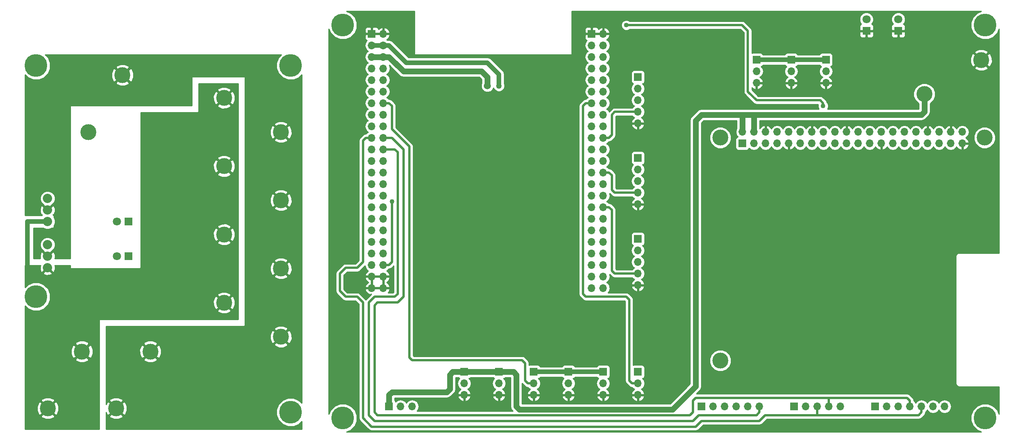
<source format=gbr>
G04 #@! TF.FileFunction,Copper,L2,Bot,Signal*
%FSLAX46Y46*%
G04 Gerber Fmt 4.6, Leading zero omitted, Abs format (unit mm)*
G04 Created by KiCad (PCBNEW 4.0.3-stable) date 05/06/17 11:59:30*
%MOMM*%
%LPD*%
G01*
G04 APERTURE LIST*
%ADD10C,0.100000*%
%ADD11C,1.524000*%
%ADD12R,1.700000X1.700000*%
%ADD13O,1.700000X1.700000*%
%ADD14R,1.800000X1.800000*%
%ADD15C,1.800000*%
%ADD16C,3.500000*%
%ADD17C,5.000000*%
%ADD18C,2.032000*%
%ADD19C,1.270000*%
%ADD20C,1.016000*%
%ADD21C,1.270000*%
%ADD22C,1.016000*%
%ADD23C,0.508000*%
%ADD24C,0.254000*%
G04 APERTURE END LIST*
D10*
D11*
X109855000Y-105410000D03*
X188595000Y-66675000D03*
D12*
X114935000Y-50800000D03*
D13*
X117475000Y-50800000D03*
X114935000Y-53340000D03*
X117475000Y-53340000D03*
X114935000Y-55880000D03*
X117475000Y-55880000D03*
X114935000Y-58420000D03*
X117475000Y-58420000D03*
X114935000Y-60960000D03*
X117475000Y-60960000D03*
X114935000Y-63500000D03*
X117475000Y-63500000D03*
X114935000Y-66040000D03*
X117475000Y-66040000D03*
X114935000Y-68580000D03*
X117475000Y-68580000D03*
X114935000Y-71120000D03*
X117475000Y-71120000D03*
X114935000Y-73660000D03*
X117475000Y-73660000D03*
X114935000Y-76200000D03*
X117475000Y-76200000D03*
X114935000Y-78740000D03*
X117475000Y-78740000D03*
X114935000Y-81280000D03*
X117475000Y-81280000D03*
X114935000Y-83820000D03*
X117475000Y-83820000D03*
X114935000Y-86360000D03*
X117475000Y-86360000D03*
X114935000Y-88900000D03*
X117475000Y-88900000D03*
X114935000Y-91440000D03*
X117475000Y-91440000D03*
X114935000Y-93980000D03*
X117475000Y-93980000D03*
X114935000Y-96520000D03*
X117475000Y-96520000D03*
X114935000Y-99060000D03*
X117475000Y-99060000D03*
X114935000Y-101600000D03*
X117475000Y-101600000D03*
X114935000Y-104140000D03*
X117475000Y-104140000D03*
X114935000Y-106680000D03*
X117475000Y-106680000D03*
D12*
X163195000Y-50800000D03*
D13*
X165735000Y-50800000D03*
X163195000Y-53340000D03*
X165735000Y-53340000D03*
X163195000Y-55880000D03*
X165735000Y-55880000D03*
X163195000Y-58420000D03*
X165735000Y-58420000D03*
X163195000Y-60960000D03*
X165735000Y-60960000D03*
X163195000Y-63500000D03*
X165735000Y-63500000D03*
X163195000Y-66040000D03*
X165735000Y-66040000D03*
X163195000Y-68580000D03*
X165735000Y-68580000D03*
X163195000Y-71120000D03*
X165735000Y-71120000D03*
X163195000Y-73660000D03*
X165735000Y-73660000D03*
X163195000Y-76200000D03*
X165735000Y-76200000D03*
X163195000Y-78740000D03*
X165735000Y-78740000D03*
X163195000Y-81280000D03*
X165735000Y-81280000D03*
X163195000Y-83820000D03*
X165735000Y-83820000D03*
X163195000Y-86360000D03*
X165735000Y-86360000D03*
X163195000Y-88900000D03*
X165735000Y-88900000D03*
X163195000Y-91440000D03*
X165735000Y-91440000D03*
X163195000Y-93980000D03*
X165735000Y-93980000D03*
X163195000Y-96520000D03*
X165735000Y-96520000D03*
X163195000Y-99060000D03*
X165735000Y-99060000D03*
X163195000Y-101600000D03*
X165735000Y-101600000D03*
X163195000Y-104140000D03*
X165735000Y-104140000D03*
X163195000Y-106680000D03*
X165735000Y-106680000D03*
D12*
X187325000Y-132715000D03*
D13*
X189865000Y-132715000D03*
X192405000Y-132715000D03*
X194945000Y-132715000D03*
X197485000Y-132715000D03*
X200025000Y-132715000D03*
D12*
X225425000Y-132715000D03*
D13*
X227965000Y-132715000D03*
X230505000Y-132715000D03*
X233045000Y-132715000D03*
X235585000Y-132715000D03*
X238125000Y-132715000D03*
X240665000Y-132715000D03*
D12*
X207645000Y-132715000D03*
D13*
X210185000Y-132715000D03*
X212725000Y-132715000D03*
X215265000Y-132715000D03*
X217805000Y-132715000D03*
D12*
X196291200Y-74917300D03*
D13*
X196291200Y-72377300D03*
X198831200Y-74917300D03*
X198831200Y-72377300D03*
X201371200Y-74917300D03*
X201371200Y-72377300D03*
X203911200Y-74917300D03*
X203911200Y-72377300D03*
X206451200Y-74917300D03*
X206451200Y-72377300D03*
X208991200Y-74917300D03*
X208991200Y-72377300D03*
X211531200Y-74917300D03*
X211531200Y-72377300D03*
X214071200Y-74917300D03*
X214071200Y-72377300D03*
X216611200Y-74917300D03*
X216611200Y-72377300D03*
X219151200Y-74917300D03*
X219151200Y-72377300D03*
X221691200Y-74917300D03*
X221691200Y-72377300D03*
X224231200Y-74917300D03*
X224231200Y-72377300D03*
X226771200Y-74917300D03*
X226771200Y-72377300D03*
X229311200Y-74917300D03*
X229311200Y-72377300D03*
X231851200Y-74917300D03*
X231851200Y-72377300D03*
X234391200Y-74917300D03*
X234391200Y-72377300D03*
X236931200Y-74917300D03*
X236931200Y-72377300D03*
X239471200Y-74917300D03*
X239471200Y-72377300D03*
X242011200Y-74917300D03*
X242011200Y-72377300D03*
X244551200Y-74917300D03*
X244551200Y-72377300D03*
D14*
X223520000Y-50165000D03*
D15*
X223520000Y-47625000D03*
D14*
X230505000Y-50165000D03*
D15*
X230505000Y-47625000D03*
D12*
X173355000Y-78105000D03*
D13*
X173355000Y-80645000D03*
X173355000Y-83185000D03*
X173355000Y-85725000D03*
X173355000Y-88265000D03*
D12*
X173355000Y-60325000D03*
D13*
X173355000Y-62865000D03*
X173355000Y-65405000D03*
X173355000Y-67945000D03*
X173355000Y-70485000D03*
D12*
X214630000Y-56515000D03*
D13*
X214630000Y-59055000D03*
X214630000Y-61595000D03*
D12*
X207010000Y-56515000D03*
D13*
X207010000Y-59055000D03*
X207010000Y-61595000D03*
D12*
X199390000Y-56515000D03*
D13*
X199390000Y-59055000D03*
X199390000Y-61595000D03*
D12*
X173355000Y-95885000D03*
D13*
X173355000Y-98425000D03*
X173355000Y-100965000D03*
X173355000Y-103505000D03*
X173355000Y-106045000D03*
D12*
X173355000Y-125095000D03*
D13*
X173355000Y-127635000D03*
X173355000Y-130175000D03*
D12*
X165735000Y-125095000D03*
D13*
X165735000Y-127635000D03*
X165735000Y-130175000D03*
D12*
X158115000Y-125095000D03*
D13*
X158115000Y-127635000D03*
X158115000Y-130175000D03*
D12*
X150495000Y-125095000D03*
D13*
X150495000Y-127635000D03*
X150495000Y-130175000D03*
D12*
X118745000Y-132715000D03*
D13*
X121285000Y-132715000D03*
X123825000Y-132715000D03*
D16*
X248715000Y-56575000D03*
X236215000Y-64075000D03*
D11*
X132080000Y-91440000D03*
X151130000Y-91440000D03*
X220345000Y-98425000D03*
X151130000Y-99060000D03*
X132080000Y-99060000D03*
X194945000Y-60960000D03*
D16*
X191435000Y-122645000D03*
X191435000Y-73645000D03*
X249435000Y-73645000D03*
D17*
X249555000Y-135255000D03*
X108585000Y-135255000D03*
X108585000Y-48895000D03*
X249555000Y-48895000D03*
D12*
X142875000Y-125095000D03*
D13*
X142875000Y-127635000D03*
X142875000Y-130175000D03*
D12*
X135255000Y-125095000D03*
D13*
X135255000Y-127635000D03*
X135255000Y-130175000D03*
D16*
X60265000Y-59895000D03*
X52765000Y-72395000D03*
X43875000Y-133145000D03*
X51375000Y-120645000D03*
X58875000Y-133145000D03*
X66375000Y-120645000D03*
X95045000Y-117415000D03*
X82545000Y-109915000D03*
X95045000Y-102415000D03*
X82545000Y-94915000D03*
X95045000Y-87415000D03*
X82545000Y-79915000D03*
X95045000Y-72415000D03*
X82545000Y-64915000D03*
D18*
X43815000Y-99695000D03*
X43815000Y-102235000D03*
X43815000Y-97155000D03*
D14*
X61595000Y-99695000D03*
D15*
X59055000Y-99695000D03*
D14*
X61595000Y-92075000D03*
D15*
X59055000Y-92075000D03*
D17*
X41275000Y-108585000D03*
X41275000Y-57785000D03*
X97155000Y-133985000D03*
X97155000Y-57785000D03*
D18*
X43815000Y-89535000D03*
X43815000Y-92075000D03*
X43815000Y-86995000D03*
D11*
X140335000Y-62230000D03*
D19*
X142875000Y-62230000D03*
D20*
X213995000Y-66675000D03*
X170815000Y-48895000D03*
X119380000Y-87630000D03*
D21*
X119380000Y-129540000D02*
X131445000Y-129540000D01*
X132715000Y-125095000D02*
X132080000Y-125730000D01*
X132080000Y-125730000D02*
X132080000Y-128905000D01*
X132080000Y-128905000D02*
X131445000Y-129540000D01*
X119380000Y-129540000D02*
X118745000Y-130175000D01*
X118745000Y-132715000D02*
X118745000Y-130175000D01*
X132715000Y-125095000D02*
X135255000Y-125095000D01*
X139065000Y-59055000D02*
X140335000Y-60325000D01*
X140335000Y-60325000D02*
X140335000Y-62230000D01*
X117475000Y-55880000D02*
X118745000Y-55880000D01*
X124460000Y-59055000D02*
X139065000Y-59055000D01*
X118745000Y-55880000D02*
X121920000Y-59055000D01*
X124460000Y-59055000D02*
X121920000Y-59055000D01*
X184785000Y-129540000D02*
X180975000Y-133350000D01*
X180975000Y-133350000D02*
X172720000Y-133350000D01*
X172720000Y-133350000D02*
X147320000Y-133350000D01*
X147320000Y-133350000D02*
X146685000Y-132715000D01*
X146685000Y-132715000D02*
X146685000Y-125730000D01*
X146685000Y-125730000D02*
X146050000Y-125095000D01*
X146050000Y-125095000D02*
X142875000Y-125095000D01*
X184785000Y-129540000D02*
X186055000Y-128270000D01*
X186055000Y-128270000D02*
X186055000Y-69850000D01*
X186055000Y-69850000D02*
X187325000Y-68580000D01*
X187325000Y-68580000D02*
X194310000Y-68580000D01*
X196215000Y-68580000D02*
X194310000Y-68580000D01*
X135255000Y-125095000D02*
X142875000Y-125095000D01*
X114935000Y-55880000D02*
X117475000Y-55880000D01*
X196291200Y-72377300D02*
X196291200Y-68580000D01*
X196291200Y-68580000D02*
X196215000Y-68580000D01*
X198831200Y-68580000D02*
X196215000Y-68580000D01*
X198831200Y-72377300D02*
X198831200Y-68580000D01*
X236215000Y-67950000D02*
X235585000Y-68580000D01*
X235585000Y-68580000D02*
X198755000Y-68580000D01*
X236215000Y-67950000D02*
X236215000Y-64075000D01*
X198831200Y-68580000D02*
X198755000Y-68580000D01*
D22*
X207010000Y-56515000D02*
X208280000Y-56515000D01*
X208280000Y-56515000D02*
X214630000Y-56515000D01*
X207010000Y-56515000D02*
X199390000Y-56515000D01*
X158115000Y-125095000D02*
X150495000Y-125095000D01*
X158115000Y-125095000D02*
X165735000Y-125095000D01*
X125095000Y-57150000D02*
X122555000Y-57150000D01*
X137795000Y-57150000D02*
X140335000Y-57150000D01*
X125095000Y-57150000D02*
X137795000Y-57150000D01*
X121285000Y-55880000D02*
X122555000Y-57150000D01*
X118745000Y-53340000D02*
X121285000Y-55880000D01*
X142875000Y-59690000D02*
X142875000Y-62230000D01*
X140335000Y-57150000D02*
X142875000Y-59690000D01*
X118745000Y-53340000D02*
X117475000Y-53340000D01*
X114935000Y-53340000D02*
X117475000Y-53340000D01*
D23*
X113030000Y-109855000D02*
X111760000Y-108585000D01*
X111760000Y-102235000D02*
X113030000Y-100965000D01*
X109220000Y-102235000D02*
X111760000Y-102235000D01*
X107950000Y-103505000D02*
X109220000Y-102235000D01*
X107950000Y-107315000D02*
X107950000Y-103505000D01*
X109220000Y-108585000D02*
X107950000Y-107315000D01*
X111760000Y-108585000D02*
X109220000Y-108585000D01*
X180340000Y-137160000D02*
X177800000Y-137160000D01*
X113030000Y-135255000D02*
X113030000Y-130175000D01*
X114935000Y-137160000D02*
X113030000Y-135255000D01*
X177800000Y-137160000D02*
X114935000Y-137160000D01*
X186055000Y-137160000D02*
X180340000Y-137160000D01*
X113665000Y-73660000D02*
X113030000Y-74295000D01*
X113030000Y-74295000D02*
X113030000Y-100965000D01*
X114935000Y-73660000D02*
X113665000Y-73660000D01*
X113030000Y-109855000D02*
X113030000Y-130175000D01*
X187325000Y-135890000D02*
X200025000Y-135890000D01*
X200025000Y-135890000D02*
X201295000Y-134620000D01*
X201295000Y-134620000D02*
X212725000Y-134620000D01*
X186055000Y-137160000D02*
X187325000Y-135890000D01*
X212725000Y-134620000D02*
X234950000Y-134620000D01*
X234950000Y-134620000D02*
X235585000Y-133985000D01*
X235585000Y-133985000D02*
X235585000Y-132715000D01*
X212725000Y-134620000D02*
X212725000Y-132715000D01*
X121920000Y-76200000D02*
X119380000Y-73660000D01*
X215265000Y-130810000D02*
X186055000Y-130810000D01*
X185420000Y-133985000D02*
X184785000Y-134620000D01*
X185420000Y-131445000D02*
X185420000Y-133985000D01*
X186055000Y-130810000D02*
X185420000Y-131445000D01*
X116205000Y-134620000D02*
X115570000Y-133985000D01*
X121920000Y-76200000D02*
X121920000Y-108585000D01*
X115570000Y-133985000D02*
X115570000Y-110490000D01*
X115570000Y-110490000D02*
X116205000Y-109855000D01*
X116205000Y-109855000D02*
X120650000Y-109855000D01*
X120650000Y-109855000D02*
X121920000Y-108585000D01*
X182245000Y-134620000D02*
X116205000Y-134620000D01*
X184785000Y-134620000D02*
X182245000Y-134620000D01*
X119380000Y-73660000D02*
X117475000Y-73660000D01*
X215265000Y-132715000D02*
X215265000Y-130810000D01*
X233045000Y-131445000D02*
X232410000Y-130810000D01*
X233045000Y-131445000D02*
X233045000Y-132715000D01*
X232410000Y-130810000D02*
X215265000Y-130810000D01*
X117475000Y-73660000D02*
X118110000Y-73660000D01*
X182880000Y-135890000D02*
X185420000Y-135890000D01*
X200025000Y-132715000D02*
X200025000Y-133985000D01*
X114300000Y-111760000D02*
X114300000Y-134620000D01*
X120015000Y-76200000D02*
X120650000Y-76835000D01*
X120650000Y-76835000D02*
X120650000Y-107950000D01*
X120650000Y-107950000D02*
X120015000Y-108585000D01*
X120015000Y-108585000D02*
X115570000Y-108585000D01*
X115570000Y-108585000D02*
X114300000Y-109855000D01*
X114300000Y-109855000D02*
X114300000Y-111760000D01*
X120015000Y-76200000D02*
X117475000Y-76200000D01*
X115570000Y-135890000D02*
X182880000Y-135890000D01*
X114300000Y-134620000D02*
X115570000Y-135890000D01*
X186690000Y-134620000D02*
X199390000Y-134620000D01*
X199390000Y-134620000D02*
X200025000Y-133985000D01*
X185420000Y-135890000D02*
X186690000Y-134620000D01*
X173355000Y-127635000D02*
X172085000Y-127635000D01*
X161925000Y-66040000D02*
X163195000Y-66040000D01*
X161290000Y-66675000D02*
X161925000Y-66040000D01*
X161290000Y-107950000D02*
X161290000Y-66675000D01*
X161925000Y-108585000D02*
X161290000Y-107950000D01*
X170815000Y-108585000D02*
X161925000Y-108585000D01*
X171450000Y-109220000D02*
X170815000Y-108585000D01*
X171450000Y-127000000D02*
X171450000Y-109220000D01*
X172085000Y-127635000D02*
X171450000Y-127000000D01*
X173355000Y-67945000D02*
X168275000Y-67945000D01*
X167005000Y-73660000D02*
X165735000Y-73660000D01*
X167640000Y-73025000D02*
X167005000Y-73660000D01*
X167640000Y-68580000D02*
X167640000Y-73025000D01*
X168275000Y-67945000D02*
X167640000Y-68580000D01*
X173355000Y-85725000D02*
X168275000Y-85725000D01*
X167005000Y-81280000D02*
X165735000Y-81280000D01*
X167640000Y-81915000D02*
X167005000Y-81280000D01*
X167640000Y-85090000D02*
X167640000Y-81915000D01*
X168275000Y-85725000D02*
X167640000Y-85090000D01*
X167005000Y-88900000D02*
X165735000Y-88900000D01*
X167640000Y-89535000D02*
X167005000Y-88900000D01*
X167640000Y-102870000D02*
X167640000Y-89535000D01*
X168275000Y-103505000D02*
X167640000Y-102870000D01*
X173355000Y-103505000D02*
X168275000Y-103505000D01*
X117475000Y-66040000D02*
X118745000Y-66040000D01*
X149225000Y-127635000D02*
X150495000Y-127635000D01*
X148590000Y-127000000D02*
X149225000Y-127635000D01*
X148590000Y-123190000D02*
X148590000Y-127000000D01*
X147955000Y-122555000D02*
X148590000Y-123190000D01*
X123825000Y-122555000D02*
X147955000Y-122555000D01*
X123190000Y-121920000D02*
X123825000Y-122555000D01*
X123190000Y-75565000D02*
X123190000Y-121920000D01*
X119380000Y-71755000D02*
X123190000Y-75565000D01*
X119380000Y-66675000D02*
X119380000Y-71755000D01*
X118745000Y-66040000D02*
X119380000Y-66675000D01*
X197485000Y-50165000D02*
X196215000Y-48895000D01*
X196215000Y-48895000D02*
X170815000Y-48895000D01*
X197485000Y-56515000D02*
X197485000Y-63500000D01*
X197485000Y-63500000D02*
X199390000Y-65405000D01*
X199390000Y-65405000D02*
X213360000Y-65405000D01*
X213360000Y-65405000D02*
X213995000Y-66040000D01*
X213995000Y-66675000D02*
X213995000Y-66040000D01*
X197485000Y-56515000D02*
X197485000Y-50165000D01*
X118745000Y-101600000D02*
X119380000Y-100965000D01*
X119380000Y-100965000D02*
X119380000Y-87630000D01*
X118745000Y-101600000D02*
X117475000Y-101600000D01*
D22*
X43815000Y-92075000D02*
X39370000Y-92075000D01*
X39370000Y-92075000D02*
X39370000Y-102870000D01*
D24*
G36*
X124333000Y-55245000D02*
X124343006Y-55294410D01*
X124371447Y-55336035D01*
X124413841Y-55363315D01*
X124460000Y-55372000D01*
X158750000Y-55372000D01*
X158799410Y-55361994D01*
X158841035Y-55333553D01*
X158868315Y-55291159D01*
X158877000Y-55245000D01*
X158877000Y-49823690D01*
X161710000Y-49823690D01*
X161710000Y-50514250D01*
X161868750Y-50673000D01*
X163068000Y-50673000D01*
X163068000Y-49473750D01*
X163322000Y-49473750D01*
X163322000Y-50673000D01*
X165608000Y-50673000D01*
X165608000Y-49479181D01*
X165862000Y-49479181D01*
X165862000Y-50673000D01*
X167055155Y-50673000D01*
X167176476Y-50443110D01*
X167006645Y-50033076D01*
X166616358Y-49604817D01*
X166091892Y-49358514D01*
X165862000Y-49479181D01*
X165608000Y-49479181D01*
X165378108Y-49358514D01*
X164853642Y-49604817D01*
X164671930Y-49804208D01*
X164583327Y-49590301D01*
X164404698Y-49411673D01*
X164171309Y-49315000D01*
X163480750Y-49315000D01*
X163322000Y-49473750D01*
X163068000Y-49473750D01*
X162909250Y-49315000D01*
X162218691Y-49315000D01*
X161985302Y-49411673D01*
X161806673Y-49590301D01*
X161710000Y-49823690D01*
X158877000Y-49823690D01*
X158877000Y-45847000D01*
X248722275Y-45847000D01*
X247781485Y-46235727D01*
X246898826Y-47116847D01*
X246420546Y-48268674D01*
X246419457Y-49515854D01*
X246895727Y-50668515D01*
X247776847Y-51551174D01*
X248928674Y-52029454D01*
X250175854Y-52030543D01*
X251328515Y-51554273D01*
X252211174Y-50673153D01*
X252603000Y-49729531D01*
X252603000Y-98985000D01*
X243840000Y-98985000D01*
X243568295Y-99039046D01*
X243337954Y-99192954D01*
X243184046Y-99423295D01*
X243130000Y-99695000D01*
X243130000Y-127635000D01*
X243184046Y-127906705D01*
X243337954Y-128137046D01*
X243568295Y-128290954D01*
X243840000Y-128345000D01*
X252603000Y-128345000D01*
X252603000Y-134422275D01*
X252214273Y-133481485D01*
X251333153Y-132598826D01*
X250181326Y-132120546D01*
X248934146Y-132119457D01*
X247781485Y-132595727D01*
X246898826Y-133476847D01*
X246420546Y-134628674D01*
X246419457Y-135875854D01*
X246895727Y-137028515D01*
X247776847Y-137911174D01*
X248720469Y-138303000D01*
X109417725Y-138303000D01*
X110358515Y-137914273D01*
X111241174Y-137033153D01*
X111719454Y-135881326D01*
X111720543Y-134634146D01*
X111244273Y-133481485D01*
X110363153Y-132598826D01*
X109211326Y-132120546D01*
X107964146Y-132119457D01*
X106811485Y-132595727D01*
X105928826Y-133476847D01*
X105537000Y-134420469D01*
X105537000Y-103505000D01*
X107061000Y-103505000D01*
X107061000Y-107315000D01*
X107128671Y-107655206D01*
X107275655Y-107875183D01*
X107321382Y-107943618D01*
X108591382Y-109213618D01*
X108879794Y-109406329D01*
X109220000Y-109474000D01*
X111391764Y-109474000D01*
X112141000Y-110223236D01*
X112141000Y-135255000D01*
X112208671Y-135595206D01*
X112396194Y-135875854D01*
X112401382Y-135883618D01*
X114306382Y-137788618D01*
X114594794Y-137981329D01*
X114935000Y-138049000D01*
X186055000Y-138049000D01*
X186395206Y-137981329D01*
X186683618Y-137788618D01*
X187693236Y-136779000D01*
X200025000Y-136779000D01*
X200365206Y-136711329D01*
X200653618Y-136518618D01*
X201663236Y-135509000D01*
X234950000Y-135509000D01*
X235290206Y-135441329D01*
X235578618Y-135248618D01*
X236213618Y-134613618D01*
X236406330Y-134325205D01*
X236474000Y-133985000D01*
X236474000Y-133901760D01*
X236635054Y-133794147D01*
X236855000Y-133464974D01*
X237074946Y-133794147D01*
X237556715Y-134116054D01*
X238125000Y-134229093D01*
X238693285Y-134116054D01*
X239175054Y-133794147D01*
X239395000Y-133464974D01*
X239614946Y-133794147D01*
X240096715Y-134116054D01*
X240665000Y-134229093D01*
X241233285Y-134116054D01*
X241715054Y-133794147D01*
X242036961Y-133312378D01*
X242150000Y-132744093D01*
X242150000Y-132685907D01*
X242036961Y-132117622D01*
X241715054Y-131635853D01*
X241233285Y-131313946D01*
X240665000Y-131200907D01*
X240096715Y-131313946D01*
X239614946Y-131635853D01*
X239395000Y-131965026D01*
X239175054Y-131635853D01*
X238693285Y-131313946D01*
X238125000Y-131200907D01*
X237556715Y-131313946D01*
X237074946Y-131635853D01*
X236855000Y-131965026D01*
X236635054Y-131635853D01*
X236153285Y-131313946D01*
X235585000Y-131200907D01*
X235016715Y-131313946D01*
X234534946Y-131635853D01*
X234315000Y-131965026D01*
X234095054Y-131635853D01*
X233934000Y-131528240D01*
X233934000Y-131445000D01*
X233907932Y-131313946D01*
X233866330Y-131104795D01*
X233673618Y-130816382D01*
X233038618Y-130181382D01*
X233029067Y-130175000D01*
X232750206Y-129988671D01*
X232410000Y-129921000D01*
X186200052Y-129921000D01*
X186953023Y-129168028D01*
X186953026Y-129168026D01*
X187228327Y-128756008D01*
X187325000Y-128270000D01*
X187325000Y-123117325D01*
X189049587Y-123117325D01*
X189411916Y-123994229D01*
X190082242Y-124665726D01*
X190958513Y-125029585D01*
X191907325Y-125030413D01*
X192784229Y-124668084D01*
X193455726Y-123997758D01*
X193819585Y-123121487D01*
X193820413Y-122172675D01*
X193458084Y-121295771D01*
X192787758Y-120624274D01*
X191911487Y-120260415D01*
X190962675Y-120259587D01*
X190085771Y-120621916D01*
X189414274Y-121292242D01*
X189050415Y-122168513D01*
X189049587Y-123117325D01*
X187325000Y-123117325D01*
X187325000Y-74117325D01*
X189049587Y-74117325D01*
X189411916Y-74994229D01*
X190082242Y-75665726D01*
X190958513Y-76029585D01*
X191907325Y-76030413D01*
X192784229Y-75668084D01*
X193455726Y-74997758D01*
X193819585Y-74121487D01*
X193820413Y-73172675D01*
X193458084Y-72295771D01*
X192787758Y-71624274D01*
X191911487Y-71260415D01*
X190962675Y-71259587D01*
X190085771Y-71621916D01*
X189414274Y-72292242D01*
X189050415Y-73168513D01*
X189049587Y-74117325D01*
X187325000Y-74117325D01*
X187325000Y-70376052D01*
X187851051Y-69850000D01*
X195021200Y-69850000D01*
X195021200Y-71627326D01*
X194919239Y-71779922D01*
X194806200Y-72348207D01*
X194806200Y-72406393D01*
X194919239Y-72974678D01*
X195241146Y-73456447D01*
X195242379Y-73457271D01*
X195205883Y-73464138D01*
X194989759Y-73603210D01*
X194844769Y-73815410D01*
X194793760Y-74067300D01*
X194793760Y-75767300D01*
X194838038Y-76002617D01*
X194977110Y-76218741D01*
X195189310Y-76363731D01*
X195441200Y-76414740D01*
X197141200Y-76414740D01*
X197376517Y-76370462D01*
X197592641Y-76231390D01*
X197737631Y-76019190D01*
X197751286Y-75951759D01*
X197781146Y-75996447D01*
X198262915Y-76318354D01*
X198831200Y-76431393D01*
X199399485Y-76318354D01*
X199881254Y-75996447D01*
X200101200Y-75667274D01*
X200321146Y-75996447D01*
X200802915Y-76318354D01*
X201371200Y-76431393D01*
X201939485Y-76318354D01*
X202421254Y-75996447D01*
X202641200Y-75667274D01*
X202861146Y-75996447D01*
X203342915Y-76318354D01*
X203911200Y-76431393D01*
X204479485Y-76318354D01*
X204961254Y-75996447D01*
X205188902Y-75655747D01*
X205256017Y-75798658D01*
X205684276Y-76188945D01*
X206094310Y-76358776D01*
X206324200Y-76237455D01*
X206324200Y-75044300D01*
X206304200Y-75044300D01*
X206304200Y-74790300D01*
X206324200Y-74790300D01*
X206324200Y-74770300D01*
X206578200Y-74770300D01*
X206578200Y-74790300D01*
X206598200Y-74790300D01*
X206598200Y-75044300D01*
X206578200Y-75044300D01*
X206578200Y-76237455D01*
X206808090Y-76358776D01*
X207218124Y-76188945D01*
X207646383Y-75798658D01*
X207713498Y-75655747D01*
X207941146Y-75996447D01*
X208422915Y-76318354D01*
X208991200Y-76431393D01*
X209559485Y-76318354D01*
X210041254Y-75996447D01*
X210261200Y-75667274D01*
X210481146Y-75996447D01*
X210962915Y-76318354D01*
X211531200Y-76431393D01*
X212099485Y-76318354D01*
X212581254Y-75996447D01*
X212801200Y-75667274D01*
X213021146Y-75996447D01*
X213502915Y-76318354D01*
X214071200Y-76431393D01*
X214639485Y-76318354D01*
X215121254Y-75996447D01*
X215341200Y-75667274D01*
X215561146Y-75996447D01*
X216042915Y-76318354D01*
X216611200Y-76431393D01*
X217179485Y-76318354D01*
X217661254Y-75996447D01*
X217881200Y-75667274D01*
X218101146Y-75996447D01*
X218582915Y-76318354D01*
X219151200Y-76431393D01*
X219719485Y-76318354D01*
X220201254Y-75996447D01*
X220421200Y-75667274D01*
X220641146Y-75996447D01*
X221122915Y-76318354D01*
X221691200Y-76431393D01*
X222259485Y-76318354D01*
X222741254Y-75996447D01*
X222961200Y-75667274D01*
X223181146Y-75996447D01*
X223662915Y-76318354D01*
X224231200Y-76431393D01*
X224799485Y-76318354D01*
X225281254Y-75996447D01*
X225508902Y-75655747D01*
X225576017Y-75798658D01*
X226004276Y-76188945D01*
X226414310Y-76358776D01*
X226644200Y-76237455D01*
X226644200Y-75044300D01*
X226624200Y-75044300D01*
X226624200Y-74790300D01*
X226644200Y-74790300D01*
X226644200Y-74770300D01*
X226898200Y-74770300D01*
X226898200Y-74790300D01*
X226918200Y-74790300D01*
X226918200Y-75044300D01*
X226898200Y-75044300D01*
X226898200Y-76237455D01*
X227128090Y-76358776D01*
X227538124Y-76188945D01*
X227966383Y-75798658D01*
X228033498Y-75655747D01*
X228261146Y-75996447D01*
X228742915Y-76318354D01*
X229311200Y-76431393D01*
X229879485Y-76318354D01*
X230361254Y-75996447D01*
X230581200Y-75667274D01*
X230801146Y-75996447D01*
X231282915Y-76318354D01*
X231851200Y-76431393D01*
X232419485Y-76318354D01*
X232901254Y-75996447D01*
X233121200Y-75667274D01*
X233341146Y-75996447D01*
X233822915Y-76318354D01*
X234391200Y-76431393D01*
X234959485Y-76318354D01*
X235441254Y-75996447D01*
X235661200Y-75667274D01*
X235881146Y-75996447D01*
X236362915Y-76318354D01*
X236931200Y-76431393D01*
X237499485Y-76318354D01*
X237981254Y-75996447D01*
X238201200Y-75667274D01*
X238421146Y-75996447D01*
X238902915Y-76318354D01*
X239471200Y-76431393D01*
X240039485Y-76318354D01*
X240521254Y-75996447D01*
X240741200Y-75667274D01*
X240961146Y-75996447D01*
X241442915Y-76318354D01*
X242011200Y-76431393D01*
X242579485Y-76318354D01*
X243061254Y-75996447D01*
X243288902Y-75655747D01*
X243356017Y-75798658D01*
X243784276Y-76188945D01*
X244194310Y-76358776D01*
X244424200Y-76237455D01*
X244424200Y-75044300D01*
X244678200Y-75044300D01*
X244678200Y-76237455D01*
X244908090Y-76358776D01*
X245318124Y-76188945D01*
X245746383Y-75798658D01*
X245992686Y-75274192D01*
X245872019Y-75044300D01*
X244678200Y-75044300D01*
X244424200Y-75044300D01*
X244404200Y-75044300D01*
X244404200Y-74790300D01*
X244424200Y-74790300D01*
X244424200Y-74770300D01*
X244678200Y-74770300D01*
X244678200Y-74790300D01*
X245872019Y-74790300D01*
X245992686Y-74560408D01*
X245784603Y-74117325D01*
X247049587Y-74117325D01*
X247411916Y-74994229D01*
X248082242Y-75665726D01*
X248958513Y-76029585D01*
X249907325Y-76030413D01*
X250784229Y-75668084D01*
X251455726Y-74997758D01*
X251819585Y-74121487D01*
X251820413Y-73172675D01*
X251458084Y-72295771D01*
X250787758Y-71624274D01*
X249911487Y-71260415D01*
X248962675Y-71259587D01*
X248085771Y-71621916D01*
X247414274Y-72292242D01*
X247050415Y-73168513D01*
X247049587Y-74117325D01*
X245784603Y-74117325D01*
X245746383Y-74035942D01*
X245318124Y-73645655D01*
X245318099Y-73645645D01*
X245601254Y-73456447D01*
X245923161Y-72974678D01*
X246036200Y-72406393D01*
X246036200Y-72348207D01*
X245923161Y-71779922D01*
X245601254Y-71298153D01*
X245119485Y-70976246D01*
X244551200Y-70863207D01*
X243982915Y-70976246D01*
X243501146Y-71298153D01*
X243273498Y-71638853D01*
X243206383Y-71495942D01*
X242778124Y-71105655D01*
X242368090Y-70935824D01*
X242138200Y-71057145D01*
X242138200Y-72250300D01*
X242158200Y-72250300D01*
X242158200Y-72504300D01*
X242138200Y-72504300D01*
X242138200Y-72524300D01*
X241884200Y-72524300D01*
X241884200Y-72504300D01*
X241864200Y-72504300D01*
X241864200Y-72250300D01*
X241884200Y-72250300D01*
X241884200Y-71057145D01*
X241654310Y-70935824D01*
X241244276Y-71105655D01*
X240816017Y-71495942D01*
X240748902Y-71638853D01*
X240521254Y-71298153D01*
X240039485Y-70976246D01*
X239471200Y-70863207D01*
X238902915Y-70976246D01*
X238421146Y-71298153D01*
X238193498Y-71638853D01*
X238126383Y-71495942D01*
X237698124Y-71105655D01*
X237288090Y-70935824D01*
X237058200Y-71057145D01*
X237058200Y-72250300D01*
X237078200Y-72250300D01*
X237078200Y-72504300D01*
X237058200Y-72504300D01*
X237058200Y-72524300D01*
X236804200Y-72524300D01*
X236804200Y-72504300D01*
X236784200Y-72504300D01*
X236784200Y-72250300D01*
X236804200Y-72250300D01*
X236804200Y-71057145D01*
X236574310Y-70935824D01*
X236164276Y-71105655D01*
X235736017Y-71495942D01*
X235668902Y-71638853D01*
X235441254Y-71298153D01*
X234959485Y-70976246D01*
X234391200Y-70863207D01*
X233822915Y-70976246D01*
X233341146Y-71298153D01*
X233121200Y-71627326D01*
X232901254Y-71298153D01*
X232419485Y-70976246D01*
X231851200Y-70863207D01*
X231282915Y-70976246D01*
X230801146Y-71298153D01*
X230581200Y-71627326D01*
X230361254Y-71298153D01*
X229879485Y-70976246D01*
X229311200Y-70863207D01*
X228742915Y-70976246D01*
X228261146Y-71298153D01*
X228041200Y-71627326D01*
X227821254Y-71298153D01*
X227339485Y-70976246D01*
X226771200Y-70863207D01*
X226202915Y-70976246D01*
X225721146Y-71298153D01*
X225501200Y-71627326D01*
X225281254Y-71298153D01*
X224799485Y-70976246D01*
X224231200Y-70863207D01*
X223662915Y-70976246D01*
X223181146Y-71298153D01*
X222961200Y-71627326D01*
X222741254Y-71298153D01*
X222259485Y-70976246D01*
X221691200Y-70863207D01*
X221122915Y-70976246D01*
X220641146Y-71298153D01*
X220413498Y-71638853D01*
X220346383Y-71495942D01*
X219918124Y-71105655D01*
X219508090Y-70935824D01*
X219278200Y-71057145D01*
X219278200Y-72250300D01*
X219298200Y-72250300D01*
X219298200Y-72504300D01*
X219278200Y-72504300D01*
X219278200Y-72524300D01*
X219024200Y-72524300D01*
X219024200Y-72504300D01*
X219004200Y-72504300D01*
X219004200Y-72250300D01*
X219024200Y-72250300D01*
X219024200Y-71057145D01*
X218794310Y-70935824D01*
X218384276Y-71105655D01*
X217956017Y-71495942D01*
X217888902Y-71638853D01*
X217661254Y-71298153D01*
X217179485Y-70976246D01*
X216611200Y-70863207D01*
X216042915Y-70976246D01*
X215561146Y-71298153D01*
X215341200Y-71627326D01*
X215121254Y-71298153D01*
X214639485Y-70976246D01*
X214071200Y-70863207D01*
X213502915Y-70976246D01*
X213021146Y-71298153D01*
X212793498Y-71638853D01*
X212726383Y-71495942D01*
X212298124Y-71105655D01*
X211888090Y-70935824D01*
X211658200Y-71057145D01*
X211658200Y-72250300D01*
X211678200Y-72250300D01*
X211678200Y-72504300D01*
X211658200Y-72504300D01*
X211658200Y-72524300D01*
X211404200Y-72524300D01*
X211404200Y-72504300D01*
X211384200Y-72504300D01*
X211384200Y-72250300D01*
X211404200Y-72250300D01*
X211404200Y-71057145D01*
X211174310Y-70935824D01*
X210764276Y-71105655D01*
X210336017Y-71495942D01*
X210268902Y-71638853D01*
X210041254Y-71298153D01*
X209559485Y-70976246D01*
X208991200Y-70863207D01*
X208422915Y-70976246D01*
X207941146Y-71298153D01*
X207721200Y-71627326D01*
X207501254Y-71298153D01*
X207019485Y-70976246D01*
X206451200Y-70863207D01*
X205882915Y-70976246D01*
X205401146Y-71298153D01*
X205181200Y-71627326D01*
X204961254Y-71298153D01*
X204479485Y-70976246D01*
X203911200Y-70863207D01*
X203342915Y-70976246D01*
X202861146Y-71298153D01*
X202633498Y-71638853D01*
X202566383Y-71495942D01*
X202138124Y-71105655D01*
X201728090Y-70935824D01*
X201498200Y-71057145D01*
X201498200Y-72250300D01*
X201518200Y-72250300D01*
X201518200Y-72504300D01*
X201498200Y-72504300D01*
X201498200Y-72524300D01*
X201244200Y-72524300D01*
X201244200Y-72504300D01*
X201224200Y-72504300D01*
X201224200Y-72250300D01*
X201244200Y-72250300D01*
X201244200Y-71057145D01*
X201014310Y-70935824D01*
X200604276Y-71105655D01*
X200176017Y-71495942D01*
X200108902Y-71638853D01*
X200101200Y-71627326D01*
X200101200Y-69850000D01*
X235584995Y-69850000D01*
X235585000Y-69850001D01*
X236071008Y-69753327D01*
X236483026Y-69478026D01*
X237113023Y-68848028D01*
X237113026Y-68848026D01*
X237388327Y-68436008D01*
X237485001Y-67950000D01*
X237485000Y-67949995D01*
X237485000Y-66130821D01*
X237564229Y-66098084D01*
X238235726Y-65427758D01*
X238599585Y-64551487D01*
X238600413Y-63602675D01*
X238238084Y-62725771D01*
X237567758Y-62054274D01*
X236691487Y-61690415D01*
X235742675Y-61689587D01*
X234865771Y-62051916D01*
X234194274Y-62722242D01*
X233830415Y-63598513D01*
X233829587Y-64547325D01*
X234191916Y-65424229D01*
X234862242Y-66095726D01*
X234945000Y-66130090D01*
X234945000Y-67310000D01*
X214968947Y-67310000D01*
X215137801Y-66903354D01*
X215138198Y-66448641D01*
X214964554Y-66028388D01*
X214861070Y-65924724D01*
X214846937Y-65853671D01*
X214816330Y-65699795D01*
X214623618Y-65411382D01*
X213988618Y-64776382D01*
X213826471Y-64668039D01*
X213700206Y-64583671D01*
X213360000Y-64516000D01*
X199758236Y-64516000D01*
X198374000Y-63131764D01*
X198374000Y-62642441D01*
X198508642Y-62790183D01*
X199033108Y-63036486D01*
X199263000Y-62915819D01*
X199263000Y-61722000D01*
X199517000Y-61722000D01*
X199517000Y-62915819D01*
X199746892Y-63036486D01*
X200271358Y-62790183D01*
X200661645Y-62361924D01*
X200831476Y-61951890D01*
X205568524Y-61951890D01*
X205738355Y-62361924D01*
X206128642Y-62790183D01*
X206653108Y-63036486D01*
X206883000Y-62915819D01*
X206883000Y-61722000D01*
X207137000Y-61722000D01*
X207137000Y-62915819D01*
X207366892Y-63036486D01*
X207891358Y-62790183D01*
X208281645Y-62361924D01*
X208451476Y-61951890D01*
X213188524Y-61951890D01*
X213358355Y-62361924D01*
X213748642Y-62790183D01*
X214273108Y-63036486D01*
X214503000Y-62915819D01*
X214503000Y-61722000D01*
X214757000Y-61722000D01*
X214757000Y-62915819D01*
X214986892Y-63036486D01*
X215511358Y-62790183D01*
X215901645Y-62361924D01*
X216071476Y-61951890D01*
X215950155Y-61722000D01*
X214757000Y-61722000D01*
X214503000Y-61722000D01*
X213309845Y-61722000D01*
X213188524Y-61951890D01*
X208451476Y-61951890D01*
X208330155Y-61722000D01*
X207137000Y-61722000D01*
X206883000Y-61722000D01*
X205689845Y-61722000D01*
X205568524Y-61951890D01*
X200831476Y-61951890D01*
X200710155Y-61722000D01*
X199517000Y-61722000D01*
X199263000Y-61722000D01*
X199243000Y-61722000D01*
X199243000Y-61468000D01*
X199263000Y-61468000D01*
X199263000Y-61448000D01*
X199517000Y-61448000D01*
X199517000Y-61468000D01*
X200710155Y-61468000D01*
X200831476Y-61238110D01*
X200661645Y-60828076D01*
X200271358Y-60399817D01*
X200128447Y-60332702D01*
X200469147Y-60105054D01*
X200791054Y-59623285D01*
X200904093Y-59055000D01*
X200791054Y-58486715D01*
X200469147Y-58004946D01*
X200427548Y-57977150D01*
X200475317Y-57968162D01*
X200691441Y-57829090D01*
X200808342Y-57658000D01*
X205593956Y-57658000D01*
X205695910Y-57816441D01*
X205908110Y-57961431D01*
X205975541Y-57975086D01*
X205930853Y-58004946D01*
X205608946Y-58486715D01*
X205495907Y-59055000D01*
X205608946Y-59623285D01*
X205930853Y-60105054D01*
X206271553Y-60332702D01*
X206128642Y-60399817D01*
X205738355Y-60828076D01*
X205568524Y-61238110D01*
X205689845Y-61468000D01*
X206883000Y-61468000D01*
X206883000Y-61448000D01*
X207137000Y-61448000D01*
X207137000Y-61468000D01*
X208330155Y-61468000D01*
X208451476Y-61238110D01*
X208281645Y-60828076D01*
X207891358Y-60399817D01*
X207748447Y-60332702D01*
X208089147Y-60105054D01*
X208411054Y-59623285D01*
X208524093Y-59055000D01*
X208411054Y-58486715D01*
X208089147Y-58004946D01*
X208047548Y-57977150D01*
X208095317Y-57968162D01*
X208311441Y-57829090D01*
X208428342Y-57658000D01*
X213213956Y-57658000D01*
X213315910Y-57816441D01*
X213528110Y-57961431D01*
X213595541Y-57975086D01*
X213550853Y-58004946D01*
X213228946Y-58486715D01*
X213115907Y-59055000D01*
X213228946Y-59623285D01*
X213550853Y-60105054D01*
X213891553Y-60332702D01*
X213748642Y-60399817D01*
X213358355Y-60828076D01*
X213188524Y-61238110D01*
X213309845Y-61468000D01*
X214503000Y-61468000D01*
X214503000Y-61448000D01*
X214757000Y-61448000D01*
X214757000Y-61468000D01*
X215950155Y-61468000D01*
X216071476Y-61238110D01*
X215901645Y-60828076D01*
X215511358Y-60399817D01*
X215368447Y-60332702D01*
X215709147Y-60105054D01*
X216031054Y-59623285D01*
X216144093Y-59055000D01*
X216031054Y-58486715D01*
X215885935Y-58269528D01*
X247200077Y-58269528D01*
X247390364Y-58614271D01*
X248271591Y-58965956D01*
X249220323Y-58953641D01*
X250039636Y-58614271D01*
X250229923Y-58269528D01*
X248715000Y-56754605D01*
X247200077Y-58269528D01*
X215885935Y-58269528D01*
X215709147Y-58004946D01*
X215667548Y-57977150D01*
X215715317Y-57968162D01*
X215931441Y-57829090D01*
X216076431Y-57616890D01*
X216127440Y-57365000D01*
X216127440Y-56131591D01*
X246324044Y-56131591D01*
X246336359Y-57080323D01*
X246675729Y-57899636D01*
X247020472Y-58089923D01*
X248535395Y-56575000D01*
X248894605Y-56575000D01*
X250409528Y-58089923D01*
X250754271Y-57899636D01*
X251105956Y-57018409D01*
X251093641Y-56069677D01*
X250754271Y-55250364D01*
X250409528Y-55060077D01*
X248894605Y-56575000D01*
X248535395Y-56575000D01*
X247020472Y-55060077D01*
X246675729Y-55250364D01*
X246324044Y-56131591D01*
X216127440Y-56131591D01*
X216127440Y-55665000D01*
X216083162Y-55429683D01*
X215944090Y-55213559D01*
X215731890Y-55068569D01*
X215480000Y-55017560D01*
X213780000Y-55017560D01*
X213544683Y-55061838D01*
X213328559Y-55200910D01*
X213211658Y-55372000D01*
X208426044Y-55372000D01*
X208324090Y-55213559D01*
X208111890Y-55068569D01*
X207860000Y-55017560D01*
X206160000Y-55017560D01*
X205924683Y-55061838D01*
X205708559Y-55200910D01*
X205591658Y-55372000D01*
X200806044Y-55372000D01*
X200704090Y-55213559D01*
X200491890Y-55068569D01*
X200240000Y-55017560D01*
X198540000Y-55017560D01*
X198374000Y-55048795D01*
X198374000Y-54880472D01*
X247200077Y-54880472D01*
X248715000Y-56395395D01*
X250229923Y-54880472D01*
X250039636Y-54535729D01*
X249158409Y-54184044D01*
X248209677Y-54196359D01*
X247390364Y-54535729D01*
X247200077Y-54880472D01*
X198374000Y-54880472D01*
X198374000Y-50450750D01*
X221985000Y-50450750D01*
X221985000Y-51191309D01*
X222081673Y-51424698D01*
X222260301Y-51603327D01*
X222493690Y-51700000D01*
X223234250Y-51700000D01*
X223393000Y-51541250D01*
X223393000Y-50292000D01*
X223647000Y-50292000D01*
X223647000Y-51541250D01*
X223805750Y-51700000D01*
X224546310Y-51700000D01*
X224779699Y-51603327D01*
X224958327Y-51424698D01*
X225055000Y-51191309D01*
X225055000Y-50450750D01*
X228970000Y-50450750D01*
X228970000Y-51191309D01*
X229066673Y-51424698D01*
X229245301Y-51603327D01*
X229478690Y-51700000D01*
X230219250Y-51700000D01*
X230378000Y-51541250D01*
X230378000Y-50292000D01*
X230632000Y-50292000D01*
X230632000Y-51541250D01*
X230790750Y-51700000D01*
X231531310Y-51700000D01*
X231764699Y-51603327D01*
X231943327Y-51424698D01*
X232040000Y-51191309D01*
X232040000Y-50450750D01*
X231881250Y-50292000D01*
X230632000Y-50292000D01*
X230378000Y-50292000D01*
X229128750Y-50292000D01*
X228970000Y-50450750D01*
X225055000Y-50450750D01*
X224896250Y-50292000D01*
X223647000Y-50292000D01*
X223393000Y-50292000D01*
X222143750Y-50292000D01*
X221985000Y-50450750D01*
X198374000Y-50450750D01*
X198374000Y-50165000D01*
X198306329Y-49824794D01*
X198113618Y-49536382D01*
X196843618Y-48266382D01*
X196814157Y-48246697D01*
X196555206Y-48073671D01*
X196215000Y-48006000D01*
X171542588Y-48006000D01*
X171465713Y-47928991D01*
X221984735Y-47928991D01*
X222217932Y-48493371D01*
X222395092Y-48670841D01*
X222260301Y-48726673D01*
X222081673Y-48905302D01*
X221985000Y-49138691D01*
X221985000Y-49879250D01*
X222143750Y-50038000D01*
X223393000Y-50038000D01*
X223393000Y-50018000D01*
X223647000Y-50018000D01*
X223647000Y-50038000D01*
X224896250Y-50038000D01*
X225055000Y-49879250D01*
X225055000Y-49138691D01*
X224958327Y-48905302D01*
X224779699Y-48726673D01*
X224645006Y-48670881D01*
X224820551Y-48495643D01*
X225054733Y-47931670D01*
X225054735Y-47928991D01*
X228969735Y-47928991D01*
X229202932Y-48493371D01*
X229380092Y-48670841D01*
X229245301Y-48726673D01*
X229066673Y-48905302D01*
X228970000Y-49138691D01*
X228970000Y-49879250D01*
X229128750Y-50038000D01*
X230378000Y-50038000D01*
X230378000Y-50018000D01*
X230632000Y-50018000D01*
X230632000Y-50038000D01*
X231881250Y-50038000D01*
X232040000Y-49879250D01*
X232040000Y-49138691D01*
X231943327Y-48905302D01*
X231764699Y-48726673D01*
X231630006Y-48670881D01*
X231805551Y-48495643D01*
X232039733Y-47931670D01*
X232040265Y-47321009D01*
X231807068Y-46756629D01*
X231375643Y-46324449D01*
X230811670Y-46090267D01*
X230201009Y-46089735D01*
X229636629Y-46322932D01*
X229204449Y-46754357D01*
X228970267Y-47318330D01*
X228969735Y-47928991D01*
X225054735Y-47928991D01*
X225055265Y-47321009D01*
X224822068Y-46756629D01*
X224390643Y-46324449D01*
X223826670Y-46090267D01*
X223216009Y-46089735D01*
X222651629Y-46322932D01*
X222219449Y-46754357D01*
X221985267Y-47318330D01*
X221984735Y-47928991D01*
X171465713Y-47928991D01*
X171463303Y-47926577D01*
X171043354Y-47752199D01*
X170588641Y-47751802D01*
X170168388Y-47925446D01*
X169846577Y-48246697D01*
X169672199Y-48666646D01*
X169671802Y-49121359D01*
X169845446Y-49541612D01*
X170166697Y-49863423D01*
X170586646Y-50037801D01*
X171041359Y-50038198D01*
X171461612Y-49864554D01*
X171542306Y-49784000D01*
X195846764Y-49784000D01*
X196596000Y-50533236D01*
X196596000Y-63500000D01*
X196663671Y-63840206D01*
X196713683Y-63915054D01*
X196856382Y-64128618D01*
X198761382Y-66033618D01*
X199049794Y-66226329D01*
X199390000Y-66294000D01*
X212915583Y-66294000D01*
X212852199Y-66446646D01*
X212851802Y-66901359D01*
X213020648Y-67310000D01*
X187325000Y-67310000D01*
X186838992Y-67406673D01*
X186426974Y-67681974D01*
X186426972Y-67681977D01*
X185156974Y-68951974D01*
X184881673Y-69363992D01*
X184784999Y-69850000D01*
X184785000Y-69850005D01*
X184785000Y-127743949D01*
X183886974Y-128641974D01*
X183886972Y-128641977D01*
X180448948Y-132080000D01*
X147955000Y-132080000D01*
X147955000Y-130531890D01*
X149053524Y-130531890D01*
X149223355Y-130941924D01*
X149613642Y-131370183D01*
X150138108Y-131616486D01*
X150368000Y-131495819D01*
X150368000Y-130302000D01*
X150622000Y-130302000D01*
X150622000Y-131495819D01*
X150851892Y-131616486D01*
X151376358Y-131370183D01*
X151766645Y-130941924D01*
X151936476Y-130531890D01*
X156673524Y-130531890D01*
X156843355Y-130941924D01*
X157233642Y-131370183D01*
X157758108Y-131616486D01*
X157988000Y-131495819D01*
X157988000Y-130302000D01*
X158242000Y-130302000D01*
X158242000Y-131495819D01*
X158471892Y-131616486D01*
X158996358Y-131370183D01*
X159386645Y-130941924D01*
X159556476Y-130531890D01*
X164293524Y-130531890D01*
X164463355Y-130941924D01*
X164853642Y-131370183D01*
X165378108Y-131616486D01*
X165608000Y-131495819D01*
X165608000Y-130302000D01*
X165862000Y-130302000D01*
X165862000Y-131495819D01*
X166091892Y-131616486D01*
X166616358Y-131370183D01*
X167006645Y-130941924D01*
X167176476Y-130531890D01*
X171913524Y-130531890D01*
X172083355Y-130941924D01*
X172473642Y-131370183D01*
X172998108Y-131616486D01*
X173228000Y-131495819D01*
X173228000Y-130302000D01*
X173482000Y-130302000D01*
X173482000Y-131495819D01*
X173711892Y-131616486D01*
X174236358Y-131370183D01*
X174626645Y-130941924D01*
X174796476Y-130531890D01*
X174675155Y-130302000D01*
X173482000Y-130302000D01*
X173228000Y-130302000D01*
X172034845Y-130302000D01*
X171913524Y-130531890D01*
X167176476Y-130531890D01*
X167055155Y-130302000D01*
X165862000Y-130302000D01*
X165608000Y-130302000D01*
X164414845Y-130302000D01*
X164293524Y-130531890D01*
X159556476Y-130531890D01*
X159435155Y-130302000D01*
X158242000Y-130302000D01*
X157988000Y-130302000D01*
X156794845Y-130302000D01*
X156673524Y-130531890D01*
X151936476Y-130531890D01*
X151815155Y-130302000D01*
X150622000Y-130302000D01*
X150368000Y-130302000D01*
X149174845Y-130302000D01*
X149053524Y-130531890D01*
X147955000Y-130531890D01*
X147955000Y-127619067D01*
X147961382Y-127628618D01*
X148596382Y-128263618D01*
X148884795Y-128456330D01*
X149225000Y-128524000D01*
X149308240Y-128524000D01*
X149415853Y-128685054D01*
X149756553Y-128912702D01*
X149613642Y-128979817D01*
X149223355Y-129408076D01*
X149053524Y-129818110D01*
X149174845Y-130048000D01*
X150368000Y-130048000D01*
X150368000Y-130028000D01*
X150622000Y-130028000D01*
X150622000Y-130048000D01*
X151815155Y-130048000D01*
X151936476Y-129818110D01*
X151766645Y-129408076D01*
X151376358Y-128979817D01*
X151233447Y-128912702D01*
X151574147Y-128685054D01*
X151896054Y-128203285D01*
X152009093Y-127635000D01*
X151896054Y-127066715D01*
X151574147Y-126584946D01*
X151532548Y-126557150D01*
X151580317Y-126548162D01*
X151796441Y-126409090D01*
X151913342Y-126238000D01*
X156698956Y-126238000D01*
X156800910Y-126396441D01*
X157013110Y-126541431D01*
X157080541Y-126555086D01*
X157035853Y-126584946D01*
X156713946Y-127066715D01*
X156600907Y-127635000D01*
X156713946Y-128203285D01*
X157035853Y-128685054D01*
X157376553Y-128912702D01*
X157233642Y-128979817D01*
X156843355Y-129408076D01*
X156673524Y-129818110D01*
X156794845Y-130048000D01*
X157988000Y-130048000D01*
X157988000Y-130028000D01*
X158242000Y-130028000D01*
X158242000Y-130048000D01*
X159435155Y-130048000D01*
X159556476Y-129818110D01*
X159386645Y-129408076D01*
X158996358Y-128979817D01*
X158853447Y-128912702D01*
X159194147Y-128685054D01*
X159516054Y-128203285D01*
X159629093Y-127635000D01*
X159516054Y-127066715D01*
X159194147Y-126584946D01*
X159152548Y-126557150D01*
X159200317Y-126548162D01*
X159416441Y-126409090D01*
X159533342Y-126238000D01*
X164318956Y-126238000D01*
X164420910Y-126396441D01*
X164633110Y-126541431D01*
X164700541Y-126555086D01*
X164655853Y-126584946D01*
X164333946Y-127066715D01*
X164220907Y-127635000D01*
X164333946Y-128203285D01*
X164655853Y-128685054D01*
X164996553Y-128912702D01*
X164853642Y-128979817D01*
X164463355Y-129408076D01*
X164293524Y-129818110D01*
X164414845Y-130048000D01*
X165608000Y-130048000D01*
X165608000Y-130028000D01*
X165862000Y-130028000D01*
X165862000Y-130048000D01*
X167055155Y-130048000D01*
X167176476Y-129818110D01*
X167006645Y-129408076D01*
X166616358Y-128979817D01*
X166473447Y-128912702D01*
X166814147Y-128685054D01*
X167136054Y-128203285D01*
X167249093Y-127635000D01*
X167136054Y-127066715D01*
X166814147Y-126584946D01*
X166772548Y-126557150D01*
X166820317Y-126548162D01*
X167036441Y-126409090D01*
X167181431Y-126196890D01*
X167232440Y-125945000D01*
X167232440Y-124245000D01*
X167188162Y-124009683D01*
X167049090Y-123793559D01*
X166836890Y-123648569D01*
X166585000Y-123597560D01*
X164885000Y-123597560D01*
X164649683Y-123641838D01*
X164433559Y-123780910D01*
X164316658Y-123952000D01*
X159531044Y-123952000D01*
X159429090Y-123793559D01*
X159216890Y-123648569D01*
X158965000Y-123597560D01*
X157265000Y-123597560D01*
X157029683Y-123641838D01*
X156813559Y-123780910D01*
X156696658Y-123952000D01*
X151911044Y-123952000D01*
X151809090Y-123793559D01*
X151596890Y-123648569D01*
X151345000Y-123597560D01*
X149645000Y-123597560D01*
X149479000Y-123628795D01*
X149479000Y-123190000D01*
X149464544Y-123117325D01*
X149411330Y-122849795D01*
X149218618Y-122561382D01*
X148583618Y-121926382D01*
X148574067Y-121920000D01*
X148295206Y-121733671D01*
X147955000Y-121666000D01*
X124193236Y-121666000D01*
X124079000Y-121551764D01*
X124079000Y-75565000D01*
X124041937Y-75378671D01*
X124011330Y-75224795D01*
X123818618Y-74936382D01*
X120269000Y-71386764D01*
X120269000Y-66675000D01*
X160401000Y-66675000D01*
X160401000Y-107950000D01*
X160468671Y-108290206D01*
X160661382Y-108578618D01*
X161296382Y-109213618D01*
X161584795Y-109406330D01*
X161925000Y-109474000D01*
X170446764Y-109474000D01*
X170561000Y-109588236D01*
X170561000Y-127000000D01*
X170628671Y-127340206D01*
X170821382Y-127628618D01*
X171456382Y-128263618D01*
X171744795Y-128456330D01*
X172085000Y-128524000D01*
X172168240Y-128524000D01*
X172275853Y-128685054D01*
X172616553Y-128912702D01*
X172473642Y-128979817D01*
X172083355Y-129408076D01*
X171913524Y-129818110D01*
X172034845Y-130048000D01*
X173228000Y-130048000D01*
X173228000Y-130028000D01*
X173482000Y-130028000D01*
X173482000Y-130048000D01*
X174675155Y-130048000D01*
X174796476Y-129818110D01*
X174626645Y-129408076D01*
X174236358Y-128979817D01*
X174093447Y-128912702D01*
X174434147Y-128685054D01*
X174756054Y-128203285D01*
X174869093Y-127635000D01*
X174756054Y-127066715D01*
X174434147Y-126584946D01*
X174392548Y-126557150D01*
X174440317Y-126548162D01*
X174656441Y-126409090D01*
X174801431Y-126196890D01*
X174852440Y-125945000D01*
X174852440Y-124245000D01*
X174808162Y-124009683D01*
X174669090Y-123793559D01*
X174456890Y-123648569D01*
X174205000Y-123597560D01*
X172505000Y-123597560D01*
X172339000Y-123628795D01*
X172339000Y-109220000D01*
X172301937Y-109033670D01*
X172271330Y-108879795D01*
X172078618Y-108591382D01*
X171443618Y-107956382D01*
X171322095Y-107875183D01*
X171155206Y-107763671D01*
X170815000Y-107696000D01*
X166836901Y-107696000D01*
X167136054Y-107248285D01*
X167249093Y-106680000D01*
X167193774Y-106401890D01*
X171913524Y-106401890D01*
X172083355Y-106811924D01*
X172473642Y-107240183D01*
X172998108Y-107486486D01*
X173228000Y-107365819D01*
X173228000Y-106172000D01*
X173482000Y-106172000D01*
X173482000Y-107365819D01*
X173711892Y-107486486D01*
X174236358Y-107240183D01*
X174626645Y-106811924D01*
X174796476Y-106401890D01*
X174675155Y-106172000D01*
X173482000Y-106172000D01*
X173228000Y-106172000D01*
X172034845Y-106172000D01*
X171913524Y-106401890D01*
X167193774Y-106401890D01*
X167136054Y-106111715D01*
X166814147Y-105629946D01*
X166484974Y-105410000D01*
X166814147Y-105190054D01*
X167136054Y-104708285D01*
X167249093Y-104140000D01*
X167148860Y-103636096D01*
X167646382Y-104133618D01*
X167934795Y-104326330D01*
X168275000Y-104394000D01*
X172168240Y-104394000D01*
X172275853Y-104555054D01*
X172616553Y-104782702D01*
X172473642Y-104849817D01*
X172083355Y-105278076D01*
X171913524Y-105688110D01*
X172034845Y-105918000D01*
X173228000Y-105918000D01*
X173228000Y-105898000D01*
X173482000Y-105898000D01*
X173482000Y-105918000D01*
X174675155Y-105918000D01*
X174796476Y-105688110D01*
X174626645Y-105278076D01*
X174236358Y-104849817D01*
X174093447Y-104782702D01*
X174434147Y-104555054D01*
X174756054Y-104073285D01*
X174869093Y-103505000D01*
X174756054Y-102936715D01*
X174434147Y-102454946D01*
X174104974Y-102235000D01*
X174434147Y-102015054D01*
X174756054Y-101533285D01*
X174869093Y-100965000D01*
X174756054Y-100396715D01*
X174434147Y-99914946D01*
X174104974Y-99695000D01*
X174434147Y-99475054D01*
X174756054Y-98993285D01*
X174869093Y-98425000D01*
X174756054Y-97856715D01*
X174434147Y-97374946D01*
X174392548Y-97347150D01*
X174440317Y-97338162D01*
X174656441Y-97199090D01*
X174801431Y-96986890D01*
X174852440Y-96735000D01*
X174852440Y-95035000D01*
X174808162Y-94799683D01*
X174669090Y-94583559D01*
X174456890Y-94438569D01*
X174205000Y-94387560D01*
X172505000Y-94387560D01*
X172269683Y-94431838D01*
X172053559Y-94570910D01*
X171908569Y-94783110D01*
X171857560Y-95035000D01*
X171857560Y-96735000D01*
X171901838Y-96970317D01*
X172040910Y-97186441D01*
X172253110Y-97331431D01*
X172320541Y-97345086D01*
X172275853Y-97374946D01*
X171953946Y-97856715D01*
X171840907Y-98425000D01*
X171953946Y-98993285D01*
X172275853Y-99475054D01*
X172605026Y-99695000D01*
X172275853Y-99914946D01*
X171953946Y-100396715D01*
X171840907Y-100965000D01*
X171953946Y-101533285D01*
X172275853Y-102015054D01*
X172605026Y-102235000D01*
X172275853Y-102454946D01*
X172168240Y-102616000D01*
X168643236Y-102616000D01*
X168529000Y-102501764D01*
X168529000Y-89535000D01*
X168514118Y-89460183D01*
X168461330Y-89194795D01*
X168268618Y-88906382D01*
X167984126Y-88621890D01*
X171913524Y-88621890D01*
X172083355Y-89031924D01*
X172473642Y-89460183D01*
X172998108Y-89706486D01*
X173228000Y-89585819D01*
X173228000Y-88392000D01*
X173482000Y-88392000D01*
X173482000Y-89585819D01*
X173711892Y-89706486D01*
X174236358Y-89460183D01*
X174626645Y-89031924D01*
X174796476Y-88621890D01*
X174675155Y-88392000D01*
X173482000Y-88392000D01*
X173228000Y-88392000D01*
X172034845Y-88392000D01*
X171913524Y-88621890D01*
X167984126Y-88621890D01*
X167633618Y-88271382D01*
X167345206Y-88078671D01*
X167005000Y-88011000D01*
X166921760Y-88011000D01*
X166814147Y-87849946D01*
X166484974Y-87630000D01*
X166814147Y-87410054D01*
X167136054Y-86928285D01*
X167249093Y-86360000D01*
X167148860Y-85856096D01*
X167646382Y-86353618D01*
X167934795Y-86546330D01*
X168275000Y-86614000D01*
X172168240Y-86614000D01*
X172275853Y-86775054D01*
X172616553Y-87002702D01*
X172473642Y-87069817D01*
X172083355Y-87498076D01*
X171913524Y-87908110D01*
X172034845Y-88138000D01*
X173228000Y-88138000D01*
X173228000Y-88118000D01*
X173482000Y-88118000D01*
X173482000Y-88138000D01*
X174675155Y-88138000D01*
X174796476Y-87908110D01*
X174626645Y-87498076D01*
X174236358Y-87069817D01*
X174093447Y-87002702D01*
X174434147Y-86775054D01*
X174756054Y-86293285D01*
X174869093Y-85725000D01*
X174756054Y-85156715D01*
X174434147Y-84674946D01*
X174104974Y-84455000D01*
X174434147Y-84235054D01*
X174756054Y-83753285D01*
X174869093Y-83185000D01*
X174756054Y-82616715D01*
X174434147Y-82134946D01*
X174104974Y-81915000D01*
X174434147Y-81695054D01*
X174756054Y-81213285D01*
X174869093Y-80645000D01*
X174756054Y-80076715D01*
X174434147Y-79594946D01*
X174392548Y-79567150D01*
X174440317Y-79558162D01*
X174656441Y-79419090D01*
X174801431Y-79206890D01*
X174852440Y-78955000D01*
X174852440Y-77255000D01*
X174808162Y-77019683D01*
X174669090Y-76803559D01*
X174456890Y-76658569D01*
X174205000Y-76607560D01*
X172505000Y-76607560D01*
X172269683Y-76651838D01*
X172053559Y-76790910D01*
X171908569Y-77003110D01*
X171857560Y-77255000D01*
X171857560Y-78955000D01*
X171901838Y-79190317D01*
X172040910Y-79406441D01*
X172253110Y-79551431D01*
X172320541Y-79565086D01*
X172275853Y-79594946D01*
X171953946Y-80076715D01*
X171840907Y-80645000D01*
X171953946Y-81213285D01*
X172275853Y-81695054D01*
X172605026Y-81915000D01*
X172275853Y-82134946D01*
X171953946Y-82616715D01*
X171840907Y-83185000D01*
X171953946Y-83753285D01*
X172275853Y-84235054D01*
X172605026Y-84455000D01*
X172275853Y-84674946D01*
X172168240Y-84836000D01*
X168643236Y-84836000D01*
X168529000Y-84721764D01*
X168529000Y-81915000D01*
X168486234Y-81700000D01*
X168461330Y-81574795D01*
X168268618Y-81286382D01*
X167633618Y-80651382D01*
X167624067Y-80645000D01*
X167345206Y-80458671D01*
X167005000Y-80391000D01*
X166921760Y-80391000D01*
X166814147Y-80229946D01*
X166484974Y-80010000D01*
X166814147Y-79790054D01*
X167136054Y-79308285D01*
X167249093Y-78740000D01*
X167136054Y-78171715D01*
X166814147Y-77689946D01*
X166484974Y-77470000D01*
X166814147Y-77250054D01*
X167136054Y-76768285D01*
X167249093Y-76200000D01*
X167136054Y-75631715D01*
X166814147Y-75149946D01*
X166484974Y-74930000D01*
X166814147Y-74710054D01*
X166921760Y-74549000D01*
X167005000Y-74549000D01*
X167345206Y-74481329D01*
X167633618Y-74288618D01*
X168268618Y-73653618D01*
X168461330Y-73365205D01*
X168529000Y-73025000D01*
X168529000Y-70841890D01*
X171913524Y-70841890D01*
X172083355Y-71251924D01*
X172473642Y-71680183D01*
X172998108Y-71926486D01*
X173228000Y-71805819D01*
X173228000Y-70612000D01*
X173482000Y-70612000D01*
X173482000Y-71805819D01*
X173711892Y-71926486D01*
X174236358Y-71680183D01*
X174626645Y-71251924D01*
X174796476Y-70841890D01*
X174675155Y-70612000D01*
X173482000Y-70612000D01*
X173228000Y-70612000D01*
X172034845Y-70612000D01*
X171913524Y-70841890D01*
X168529000Y-70841890D01*
X168529000Y-68948236D01*
X168643236Y-68834000D01*
X172168240Y-68834000D01*
X172275853Y-68995054D01*
X172616553Y-69222702D01*
X172473642Y-69289817D01*
X172083355Y-69718076D01*
X171913524Y-70128110D01*
X172034845Y-70358000D01*
X173228000Y-70358000D01*
X173228000Y-70338000D01*
X173482000Y-70338000D01*
X173482000Y-70358000D01*
X174675155Y-70358000D01*
X174796476Y-70128110D01*
X174626645Y-69718076D01*
X174236358Y-69289817D01*
X174093447Y-69222702D01*
X174434147Y-68995054D01*
X174756054Y-68513285D01*
X174869093Y-67945000D01*
X174756054Y-67376715D01*
X174434147Y-66894946D01*
X174104974Y-66675000D01*
X174434147Y-66455054D01*
X174756054Y-65973285D01*
X174869093Y-65405000D01*
X174756054Y-64836715D01*
X174434147Y-64354946D01*
X174104974Y-64135000D01*
X174434147Y-63915054D01*
X174756054Y-63433285D01*
X174869093Y-62865000D01*
X174756054Y-62296715D01*
X174434147Y-61814946D01*
X174392548Y-61787150D01*
X174440317Y-61778162D01*
X174656441Y-61639090D01*
X174801431Y-61426890D01*
X174852440Y-61175000D01*
X174852440Y-59475000D01*
X174808162Y-59239683D01*
X174669090Y-59023559D01*
X174456890Y-58878569D01*
X174205000Y-58827560D01*
X172505000Y-58827560D01*
X172269683Y-58871838D01*
X172053559Y-59010910D01*
X171908569Y-59223110D01*
X171857560Y-59475000D01*
X171857560Y-61175000D01*
X171901838Y-61410317D01*
X172040910Y-61626441D01*
X172253110Y-61771431D01*
X172320541Y-61785086D01*
X172275853Y-61814946D01*
X171953946Y-62296715D01*
X171840907Y-62865000D01*
X171953946Y-63433285D01*
X172275853Y-63915054D01*
X172605026Y-64135000D01*
X172275853Y-64354946D01*
X171953946Y-64836715D01*
X171840907Y-65405000D01*
X171953946Y-65973285D01*
X172275853Y-66455054D01*
X172605026Y-66675000D01*
X172275853Y-66894946D01*
X172168240Y-67056000D01*
X168275000Y-67056000D01*
X167934795Y-67123670D01*
X167646382Y-67316382D01*
X167061951Y-67900813D01*
X166814147Y-67529946D01*
X166484974Y-67310000D01*
X166814147Y-67090054D01*
X167136054Y-66608285D01*
X167249093Y-66040000D01*
X167136054Y-65471715D01*
X166814147Y-64989946D01*
X166484974Y-64770000D01*
X166814147Y-64550054D01*
X167136054Y-64068285D01*
X167249093Y-63500000D01*
X167136054Y-62931715D01*
X166814147Y-62449946D01*
X166484974Y-62230000D01*
X166814147Y-62010054D01*
X167136054Y-61528285D01*
X167249093Y-60960000D01*
X167136054Y-60391715D01*
X166814147Y-59909946D01*
X166484974Y-59690000D01*
X166814147Y-59470054D01*
X167136054Y-58988285D01*
X167249093Y-58420000D01*
X167136054Y-57851715D01*
X166814147Y-57369946D01*
X166484974Y-57150000D01*
X166814147Y-56930054D01*
X167136054Y-56448285D01*
X167249093Y-55880000D01*
X167136054Y-55311715D01*
X166814147Y-54829946D01*
X166484974Y-54610000D01*
X166814147Y-54390054D01*
X167136054Y-53908285D01*
X167249093Y-53340000D01*
X167136054Y-52771715D01*
X166814147Y-52289946D01*
X166473447Y-52062298D01*
X166616358Y-51995183D01*
X167006645Y-51566924D01*
X167176476Y-51156890D01*
X167055155Y-50927000D01*
X165862000Y-50927000D01*
X165862000Y-50947000D01*
X165608000Y-50947000D01*
X165608000Y-50927000D01*
X163322000Y-50927000D01*
X163322000Y-50947000D01*
X163068000Y-50947000D01*
X163068000Y-50927000D01*
X161868750Y-50927000D01*
X161710000Y-51085750D01*
X161710000Y-51776310D01*
X161806673Y-52009699D01*
X161985302Y-52188327D01*
X162159777Y-52260597D01*
X162115853Y-52289946D01*
X161793946Y-52771715D01*
X161680907Y-53340000D01*
X161793946Y-53908285D01*
X162115853Y-54390054D01*
X162445026Y-54610000D01*
X162115853Y-54829946D01*
X161793946Y-55311715D01*
X161680907Y-55880000D01*
X161793946Y-56448285D01*
X162115853Y-56930054D01*
X162445026Y-57150000D01*
X162115853Y-57369946D01*
X161793946Y-57851715D01*
X161680907Y-58420000D01*
X161793946Y-58988285D01*
X162115853Y-59470054D01*
X162445026Y-59690000D01*
X162115853Y-59909946D01*
X161793946Y-60391715D01*
X161680907Y-60960000D01*
X161793946Y-61528285D01*
X162115853Y-62010054D01*
X162445026Y-62230000D01*
X162115853Y-62449946D01*
X161793946Y-62931715D01*
X161680907Y-63500000D01*
X161793946Y-64068285D01*
X162115853Y-64550054D01*
X162445026Y-64770000D01*
X162115853Y-64989946D01*
X162008240Y-65151000D01*
X161925000Y-65151000D01*
X161584795Y-65218670D01*
X161296382Y-65411382D01*
X160661382Y-66046382D01*
X160468671Y-66334794D01*
X160401000Y-66675000D01*
X120269000Y-66675000D01*
X120248719Y-66573039D01*
X120201330Y-66334795D01*
X120008618Y-66046382D01*
X119373618Y-65411382D01*
X119364067Y-65405000D01*
X119085206Y-65218671D01*
X118745000Y-65151000D01*
X118661760Y-65151000D01*
X118554147Y-64989946D01*
X118224974Y-64770000D01*
X118554147Y-64550054D01*
X118876054Y-64068285D01*
X118989093Y-63500000D01*
X118876054Y-62931715D01*
X118554147Y-62449946D01*
X118224974Y-62230000D01*
X118554147Y-62010054D01*
X118876054Y-61528285D01*
X118989093Y-60960000D01*
X118876054Y-60391715D01*
X118554147Y-59909946D01*
X118224974Y-59690000D01*
X118554147Y-59470054D01*
X118876054Y-58988285D01*
X118989093Y-58420000D01*
X118876054Y-57851715D01*
X118786227Y-57717279D01*
X121021974Y-59953026D01*
X121433992Y-60228327D01*
X121920000Y-60325001D01*
X121920005Y-60325000D01*
X138538948Y-60325000D01*
X139065000Y-60851051D01*
X139065000Y-61645635D01*
X138938243Y-61950900D01*
X138937758Y-62506661D01*
X139149990Y-63020303D01*
X139542630Y-63413629D01*
X140055900Y-63626757D01*
X140611661Y-63627242D01*
X141125303Y-63415010D01*
X141518629Y-63022370D01*
X141673826Y-62648614D01*
X141797718Y-62948458D01*
X142154663Y-63306026D01*
X142621273Y-63499779D01*
X143126510Y-63500220D01*
X143593458Y-63307282D01*
X143951026Y-62950337D01*
X144144779Y-62483727D01*
X144145220Y-61978490D01*
X144018000Y-61670593D01*
X144018000Y-59690000D01*
X143930994Y-59252593D01*
X143683223Y-58881777D01*
X141143223Y-56341777D01*
X140772407Y-56094006D01*
X140335000Y-56007000D01*
X123028446Y-56007000D01*
X119553223Y-52531777D01*
X119182407Y-52284006D01*
X118745000Y-52197000D01*
X118415043Y-52197000D01*
X118213447Y-52062298D01*
X118356358Y-51995183D01*
X118746645Y-51566924D01*
X118916476Y-51156890D01*
X118795155Y-50927000D01*
X117602000Y-50927000D01*
X117602000Y-50947000D01*
X117348000Y-50947000D01*
X117348000Y-50927000D01*
X115062000Y-50927000D01*
X115062000Y-50947000D01*
X114808000Y-50947000D01*
X114808000Y-50927000D01*
X113608750Y-50927000D01*
X113450000Y-51085750D01*
X113450000Y-51776310D01*
X113546673Y-52009699D01*
X113725302Y-52188327D01*
X113899777Y-52260597D01*
X113855853Y-52289946D01*
X113533946Y-52771715D01*
X113420907Y-53340000D01*
X113533946Y-53908285D01*
X113855853Y-54390054D01*
X114185026Y-54610000D01*
X113855853Y-54829946D01*
X113533946Y-55311715D01*
X113420907Y-55880000D01*
X113533946Y-56448285D01*
X113855853Y-56930054D01*
X114185026Y-57150000D01*
X113855853Y-57369946D01*
X113533946Y-57851715D01*
X113420907Y-58420000D01*
X113533946Y-58988285D01*
X113855853Y-59470054D01*
X114185026Y-59690000D01*
X113855853Y-59909946D01*
X113533946Y-60391715D01*
X113420907Y-60960000D01*
X113533946Y-61528285D01*
X113855853Y-62010054D01*
X114185026Y-62230000D01*
X113855853Y-62449946D01*
X113533946Y-62931715D01*
X113420907Y-63500000D01*
X113533946Y-64068285D01*
X113855853Y-64550054D01*
X114185026Y-64770000D01*
X113855853Y-64989946D01*
X113533946Y-65471715D01*
X113420907Y-66040000D01*
X113533946Y-66608285D01*
X113855853Y-67090054D01*
X114185026Y-67310000D01*
X113855853Y-67529946D01*
X113533946Y-68011715D01*
X113420907Y-68580000D01*
X113533946Y-69148285D01*
X113855853Y-69630054D01*
X114185026Y-69850000D01*
X113855853Y-70069946D01*
X113533946Y-70551715D01*
X113420907Y-71120000D01*
X113533946Y-71688285D01*
X113855853Y-72170054D01*
X114185026Y-72390000D01*
X113855853Y-72609946D01*
X113748240Y-72771000D01*
X113665000Y-72771000D01*
X113324795Y-72838670D01*
X113036382Y-73031382D01*
X112401382Y-73666382D01*
X112208671Y-73954794D01*
X112141000Y-74295000D01*
X112141000Y-100596764D01*
X111391764Y-101346000D01*
X109220000Y-101346000D01*
X108879794Y-101413671D01*
X108610485Y-101593618D01*
X108591382Y-101606382D01*
X107321382Y-102876382D01*
X107128671Y-103164794D01*
X107061000Y-103505000D01*
X105537000Y-103505000D01*
X105537000Y-49727725D01*
X105925727Y-50668515D01*
X106806847Y-51551174D01*
X107958674Y-52029454D01*
X109205854Y-52030543D01*
X110358515Y-51554273D01*
X111241174Y-50673153D01*
X111593901Y-49823690D01*
X113450000Y-49823690D01*
X113450000Y-50514250D01*
X113608750Y-50673000D01*
X114808000Y-50673000D01*
X114808000Y-49473750D01*
X115062000Y-49473750D01*
X115062000Y-50673000D01*
X117348000Y-50673000D01*
X117348000Y-49479181D01*
X117602000Y-49479181D01*
X117602000Y-50673000D01*
X118795155Y-50673000D01*
X118916476Y-50443110D01*
X118746645Y-50033076D01*
X118356358Y-49604817D01*
X117831892Y-49358514D01*
X117602000Y-49479181D01*
X117348000Y-49479181D01*
X117118108Y-49358514D01*
X116593642Y-49604817D01*
X116411930Y-49804208D01*
X116323327Y-49590301D01*
X116144698Y-49411673D01*
X115911309Y-49315000D01*
X115220750Y-49315000D01*
X115062000Y-49473750D01*
X114808000Y-49473750D01*
X114649250Y-49315000D01*
X113958691Y-49315000D01*
X113725302Y-49411673D01*
X113546673Y-49590301D01*
X113450000Y-49823690D01*
X111593901Y-49823690D01*
X111719454Y-49521326D01*
X111720543Y-48274146D01*
X111244273Y-47121485D01*
X110363153Y-46238826D01*
X109419531Y-45847000D01*
X124333000Y-45847000D01*
X124333000Y-55245000D01*
X124333000Y-55245000D01*
G37*
X124333000Y-55245000D02*
X124343006Y-55294410D01*
X124371447Y-55336035D01*
X124413841Y-55363315D01*
X124460000Y-55372000D01*
X158750000Y-55372000D01*
X158799410Y-55361994D01*
X158841035Y-55333553D01*
X158868315Y-55291159D01*
X158877000Y-55245000D01*
X158877000Y-49823690D01*
X161710000Y-49823690D01*
X161710000Y-50514250D01*
X161868750Y-50673000D01*
X163068000Y-50673000D01*
X163068000Y-49473750D01*
X163322000Y-49473750D01*
X163322000Y-50673000D01*
X165608000Y-50673000D01*
X165608000Y-49479181D01*
X165862000Y-49479181D01*
X165862000Y-50673000D01*
X167055155Y-50673000D01*
X167176476Y-50443110D01*
X167006645Y-50033076D01*
X166616358Y-49604817D01*
X166091892Y-49358514D01*
X165862000Y-49479181D01*
X165608000Y-49479181D01*
X165378108Y-49358514D01*
X164853642Y-49604817D01*
X164671930Y-49804208D01*
X164583327Y-49590301D01*
X164404698Y-49411673D01*
X164171309Y-49315000D01*
X163480750Y-49315000D01*
X163322000Y-49473750D01*
X163068000Y-49473750D01*
X162909250Y-49315000D01*
X162218691Y-49315000D01*
X161985302Y-49411673D01*
X161806673Y-49590301D01*
X161710000Y-49823690D01*
X158877000Y-49823690D01*
X158877000Y-45847000D01*
X248722275Y-45847000D01*
X247781485Y-46235727D01*
X246898826Y-47116847D01*
X246420546Y-48268674D01*
X246419457Y-49515854D01*
X246895727Y-50668515D01*
X247776847Y-51551174D01*
X248928674Y-52029454D01*
X250175854Y-52030543D01*
X251328515Y-51554273D01*
X252211174Y-50673153D01*
X252603000Y-49729531D01*
X252603000Y-98985000D01*
X243840000Y-98985000D01*
X243568295Y-99039046D01*
X243337954Y-99192954D01*
X243184046Y-99423295D01*
X243130000Y-99695000D01*
X243130000Y-127635000D01*
X243184046Y-127906705D01*
X243337954Y-128137046D01*
X243568295Y-128290954D01*
X243840000Y-128345000D01*
X252603000Y-128345000D01*
X252603000Y-134422275D01*
X252214273Y-133481485D01*
X251333153Y-132598826D01*
X250181326Y-132120546D01*
X248934146Y-132119457D01*
X247781485Y-132595727D01*
X246898826Y-133476847D01*
X246420546Y-134628674D01*
X246419457Y-135875854D01*
X246895727Y-137028515D01*
X247776847Y-137911174D01*
X248720469Y-138303000D01*
X109417725Y-138303000D01*
X110358515Y-137914273D01*
X111241174Y-137033153D01*
X111719454Y-135881326D01*
X111720543Y-134634146D01*
X111244273Y-133481485D01*
X110363153Y-132598826D01*
X109211326Y-132120546D01*
X107964146Y-132119457D01*
X106811485Y-132595727D01*
X105928826Y-133476847D01*
X105537000Y-134420469D01*
X105537000Y-103505000D01*
X107061000Y-103505000D01*
X107061000Y-107315000D01*
X107128671Y-107655206D01*
X107275655Y-107875183D01*
X107321382Y-107943618D01*
X108591382Y-109213618D01*
X108879794Y-109406329D01*
X109220000Y-109474000D01*
X111391764Y-109474000D01*
X112141000Y-110223236D01*
X112141000Y-135255000D01*
X112208671Y-135595206D01*
X112396194Y-135875854D01*
X112401382Y-135883618D01*
X114306382Y-137788618D01*
X114594794Y-137981329D01*
X114935000Y-138049000D01*
X186055000Y-138049000D01*
X186395206Y-137981329D01*
X186683618Y-137788618D01*
X187693236Y-136779000D01*
X200025000Y-136779000D01*
X200365206Y-136711329D01*
X200653618Y-136518618D01*
X201663236Y-135509000D01*
X234950000Y-135509000D01*
X235290206Y-135441329D01*
X235578618Y-135248618D01*
X236213618Y-134613618D01*
X236406330Y-134325205D01*
X236474000Y-133985000D01*
X236474000Y-133901760D01*
X236635054Y-133794147D01*
X236855000Y-133464974D01*
X237074946Y-133794147D01*
X237556715Y-134116054D01*
X238125000Y-134229093D01*
X238693285Y-134116054D01*
X239175054Y-133794147D01*
X239395000Y-133464974D01*
X239614946Y-133794147D01*
X240096715Y-134116054D01*
X240665000Y-134229093D01*
X241233285Y-134116054D01*
X241715054Y-133794147D01*
X242036961Y-133312378D01*
X242150000Y-132744093D01*
X242150000Y-132685907D01*
X242036961Y-132117622D01*
X241715054Y-131635853D01*
X241233285Y-131313946D01*
X240665000Y-131200907D01*
X240096715Y-131313946D01*
X239614946Y-131635853D01*
X239395000Y-131965026D01*
X239175054Y-131635853D01*
X238693285Y-131313946D01*
X238125000Y-131200907D01*
X237556715Y-131313946D01*
X237074946Y-131635853D01*
X236855000Y-131965026D01*
X236635054Y-131635853D01*
X236153285Y-131313946D01*
X235585000Y-131200907D01*
X235016715Y-131313946D01*
X234534946Y-131635853D01*
X234315000Y-131965026D01*
X234095054Y-131635853D01*
X233934000Y-131528240D01*
X233934000Y-131445000D01*
X233907932Y-131313946D01*
X233866330Y-131104795D01*
X233673618Y-130816382D01*
X233038618Y-130181382D01*
X233029067Y-130175000D01*
X232750206Y-129988671D01*
X232410000Y-129921000D01*
X186200052Y-129921000D01*
X186953023Y-129168028D01*
X186953026Y-129168026D01*
X187228327Y-128756008D01*
X187325000Y-128270000D01*
X187325000Y-123117325D01*
X189049587Y-123117325D01*
X189411916Y-123994229D01*
X190082242Y-124665726D01*
X190958513Y-125029585D01*
X191907325Y-125030413D01*
X192784229Y-124668084D01*
X193455726Y-123997758D01*
X193819585Y-123121487D01*
X193820413Y-122172675D01*
X193458084Y-121295771D01*
X192787758Y-120624274D01*
X191911487Y-120260415D01*
X190962675Y-120259587D01*
X190085771Y-120621916D01*
X189414274Y-121292242D01*
X189050415Y-122168513D01*
X189049587Y-123117325D01*
X187325000Y-123117325D01*
X187325000Y-74117325D01*
X189049587Y-74117325D01*
X189411916Y-74994229D01*
X190082242Y-75665726D01*
X190958513Y-76029585D01*
X191907325Y-76030413D01*
X192784229Y-75668084D01*
X193455726Y-74997758D01*
X193819585Y-74121487D01*
X193820413Y-73172675D01*
X193458084Y-72295771D01*
X192787758Y-71624274D01*
X191911487Y-71260415D01*
X190962675Y-71259587D01*
X190085771Y-71621916D01*
X189414274Y-72292242D01*
X189050415Y-73168513D01*
X189049587Y-74117325D01*
X187325000Y-74117325D01*
X187325000Y-70376052D01*
X187851051Y-69850000D01*
X195021200Y-69850000D01*
X195021200Y-71627326D01*
X194919239Y-71779922D01*
X194806200Y-72348207D01*
X194806200Y-72406393D01*
X194919239Y-72974678D01*
X195241146Y-73456447D01*
X195242379Y-73457271D01*
X195205883Y-73464138D01*
X194989759Y-73603210D01*
X194844769Y-73815410D01*
X194793760Y-74067300D01*
X194793760Y-75767300D01*
X194838038Y-76002617D01*
X194977110Y-76218741D01*
X195189310Y-76363731D01*
X195441200Y-76414740D01*
X197141200Y-76414740D01*
X197376517Y-76370462D01*
X197592641Y-76231390D01*
X197737631Y-76019190D01*
X197751286Y-75951759D01*
X197781146Y-75996447D01*
X198262915Y-76318354D01*
X198831200Y-76431393D01*
X199399485Y-76318354D01*
X199881254Y-75996447D01*
X200101200Y-75667274D01*
X200321146Y-75996447D01*
X200802915Y-76318354D01*
X201371200Y-76431393D01*
X201939485Y-76318354D01*
X202421254Y-75996447D01*
X202641200Y-75667274D01*
X202861146Y-75996447D01*
X203342915Y-76318354D01*
X203911200Y-76431393D01*
X204479485Y-76318354D01*
X204961254Y-75996447D01*
X205188902Y-75655747D01*
X205256017Y-75798658D01*
X205684276Y-76188945D01*
X206094310Y-76358776D01*
X206324200Y-76237455D01*
X206324200Y-75044300D01*
X206304200Y-75044300D01*
X206304200Y-74790300D01*
X206324200Y-74790300D01*
X206324200Y-74770300D01*
X206578200Y-74770300D01*
X206578200Y-74790300D01*
X206598200Y-74790300D01*
X206598200Y-75044300D01*
X206578200Y-75044300D01*
X206578200Y-76237455D01*
X206808090Y-76358776D01*
X207218124Y-76188945D01*
X207646383Y-75798658D01*
X207713498Y-75655747D01*
X207941146Y-75996447D01*
X208422915Y-76318354D01*
X208991200Y-76431393D01*
X209559485Y-76318354D01*
X210041254Y-75996447D01*
X210261200Y-75667274D01*
X210481146Y-75996447D01*
X210962915Y-76318354D01*
X211531200Y-76431393D01*
X212099485Y-76318354D01*
X212581254Y-75996447D01*
X212801200Y-75667274D01*
X213021146Y-75996447D01*
X213502915Y-76318354D01*
X214071200Y-76431393D01*
X214639485Y-76318354D01*
X215121254Y-75996447D01*
X215341200Y-75667274D01*
X215561146Y-75996447D01*
X216042915Y-76318354D01*
X216611200Y-76431393D01*
X217179485Y-76318354D01*
X217661254Y-75996447D01*
X217881200Y-75667274D01*
X218101146Y-75996447D01*
X218582915Y-76318354D01*
X219151200Y-76431393D01*
X219719485Y-76318354D01*
X220201254Y-75996447D01*
X220421200Y-75667274D01*
X220641146Y-75996447D01*
X221122915Y-76318354D01*
X221691200Y-76431393D01*
X222259485Y-76318354D01*
X222741254Y-75996447D01*
X222961200Y-75667274D01*
X223181146Y-75996447D01*
X223662915Y-76318354D01*
X224231200Y-76431393D01*
X224799485Y-76318354D01*
X225281254Y-75996447D01*
X225508902Y-75655747D01*
X225576017Y-75798658D01*
X226004276Y-76188945D01*
X226414310Y-76358776D01*
X226644200Y-76237455D01*
X226644200Y-75044300D01*
X226624200Y-75044300D01*
X226624200Y-74790300D01*
X226644200Y-74790300D01*
X226644200Y-74770300D01*
X226898200Y-74770300D01*
X226898200Y-74790300D01*
X226918200Y-74790300D01*
X226918200Y-75044300D01*
X226898200Y-75044300D01*
X226898200Y-76237455D01*
X227128090Y-76358776D01*
X227538124Y-76188945D01*
X227966383Y-75798658D01*
X228033498Y-75655747D01*
X228261146Y-75996447D01*
X228742915Y-76318354D01*
X229311200Y-76431393D01*
X229879485Y-76318354D01*
X230361254Y-75996447D01*
X230581200Y-75667274D01*
X230801146Y-75996447D01*
X231282915Y-76318354D01*
X231851200Y-76431393D01*
X232419485Y-76318354D01*
X232901254Y-75996447D01*
X233121200Y-75667274D01*
X233341146Y-75996447D01*
X233822915Y-76318354D01*
X234391200Y-76431393D01*
X234959485Y-76318354D01*
X235441254Y-75996447D01*
X235661200Y-75667274D01*
X235881146Y-75996447D01*
X236362915Y-76318354D01*
X236931200Y-76431393D01*
X237499485Y-76318354D01*
X237981254Y-75996447D01*
X238201200Y-75667274D01*
X238421146Y-75996447D01*
X238902915Y-76318354D01*
X239471200Y-76431393D01*
X240039485Y-76318354D01*
X240521254Y-75996447D01*
X240741200Y-75667274D01*
X240961146Y-75996447D01*
X241442915Y-76318354D01*
X242011200Y-76431393D01*
X242579485Y-76318354D01*
X243061254Y-75996447D01*
X243288902Y-75655747D01*
X243356017Y-75798658D01*
X243784276Y-76188945D01*
X244194310Y-76358776D01*
X244424200Y-76237455D01*
X244424200Y-75044300D01*
X244678200Y-75044300D01*
X244678200Y-76237455D01*
X244908090Y-76358776D01*
X245318124Y-76188945D01*
X245746383Y-75798658D01*
X245992686Y-75274192D01*
X245872019Y-75044300D01*
X244678200Y-75044300D01*
X244424200Y-75044300D01*
X244404200Y-75044300D01*
X244404200Y-74790300D01*
X244424200Y-74790300D01*
X244424200Y-74770300D01*
X244678200Y-74770300D01*
X244678200Y-74790300D01*
X245872019Y-74790300D01*
X245992686Y-74560408D01*
X245784603Y-74117325D01*
X247049587Y-74117325D01*
X247411916Y-74994229D01*
X248082242Y-75665726D01*
X248958513Y-76029585D01*
X249907325Y-76030413D01*
X250784229Y-75668084D01*
X251455726Y-74997758D01*
X251819585Y-74121487D01*
X251820413Y-73172675D01*
X251458084Y-72295771D01*
X250787758Y-71624274D01*
X249911487Y-71260415D01*
X248962675Y-71259587D01*
X248085771Y-71621916D01*
X247414274Y-72292242D01*
X247050415Y-73168513D01*
X247049587Y-74117325D01*
X245784603Y-74117325D01*
X245746383Y-74035942D01*
X245318124Y-73645655D01*
X245318099Y-73645645D01*
X245601254Y-73456447D01*
X245923161Y-72974678D01*
X246036200Y-72406393D01*
X246036200Y-72348207D01*
X245923161Y-71779922D01*
X245601254Y-71298153D01*
X245119485Y-70976246D01*
X244551200Y-70863207D01*
X243982915Y-70976246D01*
X243501146Y-71298153D01*
X243273498Y-71638853D01*
X243206383Y-71495942D01*
X242778124Y-71105655D01*
X242368090Y-70935824D01*
X242138200Y-71057145D01*
X242138200Y-72250300D01*
X242158200Y-72250300D01*
X242158200Y-72504300D01*
X242138200Y-72504300D01*
X242138200Y-72524300D01*
X241884200Y-72524300D01*
X241884200Y-72504300D01*
X241864200Y-72504300D01*
X241864200Y-72250300D01*
X241884200Y-72250300D01*
X241884200Y-71057145D01*
X241654310Y-70935824D01*
X241244276Y-71105655D01*
X240816017Y-71495942D01*
X240748902Y-71638853D01*
X240521254Y-71298153D01*
X240039485Y-70976246D01*
X239471200Y-70863207D01*
X238902915Y-70976246D01*
X238421146Y-71298153D01*
X238193498Y-71638853D01*
X238126383Y-71495942D01*
X237698124Y-71105655D01*
X237288090Y-70935824D01*
X237058200Y-71057145D01*
X237058200Y-72250300D01*
X237078200Y-72250300D01*
X237078200Y-72504300D01*
X237058200Y-72504300D01*
X237058200Y-72524300D01*
X236804200Y-72524300D01*
X236804200Y-72504300D01*
X236784200Y-72504300D01*
X236784200Y-72250300D01*
X236804200Y-72250300D01*
X236804200Y-71057145D01*
X236574310Y-70935824D01*
X236164276Y-71105655D01*
X235736017Y-71495942D01*
X235668902Y-71638853D01*
X235441254Y-71298153D01*
X234959485Y-70976246D01*
X234391200Y-70863207D01*
X233822915Y-70976246D01*
X233341146Y-71298153D01*
X233121200Y-71627326D01*
X232901254Y-71298153D01*
X232419485Y-70976246D01*
X231851200Y-70863207D01*
X231282915Y-70976246D01*
X230801146Y-71298153D01*
X230581200Y-71627326D01*
X230361254Y-71298153D01*
X229879485Y-70976246D01*
X229311200Y-70863207D01*
X228742915Y-70976246D01*
X228261146Y-71298153D01*
X228041200Y-71627326D01*
X227821254Y-71298153D01*
X227339485Y-70976246D01*
X226771200Y-70863207D01*
X226202915Y-70976246D01*
X225721146Y-71298153D01*
X225501200Y-71627326D01*
X225281254Y-71298153D01*
X224799485Y-70976246D01*
X224231200Y-70863207D01*
X223662915Y-70976246D01*
X223181146Y-71298153D01*
X222961200Y-71627326D01*
X222741254Y-71298153D01*
X222259485Y-70976246D01*
X221691200Y-70863207D01*
X221122915Y-70976246D01*
X220641146Y-71298153D01*
X220413498Y-71638853D01*
X220346383Y-71495942D01*
X219918124Y-71105655D01*
X219508090Y-70935824D01*
X219278200Y-71057145D01*
X219278200Y-72250300D01*
X219298200Y-72250300D01*
X219298200Y-72504300D01*
X219278200Y-72504300D01*
X219278200Y-72524300D01*
X219024200Y-72524300D01*
X219024200Y-72504300D01*
X219004200Y-72504300D01*
X219004200Y-72250300D01*
X219024200Y-72250300D01*
X219024200Y-71057145D01*
X218794310Y-70935824D01*
X218384276Y-71105655D01*
X217956017Y-71495942D01*
X217888902Y-71638853D01*
X217661254Y-71298153D01*
X217179485Y-70976246D01*
X216611200Y-70863207D01*
X216042915Y-70976246D01*
X215561146Y-71298153D01*
X215341200Y-71627326D01*
X215121254Y-71298153D01*
X214639485Y-70976246D01*
X214071200Y-70863207D01*
X213502915Y-70976246D01*
X213021146Y-71298153D01*
X212793498Y-71638853D01*
X212726383Y-71495942D01*
X212298124Y-71105655D01*
X211888090Y-70935824D01*
X211658200Y-71057145D01*
X211658200Y-72250300D01*
X211678200Y-72250300D01*
X211678200Y-72504300D01*
X211658200Y-72504300D01*
X211658200Y-72524300D01*
X211404200Y-72524300D01*
X211404200Y-72504300D01*
X211384200Y-72504300D01*
X211384200Y-72250300D01*
X211404200Y-72250300D01*
X211404200Y-71057145D01*
X211174310Y-70935824D01*
X210764276Y-71105655D01*
X210336017Y-71495942D01*
X210268902Y-71638853D01*
X210041254Y-71298153D01*
X209559485Y-70976246D01*
X208991200Y-70863207D01*
X208422915Y-70976246D01*
X207941146Y-71298153D01*
X207721200Y-71627326D01*
X207501254Y-71298153D01*
X207019485Y-70976246D01*
X206451200Y-70863207D01*
X205882915Y-70976246D01*
X205401146Y-71298153D01*
X205181200Y-71627326D01*
X204961254Y-71298153D01*
X204479485Y-70976246D01*
X203911200Y-70863207D01*
X203342915Y-70976246D01*
X202861146Y-71298153D01*
X202633498Y-71638853D01*
X202566383Y-71495942D01*
X202138124Y-71105655D01*
X201728090Y-70935824D01*
X201498200Y-71057145D01*
X201498200Y-72250300D01*
X201518200Y-72250300D01*
X201518200Y-72504300D01*
X201498200Y-72504300D01*
X201498200Y-72524300D01*
X201244200Y-72524300D01*
X201244200Y-72504300D01*
X201224200Y-72504300D01*
X201224200Y-72250300D01*
X201244200Y-72250300D01*
X201244200Y-71057145D01*
X201014310Y-70935824D01*
X200604276Y-71105655D01*
X200176017Y-71495942D01*
X200108902Y-71638853D01*
X200101200Y-71627326D01*
X200101200Y-69850000D01*
X235584995Y-69850000D01*
X235585000Y-69850001D01*
X236071008Y-69753327D01*
X236483026Y-69478026D01*
X237113023Y-68848028D01*
X237113026Y-68848026D01*
X237388327Y-68436008D01*
X237485001Y-67950000D01*
X237485000Y-67949995D01*
X237485000Y-66130821D01*
X237564229Y-66098084D01*
X238235726Y-65427758D01*
X238599585Y-64551487D01*
X238600413Y-63602675D01*
X238238084Y-62725771D01*
X237567758Y-62054274D01*
X236691487Y-61690415D01*
X235742675Y-61689587D01*
X234865771Y-62051916D01*
X234194274Y-62722242D01*
X233830415Y-63598513D01*
X233829587Y-64547325D01*
X234191916Y-65424229D01*
X234862242Y-66095726D01*
X234945000Y-66130090D01*
X234945000Y-67310000D01*
X214968947Y-67310000D01*
X215137801Y-66903354D01*
X215138198Y-66448641D01*
X214964554Y-66028388D01*
X214861070Y-65924724D01*
X214846937Y-65853671D01*
X214816330Y-65699795D01*
X214623618Y-65411382D01*
X213988618Y-64776382D01*
X213826471Y-64668039D01*
X213700206Y-64583671D01*
X213360000Y-64516000D01*
X199758236Y-64516000D01*
X198374000Y-63131764D01*
X198374000Y-62642441D01*
X198508642Y-62790183D01*
X199033108Y-63036486D01*
X199263000Y-62915819D01*
X199263000Y-61722000D01*
X199517000Y-61722000D01*
X199517000Y-62915819D01*
X199746892Y-63036486D01*
X200271358Y-62790183D01*
X200661645Y-62361924D01*
X200831476Y-61951890D01*
X205568524Y-61951890D01*
X205738355Y-62361924D01*
X206128642Y-62790183D01*
X206653108Y-63036486D01*
X206883000Y-62915819D01*
X206883000Y-61722000D01*
X207137000Y-61722000D01*
X207137000Y-62915819D01*
X207366892Y-63036486D01*
X207891358Y-62790183D01*
X208281645Y-62361924D01*
X208451476Y-61951890D01*
X213188524Y-61951890D01*
X213358355Y-62361924D01*
X213748642Y-62790183D01*
X214273108Y-63036486D01*
X214503000Y-62915819D01*
X214503000Y-61722000D01*
X214757000Y-61722000D01*
X214757000Y-62915819D01*
X214986892Y-63036486D01*
X215511358Y-62790183D01*
X215901645Y-62361924D01*
X216071476Y-61951890D01*
X215950155Y-61722000D01*
X214757000Y-61722000D01*
X214503000Y-61722000D01*
X213309845Y-61722000D01*
X213188524Y-61951890D01*
X208451476Y-61951890D01*
X208330155Y-61722000D01*
X207137000Y-61722000D01*
X206883000Y-61722000D01*
X205689845Y-61722000D01*
X205568524Y-61951890D01*
X200831476Y-61951890D01*
X200710155Y-61722000D01*
X199517000Y-61722000D01*
X199263000Y-61722000D01*
X199243000Y-61722000D01*
X199243000Y-61468000D01*
X199263000Y-61468000D01*
X199263000Y-61448000D01*
X199517000Y-61448000D01*
X199517000Y-61468000D01*
X200710155Y-61468000D01*
X200831476Y-61238110D01*
X200661645Y-60828076D01*
X200271358Y-60399817D01*
X200128447Y-60332702D01*
X200469147Y-60105054D01*
X200791054Y-59623285D01*
X200904093Y-59055000D01*
X200791054Y-58486715D01*
X200469147Y-58004946D01*
X200427548Y-57977150D01*
X200475317Y-57968162D01*
X200691441Y-57829090D01*
X200808342Y-57658000D01*
X205593956Y-57658000D01*
X205695910Y-57816441D01*
X205908110Y-57961431D01*
X205975541Y-57975086D01*
X205930853Y-58004946D01*
X205608946Y-58486715D01*
X205495907Y-59055000D01*
X205608946Y-59623285D01*
X205930853Y-60105054D01*
X206271553Y-60332702D01*
X206128642Y-60399817D01*
X205738355Y-60828076D01*
X205568524Y-61238110D01*
X205689845Y-61468000D01*
X206883000Y-61468000D01*
X206883000Y-61448000D01*
X207137000Y-61448000D01*
X207137000Y-61468000D01*
X208330155Y-61468000D01*
X208451476Y-61238110D01*
X208281645Y-60828076D01*
X207891358Y-60399817D01*
X207748447Y-60332702D01*
X208089147Y-60105054D01*
X208411054Y-59623285D01*
X208524093Y-59055000D01*
X208411054Y-58486715D01*
X208089147Y-58004946D01*
X208047548Y-57977150D01*
X208095317Y-57968162D01*
X208311441Y-57829090D01*
X208428342Y-57658000D01*
X213213956Y-57658000D01*
X213315910Y-57816441D01*
X213528110Y-57961431D01*
X213595541Y-57975086D01*
X213550853Y-58004946D01*
X213228946Y-58486715D01*
X213115907Y-59055000D01*
X213228946Y-59623285D01*
X213550853Y-60105054D01*
X213891553Y-60332702D01*
X213748642Y-60399817D01*
X213358355Y-60828076D01*
X213188524Y-61238110D01*
X213309845Y-61468000D01*
X214503000Y-61468000D01*
X214503000Y-61448000D01*
X214757000Y-61448000D01*
X214757000Y-61468000D01*
X215950155Y-61468000D01*
X216071476Y-61238110D01*
X215901645Y-60828076D01*
X215511358Y-60399817D01*
X215368447Y-60332702D01*
X215709147Y-60105054D01*
X216031054Y-59623285D01*
X216144093Y-59055000D01*
X216031054Y-58486715D01*
X215885935Y-58269528D01*
X247200077Y-58269528D01*
X247390364Y-58614271D01*
X248271591Y-58965956D01*
X249220323Y-58953641D01*
X250039636Y-58614271D01*
X250229923Y-58269528D01*
X248715000Y-56754605D01*
X247200077Y-58269528D01*
X215885935Y-58269528D01*
X215709147Y-58004946D01*
X215667548Y-57977150D01*
X215715317Y-57968162D01*
X215931441Y-57829090D01*
X216076431Y-57616890D01*
X216127440Y-57365000D01*
X216127440Y-56131591D01*
X246324044Y-56131591D01*
X246336359Y-57080323D01*
X246675729Y-57899636D01*
X247020472Y-58089923D01*
X248535395Y-56575000D01*
X248894605Y-56575000D01*
X250409528Y-58089923D01*
X250754271Y-57899636D01*
X251105956Y-57018409D01*
X251093641Y-56069677D01*
X250754271Y-55250364D01*
X250409528Y-55060077D01*
X248894605Y-56575000D01*
X248535395Y-56575000D01*
X247020472Y-55060077D01*
X246675729Y-55250364D01*
X246324044Y-56131591D01*
X216127440Y-56131591D01*
X216127440Y-55665000D01*
X216083162Y-55429683D01*
X215944090Y-55213559D01*
X215731890Y-55068569D01*
X215480000Y-55017560D01*
X213780000Y-55017560D01*
X213544683Y-55061838D01*
X213328559Y-55200910D01*
X213211658Y-55372000D01*
X208426044Y-55372000D01*
X208324090Y-55213559D01*
X208111890Y-55068569D01*
X207860000Y-55017560D01*
X206160000Y-55017560D01*
X205924683Y-55061838D01*
X205708559Y-55200910D01*
X205591658Y-55372000D01*
X200806044Y-55372000D01*
X200704090Y-55213559D01*
X200491890Y-55068569D01*
X200240000Y-55017560D01*
X198540000Y-55017560D01*
X198374000Y-55048795D01*
X198374000Y-54880472D01*
X247200077Y-54880472D01*
X248715000Y-56395395D01*
X250229923Y-54880472D01*
X250039636Y-54535729D01*
X249158409Y-54184044D01*
X248209677Y-54196359D01*
X247390364Y-54535729D01*
X247200077Y-54880472D01*
X198374000Y-54880472D01*
X198374000Y-50450750D01*
X221985000Y-50450750D01*
X221985000Y-51191309D01*
X222081673Y-51424698D01*
X222260301Y-51603327D01*
X222493690Y-51700000D01*
X223234250Y-51700000D01*
X223393000Y-51541250D01*
X223393000Y-50292000D01*
X223647000Y-50292000D01*
X223647000Y-51541250D01*
X223805750Y-51700000D01*
X224546310Y-51700000D01*
X224779699Y-51603327D01*
X224958327Y-51424698D01*
X225055000Y-51191309D01*
X225055000Y-50450750D01*
X228970000Y-50450750D01*
X228970000Y-51191309D01*
X229066673Y-51424698D01*
X229245301Y-51603327D01*
X229478690Y-51700000D01*
X230219250Y-51700000D01*
X230378000Y-51541250D01*
X230378000Y-50292000D01*
X230632000Y-50292000D01*
X230632000Y-51541250D01*
X230790750Y-51700000D01*
X231531310Y-51700000D01*
X231764699Y-51603327D01*
X231943327Y-51424698D01*
X232040000Y-51191309D01*
X232040000Y-50450750D01*
X231881250Y-50292000D01*
X230632000Y-50292000D01*
X230378000Y-50292000D01*
X229128750Y-50292000D01*
X228970000Y-50450750D01*
X225055000Y-50450750D01*
X224896250Y-50292000D01*
X223647000Y-50292000D01*
X223393000Y-50292000D01*
X222143750Y-50292000D01*
X221985000Y-50450750D01*
X198374000Y-50450750D01*
X198374000Y-50165000D01*
X198306329Y-49824794D01*
X198113618Y-49536382D01*
X196843618Y-48266382D01*
X196814157Y-48246697D01*
X196555206Y-48073671D01*
X196215000Y-48006000D01*
X171542588Y-48006000D01*
X171465713Y-47928991D01*
X221984735Y-47928991D01*
X222217932Y-48493371D01*
X222395092Y-48670841D01*
X222260301Y-48726673D01*
X222081673Y-48905302D01*
X221985000Y-49138691D01*
X221985000Y-49879250D01*
X222143750Y-50038000D01*
X223393000Y-50038000D01*
X223393000Y-50018000D01*
X223647000Y-50018000D01*
X223647000Y-50038000D01*
X224896250Y-50038000D01*
X225055000Y-49879250D01*
X225055000Y-49138691D01*
X224958327Y-48905302D01*
X224779699Y-48726673D01*
X224645006Y-48670881D01*
X224820551Y-48495643D01*
X225054733Y-47931670D01*
X225054735Y-47928991D01*
X228969735Y-47928991D01*
X229202932Y-48493371D01*
X229380092Y-48670841D01*
X229245301Y-48726673D01*
X229066673Y-48905302D01*
X228970000Y-49138691D01*
X228970000Y-49879250D01*
X229128750Y-50038000D01*
X230378000Y-50038000D01*
X230378000Y-50018000D01*
X230632000Y-50018000D01*
X230632000Y-50038000D01*
X231881250Y-50038000D01*
X232040000Y-49879250D01*
X232040000Y-49138691D01*
X231943327Y-48905302D01*
X231764699Y-48726673D01*
X231630006Y-48670881D01*
X231805551Y-48495643D01*
X232039733Y-47931670D01*
X232040265Y-47321009D01*
X231807068Y-46756629D01*
X231375643Y-46324449D01*
X230811670Y-46090267D01*
X230201009Y-46089735D01*
X229636629Y-46322932D01*
X229204449Y-46754357D01*
X228970267Y-47318330D01*
X228969735Y-47928991D01*
X225054735Y-47928991D01*
X225055265Y-47321009D01*
X224822068Y-46756629D01*
X224390643Y-46324449D01*
X223826670Y-46090267D01*
X223216009Y-46089735D01*
X222651629Y-46322932D01*
X222219449Y-46754357D01*
X221985267Y-47318330D01*
X221984735Y-47928991D01*
X171465713Y-47928991D01*
X171463303Y-47926577D01*
X171043354Y-47752199D01*
X170588641Y-47751802D01*
X170168388Y-47925446D01*
X169846577Y-48246697D01*
X169672199Y-48666646D01*
X169671802Y-49121359D01*
X169845446Y-49541612D01*
X170166697Y-49863423D01*
X170586646Y-50037801D01*
X171041359Y-50038198D01*
X171461612Y-49864554D01*
X171542306Y-49784000D01*
X195846764Y-49784000D01*
X196596000Y-50533236D01*
X196596000Y-63500000D01*
X196663671Y-63840206D01*
X196713683Y-63915054D01*
X196856382Y-64128618D01*
X198761382Y-66033618D01*
X199049794Y-66226329D01*
X199390000Y-66294000D01*
X212915583Y-66294000D01*
X212852199Y-66446646D01*
X212851802Y-66901359D01*
X213020648Y-67310000D01*
X187325000Y-67310000D01*
X186838992Y-67406673D01*
X186426974Y-67681974D01*
X186426972Y-67681977D01*
X185156974Y-68951974D01*
X184881673Y-69363992D01*
X184784999Y-69850000D01*
X184785000Y-69850005D01*
X184785000Y-127743949D01*
X183886974Y-128641974D01*
X183886972Y-128641977D01*
X180448948Y-132080000D01*
X147955000Y-132080000D01*
X147955000Y-130531890D01*
X149053524Y-130531890D01*
X149223355Y-130941924D01*
X149613642Y-131370183D01*
X150138108Y-131616486D01*
X150368000Y-131495819D01*
X150368000Y-130302000D01*
X150622000Y-130302000D01*
X150622000Y-131495819D01*
X150851892Y-131616486D01*
X151376358Y-131370183D01*
X151766645Y-130941924D01*
X151936476Y-130531890D01*
X156673524Y-130531890D01*
X156843355Y-130941924D01*
X157233642Y-131370183D01*
X157758108Y-131616486D01*
X157988000Y-131495819D01*
X157988000Y-130302000D01*
X158242000Y-130302000D01*
X158242000Y-131495819D01*
X158471892Y-131616486D01*
X158996358Y-131370183D01*
X159386645Y-130941924D01*
X159556476Y-130531890D01*
X164293524Y-130531890D01*
X164463355Y-130941924D01*
X164853642Y-131370183D01*
X165378108Y-131616486D01*
X165608000Y-131495819D01*
X165608000Y-130302000D01*
X165862000Y-130302000D01*
X165862000Y-131495819D01*
X166091892Y-131616486D01*
X166616358Y-131370183D01*
X167006645Y-130941924D01*
X167176476Y-130531890D01*
X171913524Y-130531890D01*
X172083355Y-130941924D01*
X172473642Y-131370183D01*
X172998108Y-131616486D01*
X173228000Y-131495819D01*
X173228000Y-130302000D01*
X173482000Y-130302000D01*
X173482000Y-131495819D01*
X173711892Y-131616486D01*
X174236358Y-131370183D01*
X174626645Y-130941924D01*
X174796476Y-130531890D01*
X174675155Y-130302000D01*
X173482000Y-130302000D01*
X173228000Y-130302000D01*
X172034845Y-130302000D01*
X171913524Y-130531890D01*
X167176476Y-130531890D01*
X167055155Y-130302000D01*
X165862000Y-130302000D01*
X165608000Y-130302000D01*
X164414845Y-130302000D01*
X164293524Y-130531890D01*
X159556476Y-130531890D01*
X159435155Y-130302000D01*
X158242000Y-130302000D01*
X157988000Y-130302000D01*
X156794845Y-130302000D01*
X156673524Y-130531890D01*
X151936476Y-130531890D01*
X151815155Y-130302000D01*
X150622000Y-130302000D01*
X150368000Y-130302000D01*
X149174845Y-130302000D01*
X149053524Y-130531890D01*
X147955000Y-130531890D01*
X147955000Y-127619067D01*
X147961382Y-127628618D01*
X148596382Y-128263618D01*
X148884795Y-128456330D01*
X149225000Y-128524000D01*
X149308240Y-128524000D01*
X149415853Y-128685054D01*
X149756553Y-128912702D01*
X149613642Y-128979817D01*
X149223355Y-129408076D01*
X149053524Y-129818110D01*
X149174845Y-130048000D01*
X150368000Y-130048000D01*
X150368000Y-130028000D01*
X150622000Y-130028000D01*
X150622000Y-130048000D01*
X151815155Y-130048000D01*
X151936476Y-129818110D01*
X151766645Y-129408076D01*
X151376358Y-128979817D01*
X151233447Y-128912702D01*
X151574147Y-128685054D01*
X151896054Y-128203285D01*
X152009093Y-127635000D01*
X151896054Y-127066715D01*
X151574147Y-126584946D01*
X151532548Y-126557150D01*
X151580317Y-126548162D01*
X151796441Y-126409090D01*
X151913342Y-126238000D01*
X156698956Y-126238000D01*
X156800910Y-126396441D01*
X157013110Y-126541431D01*
X157080541Y-126555086D01*
X157035853Y-126584946D01*
X156713946Y-127066715D01*
X156600907Y-127635000D01*
X156713946Y-128203285D01*
X157035853Y-128685054D01*
X157376553Y-128912702D01*
X157233642Y-128979817D01*
X156843355Y-129408076D01*
X156673524Y-129818110D01*
X156794845Y-130048000D01*
X157988000Y-130048000D01*
X157988000Y-130028000D01*
X158242000Y-130028000D01*
X158242000Y-130048000D01*
X159435155Y-130048000D01*
X159556476Y-129818110D01*
X159386645Y-129408076D01*
X158996358Y-128979817D01*
X158853447Y-128912702D01*
X159194147Y-128685054D01*
X159516054Y-128203285D01*
X159629093Y-127635000D01*
X159516054Y-127066715D01*
X159194147Y-126584946D01*
X159152548Y-126557150D01*
X159200317Y-126548162D01*
X159416441Y-126409090D01*
X159533342Y-126238000D01*
X164318956Y-126238000D01*
X164420910Y-126396441D01*
X164633110Y-126541431D01*
X164700541Y-126555086D01*
X164655853Y-126584946D01*
X164333946Y-127066715D01*
X164220907Y-127635000D01*
X164333946Y-128203285D01*
X164655853Y-128685054D01*
X164996553Y-128912702D01*
X164853642Y-128979817D01*
X164463355Y-129408076D01*
X164293524Y-129818110D01*
X164414845Y-130048000D01*
X165608000Y-130048000D01*
X165608000Y-130028000D01*
X165862000Y-130028000D01*
X165862000Y-130048000D01*
X167055155Y-130048000D01*
X167176476Y-129818110D01*
X167006645Y-129408076D01*
X166616358Y-128979817D01*
X166473447Y-128912702D01*
X166814147Y-128685054D01*
X167136054Y-128203285D01*
X167249093Y-127635000D01*
X167136054Y-127066715D01*
X166814147Y-126584946D01*
X166772548Y-126557150D01*
X166820317Y-126548162D01*
X167036441Y-126409090D01*
X167181431Y-126196890D01*
X167232440Y-125945000D01*
X167232440Y-124245000D01*
X167188162Y-124009683D01*
X167049090Y-123793559D01*
X166836890Y-123648569D01*
X166585000Y-123597560D01*
X164885000Y-123597560D01*
X164649683Y-123641838D01*
X164433559Y-123780910D01*
X164316658Y-123952000D01*
X159531044Y-123952000D01*
X159429090Y-123793559D01*
X159216890Y-123648569D01*
X158965000Y-123597560D01*
X157265000Y-123597560D01*
X157029683Y-123641838D01*
X156813559Y-123780910D01*
X156696658Y-123952000D01*
X151911044Y-123952000D01*
X151809090Y-123793559D01*
X151596890Y-123648569D01*
X151345000Y-123597560D01*
X149645000Y-123597560D01*
X149479000Y-123628795D01*
X149479000Y-123190000D01*
X149464544Y-123117325D01*
X149411330Y-122849795D01*
X149218618Y-122561382D01*
X148583618Y-121926382D01*
X148574067Y-121920000D01*
X148295206Y-121733671D01*
X147955000Y-121666000D01*
X124193236Y-121666000D01*
X124079000Y-121551764D01*
X124079000Y-75565000D01*
X124041937Y-75378671D01*
X124011330Y-75224795D01*
X123818618Y-74936382D01*
X120269000Y-71386764D01*
X120269000Y-66675000D01*
X160401000Y-66675000D01*
X160401000Y-107950000D01*
X160468671Y-108290206D01*
X160661382Y-108578618D01*
X161296382Y-109213618D01*
X161584795Y-109406330D01*
X161925000Y-109474000D01*
X170446764Y-109474000D01*
X170561000Y-109588236D01*
X170561000Y-127000000D01*
X170628671Y-127340206D01*
X170821382Y-127628618D01*
X171456382Y-128263618D01*
X171744795Y-128456330D01*
X172085000Y-128524000D01*
X172168240Y-128524000D01*
X172275853Y-128685054D01*
X172616553Y-128912702D01*
X172473642Y-128979817D01*
X172083355Y-129408076D01*
X171913524Y-129818110D01*
X172034845Y-130048000D01*
X173228000Y-130048000D01*
X173228000Y-130028000D01*
X173482000Y-130028000D01*
X173482000Y-130048000D01*
X174675155Y-130048000D01*
X174796476Y-129818110D01*
X174626645Y-129408076D01*
X174236358Y-128979817D01*
X174093447Y-128912702D01*
X174434147Y-128685054D01*
X174756054Y-128203285D01*
X174869093Y-127635000D01*
X174756054Y-127066715D01*
X174434147Y-126584946D01*
X174392548Y-126557150D01*
X174440317Y-126548162D01*
X174656441Y-126409090D01*
X174801431Y-126196890D01*
X174852440Y-125945000D01*
X174852440Y-124245000D01*
X174808162Y-124009683D01*
X174669090Y-123793559D01*
X174456890Y-123648569D01*
X174205000Y-123597560D01*
X172505000Y-123597560D01*
X172339000Y-123628795D01*
X172339000Y-109220000D01*
X172301937Y-109033670D01*
X172271330Y-108879795D01*
X172078618Y-108591382D01*
X171443618Y-107956382D01*
X171322095Y-107875183D01*
X171155206Y-107763671D01*
X170815000Y-107696000D01*
X166836901Y-107696000D01*
X167136054Y-107248285D01*
X167249093Y-106680000D01*
X167193774Y-106401890D01*
X171913524Y-106401890D01*
X172083355Y-106811924D01*
X172473642Y-107240183D01*
X172998108Y-107486486D01*
X173228000Y-107365819D01*
X173228000Y-106172000D01*
X173482000Y-106172000D01*
X173482000Y-107365819D01*
X173711892Y-107486486D01*
X174236358Y-107240183D01*
X174626645Y-106811924D01*
X174796476Y-106401890D01*
X174675155Y-106172000D01*
X173482000Y-106172000D01*
X173228000Y-106172000D01*
X172034845Y-106172000D01*
X171913524Y-106401890D01*
X167193774Y-106401890D01*
X167136054Y-106111715D01*
X166814147Y-105629946D01*
X166484974Y-105410000D01*
X166814147Y-105190054D01*
X167136054Y-104708285D01*
X167249093Y-104140000D01*
X167148860Y-103636096D01*
X167646382Y-104133618D01*
X167934795Y-104326330D01*
X168275000Y-104394000D01*
X172168240Y-104394000D01*
X172275853Y-104555054D01*
X172616553Y-104782702D01*
X172473642Y-104849817D01*
X172083355Y-105278076D01*
X171913524Y-105688110D01*
X172034845Y-105918000D01*
X173228000Y-105918000D01*
X173228000Y-105898000D01*
X173482000Y-105898000D01*
X173482000Y-105918000D01*
X174675155Y-105918000D01*
X174796476Y-105688110D01*
X174626645Y-105278076D01*
X174236358Y-104849817D01*
X174093447Y-104782702D01*
X174434147Y-104555054D01*
X174756054Y-104073285D01*
X174869093Y-103505000D01*
X174756054Y-102936715D01*
X174434147Y-102454946D01*
X174104974Y-102235000D01*
X174434147Y-102015054D01*
X174756054Y-101533285D01*
X174869093Y-100965000D01*
X174756054Y-100396715D01*
X174434147Y-99914946D01*
X174104974Y-99695000D01*
X174434147Y-99475054D01*
X174756054Y-98993285D01*
X174869093Y-98425000D01*
X174756054Y-97856715D01*
X174434147Y-97374946D01*
X174392548Y-97347150D01*
X174440317Y-97338162D01*
X174656441Y-97199090D01*
X174801431Y-96986890D01*
X174852440Y-96735000D01*
X174852440Y-95035000D01*
X174808162Y-94799683D01*
X174669090Y-94583559D01*
X174456890Y-94438569D01*
X174205000Y-94387560D01*
X172505000Y-94387560D01*
X172269683Y-94431838D01*
X172053559Y-94570910D01*
X171908569Y-94783110D01*
X171857560Y-95035000D01*
X171857560Y-96735000D01*
X171901838Y-96970317D01*
X172040910Y-97186441D01*
X172253110Y-97331431D01*
X172320541Y-97345086D01*
X172275853Y-97374946D01*
X171953946Y-97856715D01*
X171840907Y-98425000D01*
X171953946Y-98993285D01*
X172275853Y-99475054D01*
X172605026Y-99695000D01*
X172275853Y-99914946D01*
X171953946Y-100396715D01*
X171840907Y-100965000D01*
X171953946Y-101533285D01*
X172275853Y-102015054D01*
X172605026Y-102235000D01*
X172275853Y-102454946D01*
X172168240Y-102616000D01*
X168643236Y-102616000D01*
X168529000Y-102501764D01*
X168529000Y-89535000D01*
X168514118Y-89460183D01*
X168461330Y-89194795D01*
X168268618Y-88906382D01*
X167984126Y-88621890D01*
X171913524Y-88621890D01*
X172083355Y-89031924D01*
X172473642Y-89460183D01*
X172998108Y-89706486D01*
X173228000Y-89585819D01*
X173228000Y-88392000D01*
X173482000Y-88392000D01*
X173482000Y-89585819D01*
X173711892Y-89706486D01*
X174236358Y-89460183D01*
X174626645Y-89031924D01*
X174796476Y-88621890D01*
X174675155Y-88392000D01*
X173482000Y-88392000D01*
X173228000Y-88392000D01*
X172034845Y-88392000D01*
X171913524Y-88621890D01*
X167984126Y-88621890D01*
X167633618Y-88271382D01*
X167345206Y-88078671D01*
X167005000Y-88011000D01*
X166921760Y-88011000D01*
X166814147Y-87849946D01*
X166484974Y-87630000D01*
X166814147Y-87410054D01*
X167136054Y-86928285D01*
X167249093Y-86360000D01*
X167148860Y-85856096D01*
X167646382Y-86353618D01*
X167934795Y-86546330D01*
X168275000Y-86614000D01*
X172168240Y-86614000D01*
X172275853Y-86775054D01*
X172616553Y-87002702D01*
X172473642Y-87069817D01*
X172083355Y-87498076D01*
X171913524Y-87908110D01*
X172034845Y-88138000D01*
X173228000Y-88138000D01*
X173228000Y-88118000D01*
X173482000Y-88118000D01*
X173482000Y-88138000D01*
X174675155Y-88138000D01*
X174796476Y-87908110D01*
X174626645Y-87498076D01*
X174236358Y-87069817D01*
X174093447Y-87002702D01*
X174434147Y-86775054D01*
X174756054Y-86293285D01*
X174869093Y-85725000D01*
X174756054Y-85156715D01*
X174434147Y-84674946D01*
X174104974Y-84455000D01*
X174434147Y-84235054D01*
X174756054Y-83753285D01*
X174869093Y-83185000D01*
X174756054Y-82616715D01*
X174434147Y-82134946D01*
X174104974Y-81915000D01*
X174434147Y-81695054D01*
X174756054Y-81213285D01*
X174869093Y-80645000D01*
X174756054Y-80076715D01*
X174434147Y-79594946D01*
X174392548Y-79567150D01*
X174440317Y-79558162D01*
X174656441Y-79419090D01*
X174801431Y-79206890D01*
X174852440Y-78955000D01*
X174852440Y-77255000D01*
X174808162Y-77019683D01*
X174669090Y-76803559D01*
X174456890Y-76658569D01*
X174205000Y-76607560D01*
X172505000Y-76607560D01*
X172269683Y-76651838D01*
X172053559Y-76790910D01*
X171908569Y-77003110D01*
X171857560Y-77255000D01*
X171857560Y-78955000D01*
X171901838Y-79190317D01*
X172040910Y-79406441D01*
X172253110Y-79551431D01*
X172320541Y-79565086D01*
X172275853Y-79594946D01*
X171953946Y-80076715D01*
X171840907Y-80645000D01*
X171953946Y-81213285D01*
X172275853Y-81695054D01*
X172605026Y-81915000D01*
X172275853Y-82134946D01*
X171953946Y-82616715D01*
X171840907Y-83185000D01*
X171953946Y-83753285D01*
X172275853Y-84235054D01*
X172605026Y-84455000D01*
X172275853Y-84674946D01*
X172168240Y-84836000D01*
X168643236Y-84836000D01*
X168529000Y-84721764D01*
X168529000Y-81915000D01*
X168486234Y-81700000D01*
X168461330Y-81574795D01*
X168268618Y-81286382D01*
X167633618Y-80651382D01*
X167624067Y-80645000D01*
X167345206Y-80458671D01*
X167005000Y-80391000D01*
X166921760Y-80391000D01*
X166814147Y-80229946D01*
X166484974Y-80010000D01*
X166814147Y-79790054D01*
X167136054Y-79308285D01*
X167249093Y-78740000D01*
X167136054Y-78171715D01*
X166814147Y-77689946D01*
X166484974Y-77470000D01*
X166814147Y-77250054D01*
X167136054Y-76768285D01*
X167249093Y-76200000D01*
X167136054Y-75631715D01*
X166814147Y-75149946D01*
X166484974Y-74930000D01*
X166814147Y-74710054D01*
X166921760Y-74549000D01*
X167005000Y-74549000D01*
X167345206Y-74481329D01*
X167633618Y-74288618D01*
X168268618Y-73653618D01*
X168461330Y-73365205D01*
X168529000Y-73025000D01*
X168529000Y-70841890D01*
X171913524Y-70841890D01*
X172083355Y-71251924D01*
X172473642Y-71680183D01*
X172998108Y-71926486D01*
X173228000Y-71805819D01*
X173228000Y-70612000D01*
X173482000Y-70612000D01*
X173482000Y-71805819D01*
X173711892Y-71926486D01*
X174236358Y-71680183D01*
X174626645Y-71251924D01*
X174796476Y-70841890D01*
X174675155Y-70612000D01*
X173482000Y-70612000D01*
X173228000Y-70612000D01*
X172034845Y-70612000D01*
X171913524Y-70841890D01*
X168529000Y-70841890D01*
X168529000Y-68948236D01*
X168643236Y-68834000D01*
X172168240Y-68834000D01*
X172275853Y-68995054D01*
X172616553Y-69222702D01*
X172473642Y-69289817D01*
X172083355Y-69718076D01*
X171913524Y-70128110D01*
X172034845Y-70358000D01*
X173228000Y-70358000D01*
X173228000Y-70338000D01*
X173482000Y-70338000D01*
X173482000Y-70358000D01*
X174675155Y-70358000D01*
X174796476Y-70128110D01*
X174626645Y-69718076D01*
X174236358Y-69289817D01*
X174093447Y-69222702D01*
X174434147Y-68995054D01*
X174756054Y-68513285D01*
X174869093Y-67945000D01*
X174756054Y-67376715D01*
X174434147Y-66894946D01*
X174104974Y-66675000D01*
X174434147Y-66455054D01*
X174756054Y-65973285D01*
X174869093Y-65405000D01*
X174756054Y-64836715D01*
X174434147Y-64354946D01*
X174104974Y-64135000D01*
X174434147Y-63915054D01*
X174756054Y-63433285D01*
X174869093Y-62865000D01*
X174756054Y-62296715D01*
X174434147Y-61814946D01*
X174392548Y-61787150D01*
X174440317Y-61778162D01*
X174656441Y-61639090D01*
X174801431Y-61426890D01*
X174852440Y-61175000D01*
X174852440Y-59475000D01*
X174808162Y-59239683D01*
X174669090Y-59023559D01*
X174456890Y-58878569D01*
X174205000Y-58827560D01*
X172505000Y-58827560D01*
X172269683Y-58871838D01*
X172053559Y-59010910D01*
X171908569Y-59223110D01*
X171857560Y-59475000D01*
X171857560Y-61175000D01*
X171901838Y-61410317D01*
X172040910Y-61626441D01*
X172253110Y-61771431D01*
X172320541Y-61785086D01*
X172275853Y-61814946D01*
X171953946Y-62296715D01*
X171840907Y-62865000D01*
X171953946Y-63433285D01*
X172275853Y-63915054D01*
X172605026Y-64135000D01*
X172275853Y-64354946D01*
X171953946Y-64836715D01*
X171840907Y-65405000D01*
X171953946Y-65973285D01*
X172275853Y-66455054D01*
X172605026Y-66675000D01*
X172275853Y-66894946D01*
X172168240Y-67056000D01*
X168275000Y-67056000D01*
X167934795Y-67123670D01*
X167646382Y-67316382D01*
X167061951Y-67900813D01*
X166814147Y-67529946D01*
X166484974Y-67310000D01*
X166814147Y-67090054D01*
X167136054Y-66608285D01*
X167249093Y-66040000D01*
X167136054Y-65471715D01*
X166814147Y-64989946D01*
X166484974Y-64770000D01*
X166814147Y-64550054D01*
X167136054Y-64068285D01*
X167249093Y-63500000D01*
X167136054Y-62931715D01*
X166814147Y-62449946D01*
X166484974Y-62230000D01*
X166814147Y-62010054D01*
X167136054Y-61528285D01*
X167249093Y-60960000D01*
X167136054Y-60391715D01*
X166814147Y-59909946D01*
X166484974Y-59690000D01*
X166814147Y-59470054D01*
X167136054Y-58988285D01*
X167249093Y-58420000D01*
X167136054Y-57851715D01*
X166814147Y-57369946D01*
X166484974Y-57150000D01*
X166814147Y-56930054D01*
X167136054Y-56448285D01*
X167249093Y-55880000D01*
X167136054Y-55311715D01*
X166814147Y-54829946D01*
X166484974Y-54610000D01*
X166814147Y-54390054D01*
X167136054Y-53908285D01*
X167249093Y-53340000D01*
X167136054Y-52771715D01*
X166814147Y-52289946D01*
X166473447Y-52062298D01*
X166616358Y-51995183D01*
X167006645Y-51566924D01*
X167176476Y-51156890D01*
X167055155Y-50927000D01*
X165862000Y-50927000D01*
X165862000Y-50947000D01*
X165608000Y-50947000D01*
X165608000Y-50927000D01*
X163322000Y-50927000D01*
X163322000Y-50947000D01*
X163068000Y-50947000D01*
X163068000Y-50927000D01*
X161868750Y-50927000D01*
X161710000Y-51085750D01*
X161710000Y-51776310D01*
X161806673Y-52009699D01*
X161985302Y-52188327D01*
X162159777Y-52260597D01*
X162115853Y-52289946D01*
X161793946Y-52771715D01*
X161680907Y-53340000D01*
X161793946Y-53908285D01*
X162115853Y-54390054D01*
X162445026Y-54610000D01*
X162115853Y-54829946D01*
X161793946Y-55311715D01*
X161680907Y-55880000D01*
X161793946Y-56448285D01*
X162115853Y-56930054D01*
X162445026Y-57150000D01*
X162115853Y-57369946D01*
X161793946Y-57851715D01*
X161680907Y-58420000D01*
X161793946Y-58988285D01*
X162115853Y-59470054D01*
X162445026Y-59690000D01*
X162115853Y-59909946D01*
X161793946Y-60391715D01*
X161680907Y-60960000D01*
X161793946Y-61528285D01*
X162115853Y-62010054D01*
X162445026Y-62230000D01*
X162115853Y-62449946D01*
X161793946Y-62931715D01*
X161680907Y-63500000D01*
X161793946Y-64068285D01*
X162115853Y-64550054D01*
X162445026Y-64770000D01*
X162115853Y-64989946D01*
X162008240Y-65151000D01*
X161925000Y-65151000D01*
X161584795Y-65218670D01*
X161296382Y-65411382D01*
X160661382Y-66046382D01*
X160468671Y-66334794D01*
X160401000Y-66675000D01*
X120269000Y-66675000D01*
X120248719Y-66573039D01*
X120201330Y-66334795D01*
X120008618Y-66046382D01*
X119373618Y-65411382D01*
X119364067Y-65405000D01*
X119085206Y-65218671D01*
X118745000Y-65151000D01*
X118661760Y-65151000D01*
X118554147Y-64989946D01*
X118224974Y-64770000D01*
X118554147Y-64550054D01*
X118876054Y-64068285D01*
X118989093Y-63500000D01*
X118876054Y-62931715D01*
X118554147Y-62449946D01*
X118224974Y-62230000D01*
X118554147Y-62010054D01*
X118876054Y-61528285D01*
X118989093Y-60960000D01*
X118876054Y-60391715D01*
X118554147Y-59909946D01*
X118224974Y-59690000D01*
X118554147Y-59470054D01*
X118876054Y-58988285D01*
X118989093Y-58420000D01*
X118876054Y-57851715D01*
X118786227Y-57717279D01*
X121021974Y-59953026D01*
X121433992Y-60228327D01*
X121920000Y-60325001D01*
X121920005Y-60325000D01*
X138538948Y-60325000D01*
X139065000Y-60851051D01*
X139065000Y-61645635D01*
X138938243Y-61950900D01*
X138937758Y-62506661D01*
X139149990Y-63020303D01*
X139542630Y-63413629D01*
X140055900Y-63626757D01*
X140611661Y-63627242D01*
X141125303Y-63415010D01*
X141518629Y-63022370D01*
X141673826Y-62648614D01*
X141797718Y-62948458D01*
X142154663Y-63306026D01*
X142621273Y-63499779D01*
X143126510Y-63500220D01*
X143593458Y-63307282D01*
X143951026Y-62950337D01*
X144144779Y-62483727D01*
X144145220Y-61978490D01*
X144018000Y-61670593D01*
X144018000Y-59690000D01*
X143930994Y-59252593D01*
X143683223Y-58881777D01*
X141143223Y-56341777D01*
X140772407Y-56094006D01*
X140335000Y-56007000D01*
X123028446Y-56007000D01*
X119553223Y-52531777D01*
X119182407Y-52284006D01*
X118745000Y-52197000D01*
X118415043Y-52197000D01*
X118213447Y-52062298D01*
X118356358Y-51995183D01*
X118746645Y-51566924D01*
X118916476Y-51156890D01*
X118795155Y-50927000D01*
X117602000Y-50927000D01*
X117602000Y-50947000D01*
X117348000Y-50947000D01*
X117348000Y-50927000D01*
X115062000Y-50927000D01*
X115062000Y-50947000D01*
X114808000Y-50947000D01*
X114808000Y-50927000D01*
X113608750Y-50927000D01*
X113450000Y-51085750D01*
X113450000Y-51776310D01*
X113546673Y-52009699D01*
X113725302Y-52188327D01*
X113899777Y-52260597D01*
X113855853Y-52289946D01*
X113533946Y-52771715D01*
X113420907Y-53340000D01*
X113533946Y-53908285D01*
X113855853Y-54390054D01*
X114185026Y-54610000D01*
X113855853Y-54829946D01*
X113533946Y-55311715D01*
X113420907Y-55880000D01*
X113533946Y-56448285D01*
X113855853Y-56930054D01*
X114185026Y-57150000D01*
X113855853Y-57369946D01*
X113533946Y-57851715D01*
X113420907Y-58420000D01*
X113533946Y-58988285D01*
X113855853Y-59470054D01*
X114185026Y-59690000D01*
X113855853Y-59909946D01*
X113533946Y-60391715D01*
X113420907Y-60960000D01*
X113533946Y-61528285D01*
X113855853Y-62010054D01*
X114185026Y-62230000D01*
X113855853Y-62449946D01*
X113533946Y-62931715D01*
X113420907Y-63500000D01*
X113533946Y-64068285D01*
X113855853Y-64550054D01*
X114185026Y-64770000D01*
X113855853Y-64989946D01*
X113533946Y-65471715D01*
X113420907Y-66040000D01*
X113533946Y-66608285D01*
X113855853Y-67090054D01*
X114185026Y-67310000D01*
X113855853Y-67529946D01*
X113533946Y-68011715D01*
X113420907Y-68580000D01*
X113533946Y-69148285D01*
X113855853Y-69630054D01*
X114185026Y-69850000D01*
X113855853Y-70069946D01*
X113533946Y-70551715D01*
X113420907Y-71120000D01*
X113533946Y-71688285D01*
X113855853Y-72170054D01*
X114185026Y-72390000D01*
X113855853Y-72609946D01*
X113748240Y-72771000D01*
X113665000Y-72771000D01*
X113324795Y-72838670D01*
X113036382Y-73031382D01*
X112401382Y-73666382D01*
X112208671Y-73954794D01*
X112141000Y-74295000D01*
X112141000Y-100596764D01*
X111391764Y-101346000D01*
X109220000Y-101346000D01*
X108879794Y-101413671D01*
X108610485Y-101593618D01*
X108591382Y-101606382D01*
X107321382Y-102876382D01*
X107128671Y-103164794D01*
X107061000Y-103505000D01*
X105537000Y-103505000D01*
X105537000Y-49727725D01*
X105925727Y-50668515D01*
X106806847Y-51551174D01*
X107958674Y-52029454D01*
X109205854Y-52030543D01*
X110358515Y-51554273D01*
X111241174Y-50673153D01*
X111593901Y-49823690D01*
X113450000Y-49823690D01*
X113450000Y-50514250D01*
X113608750Y-50673000D01*
X114808000Y-50673000D01*
X114808000Y-49473750D01*
X115062000Y-49473750D01*
X115062000Y-50673000D01*
X117348000Y-50673000D01*
X117348000Y-49479181D01*
X117602000Y-49479181D01*
X117602000Y-50673000D01*
X118795155Y-50673000D01*
X118916476Y-50443110D01*
X118746645Y-50033076D01*
X118356358Y-49604817D01*
X117831892Y-49358514D01*
X117602000Y-49479181D01*
X117348000Y-49479181D01*
X117118108Y-49358514D01*
X116593642Y-49604817D01*
X116411930Y-49804208D01*
X116323327Y-49590301D01*
X116144698Y-49411673D01*
X115911309Y-49315000D01*
X115220750Y-49315000D01*
X115062000Y-49473750D01*
X114808000Y-49473750D01*
X114649250Y-49315000D01*
X113958691Y-49315000D01*
X113725302Y-49411673D01*
X113546673Y-49590301D01*
X113450000Y-49823690D01*
X111593901Y-49823690D01*
X111719454Y-49521326D01*
X111720543Y-48274146D01*
X111244273Y-47121485D01*
X110363153Y-46238826D01*
X109419531Y-45847000D01*
X124333000Y-45847000D01*
X124333000Y-55245000D01*
G36*
X133940910Y-126396441D02*
X134153110Y-126541431D01*
X134220541Y-126555086D01*
X134175853Y-126584946D01*
X133853946Y-127066715D01*
X133740907Y-127635000D01*
X133853946Y-128203285D01*
X134175853Y-128685054D01*
X134516553Y-128912702D01*
X134373642Y-128979817D01*
X133983355Y-129408076D01*
X133813524Y-129818110D01*
X133934845Y-130048000D01*
X135128000Y-130048000D01*
X135128000Y-130028000D01*
X135382000Y-130028000D01*
X135382000Y-130048000D01*
X136575155Y-130048000D01*
X136696476Y-129818110D01*
X136526645Y-129408076D01*
X136136358Y-128979817D01*
X135993447Y-128912702D01*
X136334147Y-128685054D01*
X136656054Y-128203285D01*
X136769093Y-127635000D01*
X136656054Y-127066715D01*
X136334147Y-126584946D01*
X136292548Y-126557150D01*
X136340317Y-126548162D01*
X136556441Y-126409090D01*
X136586566Y-126365000D01*
X141540678Y-126365000D01*
X141560910Y-126396441D01*
X141773110Y-126541431D01*
X141840541Y-126555086D01*
X141795853Y-126584946D01*
X141473946Y-127066715D01*
X141360907Y-127635000D01*
X141473946Y-128203285D01*
X141795853Y-128685054D01*
X142136553Y-128912702D01*
X141993642Y-128979817D01*
X141603355Y-129408076D01*
X141433524Y-129818110D01*
X141554845Y-130048000D01*
X142748000Y-130048000D01*
X142748000Y-130028000D01*
X143002000Y-130028000D01*
X143002000Y-130048000D01*
X144195155Y-130048000D01*
X144316476Y-129818110D01*
X144146645Y-129408076D01*
X143756358Y-128979817D01*
X143613447Y-128912702D01*
X143954147Y-128685054D01*
X144276054Y-128203285D01*
X144389093Y-127635000D01*
X144276054Y-127066715D01*
X143954147Y-126584946D01*
X143912548Y-126557150D01*
X143960317Y-126548162D01*
X144176441Y-126409090D01*
X144206566Y-126365000D01*
X145415000Y-126365000D01*
X145415000Y-132714995D01*
X145414999Y-132715000D01*
X145511673Y-133201008D01*
X145786974Y-133613026D01*
X145904948Y-133731000D01*
X124917247Y-133731000D01*
X125196961Y-133312378D01*
X125310000Y-132744093D01*
X125310000Y-132685907D01*
X125196961Y-132117622D01*
X124875054Y-131635853D01*
X124393285Y-131313946D01*
X123825000Y-131200907D01*
X123256715Y-131313946D01*
X122774946Y-131635853D01*
X122555000Y-131965026D01*
X122335054Y-131635853D01*
X121853285Y-131313946D01*
X121285000Y-131200907D01*
X120716715Y-131313946D01*
X120234946Y-131635853D01*
X120207150Y-131677452D01*
X120198162Y-131629683D01*
X120059090Y-131413559D01*
X120015000Y-131383434D01*
X120015000Y-130810000D01*
X131444995Y-130810000D01*
X131445000Y-130810001D01*
X131931008Y-130713327D01*
X132202548Y-130531890D01*
X133813524Y-130531890D01*
X133983355Y-130941924D01*
X134373642Y-131370183D01*
X134898108Y-131616486D01*
X135128000Y-131495819D01*
X135128000Y-130302000D01*
X135382000Y-130302000D01*
X135382000Y-131495819D01*
X135611892Y-131616486D01*
X136136358Y-131370183D01*
X136526645Y-130941924D01*
X136696476Y-130531890D01*
X141433524Y-130531890D01*
X141603355Y-130941924D01*
X141993642Y-131370183D01*
X142518108Y-131616486D01*
X142748000Y-131495819D01*
X142748000Y-130302000D01*
X143002000Y-130302000D01*
X143002000Y-131495819D01*
X143231892Y-131616486D01*
X143756358Y-131370183D01*
X144146645Y-130941924D01*
X144316476Y-130531890D01*
X144195155Y-130302000D01*
X143002000Y-130302000D01*
X142748000Y-130302000D01*
X141554845Y-130302000D01*
X141433524Y-130531890D01*
X136696476Y-130531890D01*
X136575155Y-130302000D01*
X135382000Y-130302000D01*
X135128000Y-130302000D01*
X133934845Y-130302000D01*
X133813524Y-130531890D01*
X132202548Y-130531890D01*
X132343026Y-130438026D01*
X132978023Y-129803028D01*
X132978026Y-129803026D01*
X133253327Y-129391008D01*
X133260754Y-129353671D01*
X133350001Y-128905000D01*
X133350000Y-128904995D01*
X133350000Y-126365000D01*
X133920678Y-126365000D01*
X133940910Y-126396441D01*
X133940910Y-126396441D01*
G37*
X133940910Y-126396441D02*
X134153110Y-126541431D01*
X134220541Y-126555086D01*
X134175853Y-126584946D01*
X133853946Y-127066715D01*
X133740907Y-127635000D01*
X133853946Y-128203285D01*
X134175853Y-128685054D01*
X134516553Y-128912702D01*
X134373642Y-128979817D01*
X133983355Y-129408076D01*
X133813524Y-129818110D01*
X133934845Y-130048000D01*
X135128000Y-130048000D01*
X135128000Y-130028000D01*
X135382000Y-130028000D01*
X135382000Y-130048000D01*
X136575155Y-130048000D01*
X136696476Y-129818110D01*
X136526645Y-129408076D01*
X136136358Y-128979817D01*
X135993447Y-128912702D01*
X136334147Y-128685054D01*
X136656054Y-128203285D01*
X136769093Y-127635000D01*
X136656054Y-127066715D01*
X136334147Y-126584946D01*
X136292548Y-126557150D01*
X136340317Y-126548162D01*
X136556441Y-126409090D01*
X136586566Y-126365000D01*
X141540678Y-126365000D01*
X141560910Y-126396441D01*
X141773110Y-126541431D01*
X141840541Y-126555086D01*
X141795853Y-126584946D01*
X141473946Y-127066715D01*
X141360907Y-127635000D01*
X141473946Y-128203285D01*
X141795853Y-128685054D01*
X142136553Y-128912702D01*
X141993642Y-128979817D01*
X141603355Y-129408076D01*
X141433524Y-129818110D01*
X141554845Y-130048000D01*
X142748000Y-130048000D01*
X142748000Y-130028000D01*
X143002000Y-130028000D01*
X143002000Y-130048000D01*
X144195155Y-130048000D01*
X144316476Y-129818110D01*
X144146645Y-129408076D01*
X143756358Y-128979817D01*
X143613447Y-128912702D01*
X143954147Y-128685054D01*
X144276054Y-128203285D01*
X144389093Y-127635000D01*
X144276054Y-127066715D01*
X143954147Y-126584946D01*
X143912548Y-126557150D01*
X143960317Y-126548162D01*
X144176441Y-126409090D01*
X144206566Y-126365000D01*
X145415000Y-126365000D01*
X145415000Y-132714995D01*
X145414999Y-132715000D01*
X145511673Y-133201008D01*
X145786974Y-133613026D01*
X145904948Y-133731000D01*
X124917247Y-133731000D01*
X125196961Y-133312378D01*
X125310000Y-132744093D01*
X125310000Y-132685907D01*
X125196961Y-132117622D01*
X124875054Y-131635853D01*
X124393285Y-131313946D01*
X123825000Y-131200907D01*
X123256715Y-131313946D01*
X122774946Y-131635853D01*
X122555000Y-131965026D01*
X122335054Y-131635853D01*
X121853285Y-131313946D01*
X121285000Y-131200907D01*
X120716715Y-131313946D01*
X120234946Y-131635853D01*
X120207150Y-131677452D01*
X120198162Y-131629683D01*
X120059090Y-131413559D01*
X120015000Y-131383434D01*
X120015000Y-130810000D01*
X131444995Y-130810000D01*
X131445000Y-130810001D01*
X131931008Y-130713327D01*
X132202548Y-130531890D01*
X133813524Y-130531890D01*
X133983355Y-130941924D01*
X134373642Y-131370183D01*
X134898108Y-131616486D01*
X135128000Y-131495819D01*
X135128000Y-130302000D01*
X135382000Y-130302000D01*
X135382000Y-131495819D01*
X135611892Y-131616486D01*
X136136358Y-131370183D01*
X136526645Y-130941924D01*
X136696476Y-130531890D01*
X141433524Y-130531890D01*
X141603355Y-130941924D01*
X141993642Y-131370183D01*
X142518108Y-131616486D01*
X142748000Y-131495819D01*
X142748000Y-130302000D01*
X143002000Y-130302000D01*
X143002000Y-131495819D01*
X143231892Y-131616486D01*
X143756358Y-131370183D01*
X144146645Y-130941924D01*
X144316476Y-130531890D01*
X144195155Y-130302000D01*
X143002000Y-130302000D01*
X142748000Y-130302000D01*
X141554845Y-130302000D01*
X141433524Y-130531890D01*
X136696476Y-130531890D01*
X136575155Y-130302000D01*
X135382000Y-130302000D01*
X135128000Y-130302000D01*
X133934845Y-130302000D01*
X133813524Y-130531890D01*
X132202548Y-130531890D01*
X132343026Y-130438026D01*
X132978023Y-129803028D01*
X132978026Y-129803026D01*
X133253327Y-129391008D01*
X133260754Y-129353671D01*
X133350001Y-128905000D01*
X133350000Y-128904995D01*
X133350000Y-126365000D01*
X133920678Y-126365000D01*
X133940910Y-126396441D01*
G36*
X230632000Y-132588000D02*
X230652000Y-132588000D01*
X230652000Y-132842000D01*
X230632000Y-132842000D01*
X230632000Y-132862000D01*
X230378000Y-132862000D01*
X230378000Y-132842000D01*
X230358000Y-132842000D01*
X230358000Y-132588000D01*
X230378000Y-132588000D01*
X230378000Y-132568000D01*
X230632000Y-132568000D01*
X230632000Y-132588000D01*
X230632000Y-132588000D01*
G37*
X230632000Y-132588000D02*
X230652000Y-132588000D01*
X230652000Y-132842000D01*
X230632000Y-132842000D01*
X230632000Y-132862000D01*
X230378000Y-132862000D01*
X230378000Y-132842000D01*
X230358000Y-132842000D01*
X230358000Y-132588000D01*
X230378000Y-132588000D01*
X230378000Y-132568000D01*
X230632000Y-132568000D01*
X230632000Y-132588000D01*
G36*
X210312000Y-132588000D02*
X210332000Y-132588000D01*
X210332000Y-132842000D01*
X210312000Y-132842000D01*
X210312000Y-132862000D01*
X210058000Y-132862000D01*
X210058000Y-132842000D01*
X210038000Y-132842000D01*
X210038000Y-132588000D01*
X210058000Y-132588000D01*
X210058000Y-132568000D01*
X210312000Y-132568000D01*
X210312000Y-132588000D01*
X210312000Y-132588000D01*
G37*
X210312000Y-132588000D02*
X210332000Y-132588000D01*
X210332000Y-132842000D01*
X210312000Y-132842000D01*
X210312000Y-132862000D01*
X210058000Y-132862000D01*
X210058000Y-132842000D01*
X210038000Y-132842000D01*
X210038000Y-132588000D01*
X210058000Y-132588000D01*
X210058000Y-132568000D01*
X210312000Y-132568000D01*
X210312000Y-132588000D01*
G36*
X192532000Y-132588000D02*
X192552000Y-132588000D01*
X192552000Y-132842000D01*
X192532000Y-132842000D01*
X192532000Y-132862000D01*
X192278000Y-132862000D01*
X192278000Y-132842000D01*
X192258000Y-132842000D01*
X192258000Y-132588000D01*
X192278000Y-132588000D01*
X192278000Y-132568000D01*
X192532000Y-132568000D01*
X192532000Y-132588000D01*
X192532000Y-132588000D01*
G37*
X192532000Y-132588000D02*
X192552000Y-132588000D01*
X192552000Y-132842000D01*
X192532000Y-132842000D01*
X192532000Y-132862000D01*
X192278000Y-132862000D01*
X192278000Y-132842000D01*
X192258000Y-132842000D01*
X192258000Y-132588000D01*
X192278000Y-132588000D01*
X192278000Y-132568000D01*
X192532000Y-132568000D01*
X192532000Y-132588000D01*
G36*
X113533946Y-102168285D02*
X113855853Y-102650054D01*
X114196553Y-102877702D01*
X114053642Y-102944817D01*
X113663355Y-103373076D01*
X113493524Y-103783110D01*
X113614845Y-104013000D01*
X114808000Y-104013000D01*
X114808000Y-103993000D01*
X115062000Y-103993000D01*
X115062000Y-104013000D01*
X117348000Y-104013000D01*
X117348000Y-103993000D01*
X117602000Y-103993000D01*
X117602000Y-104013000D01*
X118795155Y-104013000D01*
X118916476Y-103783110D01*
X118746645Y-103373076D01*
X118356358Y-102944817D01*
X118213447Y-102877702D01*
X118554147Y-102650054D01*
X118661760Y-102489000D01*
X118745000Y-102489000D01*
X119085206Y-102421329D01*
X119373618Y-102228618D01*
X119761000Y-101841236D01*
X119761000Y-107581764D01*
X119646764Y-107696000D01*
X118519654Y-107696000D01*
X118746645Y-107446924D01*
X118916476Y-107036890D01*
X118795155Y-106807000D01*
X117602000Y-106807000D01*
X117602000Y-106827000D01*
X117348000Y-106827000D01*
X117348000Y-106807000D01*
X115062000Y-106807000D01*
X115062000Y-106827000D01*
X114808000Y-106827000D01*
X114808000Y-106807000D01*
X113614845Y-106807000D01*
X113493524Y-107036890D01*
X113663355Y-107446924D01*
X114053642Y-107875183D01*
X114578108Y-108121486D01*
X114807998Y-108000820D01*
X114807998Y-108089766D01*
X113671382Y-109226382D01*
X113665000Y-109235933D01*
X113658618Y-109226382D01*
X112388618Y-107956382D01*
X112267095Y-107875183D01*
X112100206Y-107763671D01*
X111760000Y-107696000D01*
X109588236Y-107696000D01*
X108839000Y-106946764D01*
X108839000Y-104496890D01*
X113493524Y-104496890D01*
X113663355Y-104906924D01*
X114053642Y-105335183D01*
X114212954Y-105410000D01*
X114053642Y-105484817D01*
X113663355Y-105913076D01*
X113493524Y-106323110D01*
X113614845Y-106553000D01*
X114808000Y-106553000D01*
X114808000Y-104267000D01*
X115062000Y-104267000D01*
X115062000Y-106553000D01*
X117348000Y-106553000D01*
X117348000Y-104267000D01*
X117602000Y-104267000D01*
X117602000Y-106553000D01*
X118795155Y-106553000D01*
X118916476Y-106323110D01*
X118746645Y-105913076D01*
X118356358Y-105484817D01*
X118197046Y-105410000D01*
X118356358Y-105335183D01*
X118746645Y-104906924D01*
X118916476Y-104496890D01*
X118795155Y-104267000D01*
X117602000Y-104267000D01*
X117348000Y-104267000D01*
X115062000Y-104267000D01*
X114808000Y-104267000D01*
X113614845Y-104267000D01*
X113493524Y-104496890D01*
X108839000Y-104496890D01*
X108839000Y-103873236D01*
X109588236Y-103124000D01*
X111760000Y-103124000D01*
X112100206Y-103056329D01*
X112388618Y-102863618D01*
X113459287Y-101792949D01*
X113533946Y-102168285D01*
X113533946Y-102168285D01*
G37*
X113533946Y-102168285D02*
X113855853Y-102650054D01*
X114196553Y-102877702D01*
X114053642Y-102944817D01*
X113663355Y-103373076D01*
X113493524Y-103783110D01*
X113614845Y-104013000D01*
X114808000Y-104013000D01*
X114808000Y-103993000D01*
X115062000Y-103993000D01*
X115062000Y-104013000D01*
X117348000Y-104013000D01*
X117348000Y-103993000D01*
X117602000Y-103993000D01*
X117602000Y-104013000D01*
X118795155Y-104013000D01*
X118916476Y-103783110D01*
X118746645Y-103373076D01*
X118356358Y-102944817D01*
X118213447Y-102877702D01*
X118554147Y-102650054D01*
X118661760Y-102489000D01*
X118745000Y-102489000D01*
X119085206Y-102421329D01*
X119373618Y-102228618D01*
X119761000Y-101841236D01*
X119761000Y-107581764D01*
X119646764Y-107696000D01*
X118519654Y-107696000D01*
X118746645Y-107446924D01*
X118916476Y-107036890D01*
X118795155Y-106807000D01*
X117602000Y-106807000D01*
X117602000Y-106827000D01*
X117348000Y-106827000D01*
X117348000Y-106807000D01*
X115062000Y-106807000D01*
X115062000Y-106827000D01*
X114808000Y-106827000D01*
X114808000Y-106807000D01*
X113614845Y-106807000D01*
X113493524Y-107036890D01*
X113663355Y-107446924D01*
X114053642Y-107875183D01*
X114578108Y-108121486D01*
X114807998Y-108000820D01*
X114807998Y-108089766D01*
X113671382Y-109226382D01*
X113665000Y-109235933D01*
X113658618Y-109226382D01*
X112388618Y-107956382D01*
X112267095Y-107875183D01*
X112100206Y-107763671D01*
X111760000Y-107696000D01*
X109588236Y-107696000D01*
X108839000Y-106946764D01*
X108839000Y-104496890D01*
X113493524Y-104496890D01*
X113663355Y-104906924D01*
X114053642Y-105335183D01*
X114212954Y-105410000D01*
X114053642Y-105484817D01*
X113663355Y-105913076D01*
X113493524Y-106323110D01*
X113614845Y-106553000D01*
X114808000Y-106553000D01*
X114808000Y-104267000D01*
X115062000Y-104267000D01*
X115062000Y-106553000D01*
X117348000Y-106553000D01*
X117348000Y-104267000D01*
X117602000Y-104267000D01*
X117602000Y-106553000D01*
X118795155Y-106553000D01*
X118916476Y-106323110D01*
X118746645Y-105913076D01*
X118356358Y-105484817D01*
X118197046Y-105410000D01*
X118356358Y-105335183D01*
X118746645Y-104906924D01*
X118916476Y-104496890D01*
X118795155Y-104267000D01*
X117602000Y-104267000D01*
X117348000Y-104267000D01*
X115062000Y-104267000D01*
X114808000Y-104267000D01*
X113614845Y-104267000D01*
X113493524Y-104496890D01*
X108839000Y-104496890D01*
X108839000Y-103873236D01*
X109588236Y-103124000D01*
X111760000Y-103124000D01*
X112100206Y-103056329D01*
X112388618Y-102863618D01*
X113459287Y-101792949D01*
X113533946Y-102168285D01*
G36*
X39496847Y-60441174D02*
X40648674Y-60919454D01*
X41895854Y-60920543D01*
X43048515Y-60444273D01*
X43931174Y-59563153D01*
X44409454Y-58411326D01*
X44410543Y-57164146D01*
X43934273Y-56011485D01*
X43295903Y-55372000D01*
X95134782Y-55372000D01*
X94498826Y-56006847D01*
X94020546Y-57158674D01*
X94019457Y-58405854D01*
X94495727Y-59558515D01*
X95376847Y-60441174D01*
X96528674Y-60919454D01*
X97775854Y-60920543D01*
X98928515Y-60444273D01*
X99568000Y-59805903D01*
X99568000Y-131964782D01*
X98933153Y-131328826D01*
X97781326Y-130850546D01*
X96739528Y-130849637D01*
X96739528Y-118929923D01*
X97084271Y-118739636D01*
X97435956Y-117858409D01*
X97423641Y-116909677D01*
X97084271Y-116090364D01*
X96739528Y-115900077D01*
X96739528Y-103929923D01*
X97084271Y-103739636D01*
X97435956Y-102858409D01*
X97423641Y-101909677D01*
X97084271Y-101090364D01*
X96739528Y-100900077D01*
X96739528Y-88929923D01*
X97084271Y-88739636D01*
X97435956Y-87858409D01*
X97423641Y-86909677D01*
X97084271Y-86090364D01*
X96739528Y-85900077D01*
X96739528Y-73929923D01*
X97084271Y-73739636D01*
X97435956Y-72858409D01*
X97423641Y-71909677D01*
X97084271Y-71090364D01*
X96739528Y-70900077D01*
X95224605Y-72415000D01*
X96739528Y-73929923D01*
X96739528Y-85900077D01*
X95224605Y-87415000D01*
X96739528Y-88929923D01*
X96739528Y-100900077D01*
X95224605Y-102415000D01*
X96739528Y-103929923D01*
X96739528Y-115900077D01*
X95224605Y-117415000D01*
X96739528Y-118929923D01*
X96739528Y-130849637D01*
X96534146Y-130849457D01*
X95381485Y-131325727D01*
X94601591Y-132104261D01*
X94601591Y-119805956D01*
X95550323Y-119793641D01*
X96369636Y-119454271D01*
X96559923Y-119109528D01*
X95045000Y-117594605D01*
X95045000Y-117235395D01*
X96559923Y-115720472D01*
X96369636Y-115375729D01*
X95488409Y-115024044D01*
X94601591Y-115035555D01*
X94601591Y-104805956D01*
X95550323Y-104793641D01*
X96369636Y-104454271D01*
X96559923Y-104109528D01*
X95045000Y-102594605D01*
X95045000Y-102235395D01*
X96559923Y-100720472D01*
X96369636Y-100375729D01*
X95488409Y-100024044D01*
X94601591Y-100035555D01*
X94601591Y-89805956D01*
X95550323Y-89793641D01*
X96369636Y-89454271D01*
X96559923Y-89109528D01*
X95045000Y-87594605D01*
X95045000Y-87235395D01*
X96559923Y-85720472D01*
X96369636Y-85375729D01*
X95488409Y-85024044D01*
X94601591Y-85035555D01*
X94601591Y-74805956D01*
X95550323Y-74793641D01*
X96369636Y-74454271D01*
X96559923Y-74109528D01*
X95045000Y-72594605D01*
X95045000Y-72235395D01*
X96559923Y-70720472D01*
X96369636Y-70375729D01*
X95488409Y-70024044D01*
X94539677Y-70036359D01*
X93720364Y-70375729D01*
X93530077Y-70720472D01*
X95045000Y-72235395D01*
X95045000Y-72594605D01*
X93530077Y-74109528D01*
X93720364Y-74454271D01*
X94601591Y-74805956D01*
X94601591Y-85035555D01*
X94539677Y-85036359D01*
X93720364Y-85375729D01*
X93530077Y-85720472D01*
X95045000Y-87235395D01*
X95045000Y-87594605D01*
X93530077Y-89109528D01*
X93720364Y-89454271D01*
X94601591Y-89805956D01*
X94601591Y-100035555D01*
X94539677Y-100036359D01*
X93720364Y-100375729D01*
X93530077Y-100720472D01*
X95045000Y-102235395D01*
X95045000Y-102594605D01*
X93530077Y-104109528D01*
X93720364Y-104454271D01*
X94601591Y-104805956D01*
X94601591Y-115035555D01*
X94539677Y-115036359D01*
X93720364Y-115375729D01*
X93530077Y-115720472D01*
X95045000Y-117235395D01*
X95045000Y-117594605D01*
X93530077Y-119109528D01*
X93720364Y-119454271D01*
X94601591Y-119805956D01*
X94601591Y-132104261D01*
X94498826Y-132206847D01*
X94020546Y-133358674D01*
X94019457Y-134605854D01*
X94495727Y-135758515D01*
X95376847Y-136641174D01*
X96528674Y-137119454D01*
X97775854Y-137120543D01*
X98928515Y-136644273D01*
X99568000Y-136005903D01*
X99568000Y-137668000D01*
X93350472Y-137668000D01*
X93350472Y-118929923D01*
X94865395Y-117415000D01*
X93350472Y-115900077D01*
X93350472Y-103929923D01*
X94865395Y-102415000D01*
X93350472Y-100900077D01*
X93350472Y-88929923D01*
X94865395Y-87415000D01*
X93350472Y-85900077D01*
X93350472Y-73929923D01*
X94865395Y-72415000D01*
X93350472Y-70900077D01*
X93005729Y-71090364D01*
X92654044Y-71971591D01*
X92666359Y-72920323D01*
X93005729Y-73739636D01*
X93350472Y-73929923D01*
X93350472Y-85900077D01*
X93005729Y-86090364D01*
X92654044Y-86971591D01*
X92666359Y-87920323D01*
X93005729Y-88739636D01*
X93350472Y-88929923D01*
X93350472Y-100900077D01*
X93005729Y-101090364D01*
X92654044Y-101971591D01*
X92666359Y-102920323D01*
X93005729Y-103739636D01*
X93350472Y-103929923D01*
X93350472Y-115900077D01*
X93005729Y-116090364D01*
X92654044Y-116971591D01*
X92666359Y-117920323D01*
X93005729Y-118739636D01*
X93350472Y-118929923D01*
X93350472Y-137668000D01*
X68069528Y-137668000D01*
X68069528Y-122159923D01*
X68414271Y-121969636D01*
X68765956Y-121088409D01*
X68753641Y-120139677D01*
X68414271Y-119320364D01*
X68069528Y-119130077D01*
X66554605Y-120645000D01*
X68069528Y-122159923D01*
X68069528Y-137668000D01*
X65931591Y-137668000D01*
X65931591Y-123035956D01*
X66880323Y-123023641D01*
X67699636Y-122684271D01*
X67889923Y-122339528D01*
X66375000Y-120824605D01*
X66375000Y-120465395D01*
X67889923Y-118950472D01*
X67699636Y-118605729D01*
X66818409Y-118254044D01*
X65869677Y-118266359D01*
X65050364Y-118605729D01*
X64860077Y-118950472D01*
X66375000Y-120465395D01*
X66375000Y-120824605D01*
X64860077Y-122339528D01*
X65050364Y-122684271D01*
X65931591Y-123035956D01*
X65931591Y-137668000D01*
X64680472Y-137668000D01*
X64680472Y-122159923D01*
X66195395Y-120645000D01*
X64680472Y-119130077D01*
X64335729Y-119320364D01*
X63984044Y-120201591D01*
X63996359Y-121150323D01*
X64335729Y-121969636D01*
X64680472Y-122159923D01*
X64680472Y-137668000D01*
X60569528Y-137668000D01*
X60569528Y-134659923D01*
X60914271Y-134469636D01*
X61265956Y-133588409D01*
X61253641Y-132639677D01*
X60914271Y-131820364D01*
X60569528Y-131630077D01*
X59054605Y-133145000D01*
X60569528Y-134659923D01*
X60569528Y-137668000D01*
X58431591Y-137668000D01*
X58431591Y-135535956D01*
X59380323Y-135523641D01*
X60199636Y-135184271D01*
X60389923Y-134839528D01*
X58875000Y-133324605D01*
X58875000Y-132965395D01*
X60389923Y-131450472D01*
X60199636Y-131105729D01*
X59318409Y-130754044D01*
X58369677Y-130766359D01*
X57550364Y-131105729D01*
X57360077Y-131450472D01*
X58875000Y-132965395D01*
X58875000Y-133324605D01*
X57360077Y-134839528D01*
X57550364Y-135184271D01*
X58431591Y-135535956D01*
X58431591Y-137668000D01*
X56642000Y-137668000D01*
X56642000Y-134001932D01*
X56835729Y-134469636D01*
X57180472Y-134659923D01*
X58695395Y-133145000D01*
X57180472Y-131630077D01*
X56835729Y-131820364D01*
X56642000Y-132305796D01*
X56642000Y-115062000D01*
X86995000Y-115062000D01*
X87044410Y-115051994D01*
X87086035Y-115023553D01*
X87113315Y-114981159D01*
X87122000Y-114935000D01*
X87122000Y-60325000D01*
X87111994Y-60275590D01*
X87083553Y-60233965D01*
X87041159Y-60206685D01*
X86995000Y-60198000D01*
X75565000Y-60198000D01*
X75515590Y-60208006D01*
X75473965Y-60236447D01*
X75446685Y-60278841D01*
X75438000Y-60325000D01*
X75438000Y-66548000D01*
X61959528Y-66548000D01*
X61959528Y-61409923D01*
X62304271Y-61219636D01*
X62655956Y-60338409D01*
X62643641Y-59389677D01*
X62304271Y-58570364D01*
X61959528Y-58380077D01*
X60444605Y-59895000D01*
X61959528Y-61409923D01*
X61959528Y-66548000D01*
X59821591Y-66548000D01*
X59821591Y-62285956D01*
X60770323Y-62273641D01*
X61589636Y-61934271D01*
X61779923Y-61589528D01*
X60265000Y-60074605D01*
X60265000Y-59715395D01*
X61779923Y-58200472D01*
X61589636Y-57855729D01*
X60708409Y-57504044D01*
X59759677Y-57516359D01*
X58940364Y-57855729D01*
X58750077Y-58200472D01*
X60265000Y-59715395D01*
X60265000Y-60074605D01*
X58750077Y-61589528D01*
X58940364Y-61934271D01*
X59821591Y-62285956D01*
X59821591Y-66548000D01*
X58570472Y-66548000D01*
X58570472Y-61409923D01*
X60085395Y-59895000D01*
X58570472Y-58380077D01*
X58225729Y-58570364D01*
X57874044Y-59451591D01*
X57886359Y-60400323D01*
X58225729Y-61219636D01*
X58570472Y-61409923D01*
X58570472Y-66548000D01*
X48895000Y-66548000D01*
X48845590Y-66558006D01*
X48803965Y-66586447D01*
X48776685Y-66628841D01*
X48768000Y-66675000D01*
X48768000Y-100203000D01*
X45387584Y-100203000D01*
X45476816Y-99963358D01*
X45453014Y-99306981D01*
X45247622Y-98811120D01*
X44979107Y-98710498D01*
X43994605Y-99695000D01*
X44008748Y-99709142D01*
X43829143Y-99888747D01*
X43815000Y-99874605D01*
X43815000Y-99515395D01*
X44799502Y-98530893D01*
X44792453Y-98512083D01*
X45213834Y-98091437D01*
X45465713Y-97484845D01*
X45466286Y-96828037D01*
X45215466Y-96221005D01*
X44751437Y-95756166D01*
X44144845Y-95504287D01*
X43488037Y-95503714D01*
X42881005Y-95754534D01*
X42416166Y-96218563D01*
X42164287Y-96825155D01*
X42163714Y-97481963D01*
X42414534Y-98088995D01*
X42837366Y-98512565D01*
X42830498Y-98530893D01*
X43815000Y-99515395D01*
X43815000Y-99874605D01*
X43800858Y-99888747D01*
X43621253Y-99709142D01*
X43635395Y-99695000D01*
X42650893Y-98710498D01*
X42382378Y-98811120D01*
X42153184Y-99426642D01*
X42176986Y-100083019D01*
X42226684Y-100203000D01*
X40767000Y-100203000D01*
X40767000Y-93472000D01*
X42876732Y-93472000D01*
X42878563Y-93473834D01*
X43485155Y-93725713D01*
X44141963Y-93726286D01*
X44748995Y-93475466D01*
X44752467Y-93472000D01*
X45085000Y-93472000D01*
X45134410Y-93461994D01*
X45176035Y-93433553D01*
X45203315Y-93391159D01*
X45212000Y-93345000D01*
X45212000Y-93013268D01*
X45213834Y-93011437D01*
X45465713Y-92404845D01*
X45466286Y-91748037D01*
X45215466Y-91141005D01*
X45212000Y-91137533D01*
X45212000Y-90805000D01*
X45201994Y-90755590D01*
X45173553Y-90713965D01*
X45131159Y-90686685D01*
X45085000Y-90678000D01*
X45049090Y-90678000D01*
X45093349Y-90633741D01*
X44979109Y-90519501D01*
X45247622Y-90418880D01*
X45476816Y-89803358D01*
X45453014Y-89146981D01*
X45247622Y-88651120D01*
X44979107Y-88550498D01*
X43994605Y-89535000D01*
X44008748Y-89549142D01*
X43829143Y-89728747D01*
X43815000Y-89714605D01*
X43815000Y-89355395D01*
X44799502Y-88370893D01*
X44792453Y-88352083D01*
X45213834Y-87931437D01*
X45465713Y-87324845D01*
X45466286Y-86668037D01*
X45215466Y-86061005D01*
X44751437Y-85596166D01*
X44144845Y-85344287D01*
X43488037Y-85343714D01*
X42881005Y-85594534D01*
X42416166Y-86058563D01*
X42164287Y-86665155D01*
X42163714Y-87321963D01*
X42414534Y-87928995D01*
X42837366Y-88352565D01*
X42830498Y-88370893D01*
X43815000Y-89355395D01*
X43815000Y-89714605D01*
X43800858Y-89728747D01*
X43621253Y-89549142D01*
X43635395Y-89535000D01*
X42650893Y-88550498D01*
X42382378Y-88651120D01*
X42153184Y-89266642D01*
X42176986Y-89923019D01*
X42382378Y-90418880D01*
X42650891Y-90519501D01*
X42536651Y-90633741D01*
X42580910Y-90678000D01*
X38862000Y-90678000D01*
X38862000Y-59805218D01*
X39496847Y-60441174D01*
X39496847Y-60441174D01*
G37*
X39496847Y-60441174D02*
X40648674Y-60919454D01*
X41895854Y-60920543D01*
X43048515Y-60444273D01*
X43931174Y-59563153D01*
X44409454Y-58411326D01*
X44410543Y-57164146D01*
X43934273Y-56011485D01*
X43295903Y-55372000D01*
X95134782Y-55372000D01*
X94498826Y-56006847D01*
X94020546Y-57158674D01*
X94019457Y-58405854D01*
X94495727Y-59558515D01*
X95376847Y-60441174D01*
X96528674Y-60919454D01*
X97775854Y-60920543D01*
X98928515Y-60444273D01*
X99568000Y-59805903D01*
X99568000Y-131964782D01*
X98933153Y-131328826D01*
X97781326Y-130850546D01*
X96739528Y-130849637D01*
X96739528Y-118929923D01*
X97084271Y-118739636D01*
X97435956Y-117858409D01*
X97423641Y-116909677D01*
X97084271Y-116090364D01*
X96739528Y-115900077D01*
X96739528Y-103929923D01*
X97084271Y-103739636D01*
X97435956Y-102858409D01*
X97423641Y-101909677D01*
X97084271Y-101090364D01*
X96739528Y-100900077D01*
X96739528Y-88929923D01*
X97084271Y-88739636D01*
X97435956Y-87858409D01*
X97423641Y-86909677D01*
X97084271Y-86090364D01*
X96739528Y-85900077D01*
X96739528Y-73929923D01*
X97084271Y-73739636D01*
X97435956Y-72858409D01*
X97423641Y-71909677D01*
X97084271Y-71090364D01*
X96739528Y-70900077D01*
X95224605Y-72415000D01*
X96739528Y-73929923D01*
X96739528Y-85900077D01*
X95224605Y-87415000D01*
X96739528Y-88929923D01*
X96739528Y-100900077D01*
X95224605Y-102415000D01*
X96739528Y-103929923D01*
X96739528Y-115900077D01*
X95224605Y-117415000D01*
X96739528Y-118929923D01*
X96739528Y-130849637D01*
X96534146Y-130849457D01*
X95381485Y-131325727D01*
X94601591Y-132104261D01*
X94601591Y-119805956D01*
X95550323Y-119793641D01*
X96369636Y-119454271D01*
X96559923Y-119109528D01*
X95045000Y-117594605D01*
X95045000Y-117235395D01*
X96559923Y-115720472D01*
X96369636Y-115375729D01*
X95488409Y-115024044D01*
X94601591Y-115035555D01*
X94601591Y-104805956D01*
X95550323Y-104793641D01*
X96369636Y-104454271D01*
X96559923Y-104109528D01*
X95045000Y-102594605D01*
X95045000Y-102235395D01*
X96559923Y-100720472D01*
X96369636Y-100375729D01*
X95488409Y-100024044D01*
X94601591Y-100035555D01*
X94601591Y-89805956D01*
X95550323Y-89793641D01*
X96369636Y-89454271D01*
X96559923Y-89109528D01*
X95045000Y-87594605D01*
X95045000Y-87235395D01*
X96559923Y-85720472D01*
X96369636Y-85375729D01*
X95488409Y-85024044D01*
X94601591Y-85035555D01*
X94601591Y-74805956D01*
X95550323Y-74793641D01*
X96369636Y-74454271D01*
X96559923Y-74109528D01*
X95045000Y-72594605D01*
X95045000Y-72235395D01*
X96559923Y-70720472D01*
X96369636Y-70375729D01*
X95488409Y-70024044D01*
X94539677Y-70036359D01*
X93720364Y-70375729D01*
X93530077Y-70720472D01*
X95045000Y-72235395D01*
X95045000Y-72594605D01*
X93530077Y-74109528D01*
X93720364Y-74454271D01*
X94601591Y-74805956D01*
X94601591Y-85035555D01*
X94539677Y-85036359D01*
X93720364Y-85375729D01*
X93530077Y-85720472D01*
X95045000Y-87235395D01*
X95045000Y-87594605D01*
X93530077Y-89109528D01*
X93720364Y-89454271D01*
X94601591Y-89805956D01*
X94601591Y-100035555D01*
X94539677Y-100036359D01*
X93720364Y-100375729D01*
X93530077Y-100720472D01*
X95045000Y-102235395D01*
X95045000Y-102594605D01*
X93530077Y-104109528D01*
X93720364Y-104454271D01*
X94601591Y-104805956D01*
X94601591Y-115035555D01*
X94539677Y-115036359D01*
X93720364Y-115375729D01*
X93530077Y-115720472D01*
X95045000Y-117235395D01*
X95045000Y-117594605D01*
X93530077Y-119109528D01*
X93720364Y-119454271D01*
X94601591Y-119805956D01*
X94601591Y-132104261D01*
X94498826Y-132206847D01*
X94020546Y-133358674D01*
X94019457Y-134605854D01*
X94495727Y-135758515D01*
X95376847Y-136641174D01*
X96528674Y-137119454D01*
X97775854Y-137120543D01*
X98928515Y-136644273D01*
X99568000Y-136005903D01*
X99568000Y-137668000D01*
X93350472Y-137668000D01*
X93350472Y-118929923D01*
X94865395Y-117415000D01*
X93350472Y-115900077D01*
X93350472Y-103929923D01*
X94865395Y-102415000D01*
X93350472Y-100900077D01*
X93350472Y-88929923D01*
X94865395Y-87415000D01*
X93350472Y-85900077D01*
X93350472Y-73929923D01*
X94865395Y-72415000D01*
X93350472Y-70900077D01*
X93005729Y-71090364D01*
X92654044Y-71971591D01*
X92666359Y-72920323D01*
X93005729Y-73739636D01*
X93350472Y-73929923D01*
X93350472Y-85900077D01*
X93005729Y-86090364D01*
X92654044Y-86971591D01*
X92666359Y-87920323D01*
X93005729Y-88739636D01*
X93350472Y-88929923D01*
X93350472Y-100900077D01*
X93005729Y-101090364D01*
X92654044Y-101971591D01*
X92666359Y-102920323D01*
X93005729Y-103739636D01*
X93350472Y-103929923D01*
X93350472Y-115900077D01*
X93005729Y-116090364D01*
X92654044Y-116971591D01*
X92666359Y-117920323D01*
X93005729Y-118739636D01*
X93350472Y-118929923D01*
X93350472Y-137668000D01*
X68069528Y-137668000D01*
X68069528Y-122159923D01*
X68414271Y-121969636D01*
X68765956Y-121088409D01*
X68753641Y-120139677D01*
X68414271Y-119320364D01*
X68069528Y-119130077D01*
X66554605Y-120645000D01*
X68069528Y-122159923D01*
X68069528Y-137668000D01*
X65931591Y-137668000D01*
X65931591Y-123035956D01*
X66880323Y-123023641D01*
X67699636Y-122684271D01*
X67889923Y-122339528D01*
X66375000Y-120824605D01*
X66375000Y-120465395D01*
X67889923Y-118950472D01*
X67699636Y-118605729D01*
X66818409Y-118254044D01*
X65869677Y-118266359D01*
X65050364Y-118605729D01*
X64860077Y-118950472D01*
X66375000Y-120465395D01*
X66375000Y-120824605D01*
X64860077Y-122339528D01*
X65050364Y-122684271D01*
X65931591Y-123035956D01*
X65931591Y-137668000D01*
X64680472Y-137668000D01*
X64680472Y-122159923D01*
X66195395Y-120645000D01*
X64680472Y-119130077D01*
X64335729Y-119320364D01*
X63984044Y-120201591D01*
X63996359Y-121150323D01*
X64335729Y-121969636D01*
X64680472Y-122159923D01*
X64680472Y-137668000D01*
X60569528Y-137668000D01*
X60569528Y-134659923D01*
X60914271Y-134469636D01*
X61265956Y-133588409D01*
X61253641Y-132639677D01*
X60914271Y-131820364D01*
X60569528Y-131630077D01*
X59054605Y-133145000D01*
X60569528Y-134659923D01*
X60569528Y-137668000D01*
X58431591Y-137668000D01*
X58431591Y-135535956D01*
X59380323Y-135523641D01*
X60199636Y-135184271D01*
X60389923Y-134839528D01*
X58875000Y-133324605D01*
X58875000Y-132965395D01*
X60389923Y-131450472D01*
X60199636Y-131105729D01*
X59318409Y-130754044D01*
X58369677Y-130766359D01*
X57550364Y-131105729D01*
X57360077Y-131450472D01*
X58875000Y-132965395D01*
X58875000Y-133324605D01*
X57360077Y-134839528D01*
X57550364Y-135184271D01*
X58431591Y-135535956D01*
X58431591Y-137668000D01*
X56642000Y-137668000D01*
X56642000Y-134001932D01*
X56835729Y-134469636D01*
X57180472Y-134659923D01*
X58695395Y-133145000D01*
X57180472Y-131630077D01*
X56835729Y-131820364D01*
X56642000Y-132305796D01*
X56642000Y-115062000D01*
X86995000Y-115062000D01*
X87044410Y-115051994D01*
X87086035Y-115023553D01*
X87113315Y-114981159D01*
X87122000Y-114935000D01*
X87122000Y-60325000D01*
X87111994Y-60275590D01*
X87083553Y-60233965D01*
X87041159Y-60206685D01*
X86995000Y-60198000D01*
X75565000Y-60198000D01*
X75515590Y-60208006D01*
X75473965Y-60236447D01*
X75446685Y-60278841D01*
X75438000Y-60325000D01*
X75438000Y-66548000D01*
X61959528Y-66548000D01*
X61959528Y-61409923D01*
X62304271Y-61219636D01*
X62655956Y-60338409D01*
X62643641Y-59389677D01*
X62304271Y-58570364D01*
X61959528Y-58380077D01*
X60444605Y-59895000D01*
X61959528Y-61409923D01*
X61959528Y-66548000D01*
X59821591Y-66548000D01*
X59821591Y-62285956D01*
X60770323Y-62273641D01*
X61589636Y-61934271D01*
X61779923Y-61589528D01*
X60265000Y-60074605D01*
X60265000Y-59715395D01*
X61779923Y-58200472D01*
X61589636Y-57855729D01*
X60708409Y-57504044D01*
X59759677Y-57516359D01*
X58940364Y-57855729D01*
X58750077Y-58200472D01*
X60265000Y-59715395D01*
X60265000Y-60074605D01*
X58750077Y-61589528D01*
X58940364Y-61934271D01*
X59821591Y-62285956D01*
X59821591Y-66548000D01*
X58570472Y-66548000D01*
X58570472Y-61409923D01*
X60085395Y-59895000D01*
X58570472Y-58380077D01*
X58225729Y-58570364D01*
X57874044Y-59451591D01*
X57886359Y-60400323D01*
X58225729Y-61219636D01*
X58570472Y-61409923D01*
X58570472Y-66548000D01*
X48895000Y-66548000D01*
X48845590Y-66558006D01*
X48803965Y-66586447D01*
X48776685Y-66628841D01*
X48768000Y-66675000D01*
X48768000Y-100203000D01*
X45387584Y-100203000D01*
X45476816Y-99963358D01*
X45453014Y-99306981D01*
X45247622Y-98811120D01*
X44979107Y-98710498D01*
X43994605Y-99695000D01*
X44008748Y-99709142D01*
X43829143Y-99888747D01*
X43815000Y-99874605D01*
X43815000Y-99515395D01*
X44799502Y-98530893D01*
X44792453Y-98512083D01*
X45213834Y-98091437D01*
X45465713Y-97484845D01*
X45466286Y-96828037D01*
X45215466Y-96221005D01*
X44751437Y-95756166D01*
X44144845Y-95504287D01*
X43488037Y-95503714D01*
X42881005Y-95754534D01*
X42416166Y-96218563D01*
X42164287Y-96825155D01*
X42163714Y-97481963D01*
X42414534Y-98088995D01*
X42837366Y-98512565D01*
X42830498Y-98530893D01*
X43815000Y-99515395D01*
X43815000Y-99874605D01*
X43800858Y-99888747D01*
X43621253Y-99709142D01*
X43635395Y-99695000D01*
X42650893Y-98710498D01*
X42382378Y-98811120D01*
X42153184Y-99426642D01*
X42176986Y-100083019D01*
X42226684Y-100203000D01*
X40767000Y-100203000D01*
X40767000Y-93472000D01*
X42876732Y-93472000D01*
X42878563Y-93473834D01*
X43485155Y-93725713D01*
X44141963Y-93726286D01*
X44748995Y-93475466D01*
X44752467Y-93472000D01*
X45085000Y-93472000D01*
X45134410Y-93461994D01*
X45176035Y-93433553D01*
X45203315Y-93391159D01*
X45212000Y-93345000D01*
X45212000Y-93013268D01*
X45213834Y-93011437D01*
X45465713Y-92404845D01*
X45466286Y-91748037D01*
X45215466Y-91141005D01*
X45212000Y-91137533D01*
X45212000Y-90805000D01*
X45201994Y-90755590D01*
X45173553Y-90713965D01*
X45131159Y-90686685D01*
X45085000Y-90678000D01*
X45049090Y-90678000D01*
X45093349Y-90633741D01*
X44979109Y-90519501D01*
X45247622Y-90418880D01*
X45476816Y-89803358D01*
X45453014Y-89146981D01*
X45247622Y-88651120D01*
X44979107Y-88550498D01*
X43994605Y-89535000D01*
X44008748Y-89549142D01*
X43829143Y-89728747D01*
X43815000Y-89714605D01*
X43815000Y-89355395D01*
X44799502Y-88370893D01*
X44792453Y-88352083D01*
X45213834Y-87931437D01*
X45465713Y-87324845D01*
X45466286Y-86668037D01*
X45215466Y-86061005D01*
X44751437Y-85596166D01*
X44144845Y-85344287D01*
X43488037Y-85343714D01*
X42881005Y-85594534D01*
X42416166Y-86058563D01*
X42164287Y-86665155D01*
X42163714Y-87321963D01*
X42414534Y-87928995D01*
X42837366Y-88352565D01*
X42830498Y-88370893D01*
X43815000Y-89355395D01*
X43815000Y-89714605D01*
X43800858Y-89728747D01*
X43621253Y-89549142D01*
X43635395Y-89535000D01*
X42650893Y-88550498D01*
X42382378Y-88651120D01*
X42153184Y-89266642D01*
X42176986Y-89923019D01*
X42382378Y-90418880D01*
X42650891Y-90519501D01*
X42536651Y-90633741D01*
X42580910Y-90678000D01*
X38862000Y-90678000D01*
X38862000Y-59805218D01*
X39496847Y-60441174D01*
G36*
X39496847Y-111241174D02*
X40648674Y-111719454D01*
X41895854Y-111720543D01*
X43048515Y-111244273D01*
X43931174Y-110363153D01*
X44409454Y-109211326D01*
X44410543Y-107964146D01*
X43934273Y-106811485D01*
X43546642Y-106423177D01*
X43546642Y-103896816D01*
X44203019Y-103873014D01*
X44698880Y-103667622D01*
X44799502Y-103399107D01*
X43815000Y-102414605D01*
X42830498Y-103399107D01*
X42931120Y-103667622D01*
X43546642Y-103896816D01*
X43546642Y-106423177D01*
X43053153Y-105928826D01*
X41901326Y-105450546D01*
X40654146Y-105449457D01*
X39501485Y-105925727D01*
X38862000Y-106564097D01*
X38862000Y-101727000D01*
X42242416Y-101727000D01*
X42153184Y-101966642D01*
X42176986Y-102623019D01*
X42382378Y-103118880D01*
X42650893Y-103219502D01*
X43635395Y-102235000D01*
X43621253Y-102220857D01*
X43800858Y-102041252D01*
X43815000Y-102055395D01*
X43829143Y-102041252D01*
X44008748Y-102220857D01*
X43994605Y-102235000D01*
X44979107Y-103219502D01*
X45247622Y-103118880D01*
X45476816Y-102503358D01*
X45453014Y-101846981D01*
X45403316Y-101727000D01*
X48768000Y-101727000D01*
X48768000Y-102235000D01*
X48778006Y-102284410D01*
X48806447Y-102326035D01*
X48848841Y-102353315D01*
X48895000Y-102362000D01*
X64135000Y-102362000D01*
X64184410Y-102351994D01*
X64226035Y-102323553D01*
X64253315Y-102281159D01*
X64262000Y-102235000D01*
X64262000Y-68072000D01*
X76835000Y-68072000D01*
X76884410Y-68061994D01*
X76926035Y-68033553D01*
X76953315Y-67991159D01*
X76962000Y-67945000D01*
X76962000Y-61722000D01*
X85598000Y-61722000D01*
X85598000Y-113538000D01*
X84239528Y-113538000D01*
X84239528Y-111429923D01*
X84584271Y-111239636D01*
X84935956Y-110358409D01*
X84923641Y-109409677D01*
X84584271Y-108590364D01*
X84239528Y-108400077D01*
X84239528Y-96429923D01*
X84584271Y-96239636D01*
X84935956Y-95358409D01*
X84923641Y-94409677D01*
X84584271Y-93590364D01*
X84239528Y-93400077D01*
X84239528Y-81429923D01*
X84584271Y-81239636D01*
X84935956Y-80358409D01*
X84923641Y-79409677D01*
X84584271Y-78590364D01*
X84239528Y-78400077D01*
X84239528Y-66429923D01*
X84584271Y-66239636D01*
X84935956Y-65358409D01*
X84923641Y-64409677D01*
X84584271Y-63590364D01*
X84239528Y-63400077D01*
X82724605Y-64915000D01*
X84239528Y-66429923D01*
X84239528Y-78400077D01*
X82724605Y-79915000D01*
X84239528Y-81429923D01*
X84239528Y-93400077D01*
X82724605Y-94915000D01*
X84239528Y-96429923D01*
X84239528Y-108400077D01*
X82724605Y-109915000D01*
X84239528Y-111429923D01*
X84239528Y-113538000D01*
X82101591Y-113538000D01*
X82101591Y-112305956D01*
X83050323Y-112293641D01*
X83869636Y-111954271D01*
X84059923Y-111609528D01*
X82545000Y-110094605D01*
X82545000Y-109735395D01*
X84059923Y-108220472D01*
X83869636Y-107875729D01*
X82988409Y-107524044D01*
X82101591Y-107535555D01*
X82101591Y-97305956D01*
X83050323Y-97293641D01*
X83869636Y-96954271D01*
X84059923Y-96609528D01*
X82545000Y-95094605D01*
X82545000Y-94735395D01*
X84059923Y-93220472D01*
X83869636Y-92875729D01*
X82988409Y-92524044D01*
X82101591Y-92535555D01*
X82101591Y-82305956D01*
X83050323Y-82293641D01*
X83869636Y-81954271D01*
X84059923Y-81609528D01*
X82545000Y-80094605D01*
X82545000Y-79735395D01*
X84059923Y-78220472D01*
X83869636Y-77875729D01*
X82988409Y-77524044D01*
X82101591Y-77535555D01*
X82101591Y-67305956D01*
X83050323Y-67293641D01*
X83869636Y-66954271D01*
X84059923Y-66609528D01*
X82545000Y-65094605D01*
X82545000Y-64735395D01*
X84059923Y-63220472D01*
X83869636Y-62875729D01*
X82988409Y-62524044D01*
X82039677Y-62536359D01*
X81220364Y-62875729D01*
X81030077Y-63220472D01*
X82545000Y-64735395D01*
X82545000Y-65094605D01*
X81030077Y-66609528D01*
X81220364Y-66954271D01*
X82101591Y-67305956D01*
X82101591Y-77535555D01*
X82039677Y-77536359D01*
X81220364Y-77875729D01*
X81030077Y-78220472D01*
X82545000Y-79735395D01*
X82545000Y-80094605D01*
X81030077Y-81609528D01*
X81220364Y-81954271D01*
X82101591Y-82305956D01*
X82101591Y-92535555D01*
X82039677Y-92536359D01*
X81220364Y-92875729D01*
X81030077Y-93220472D01*
X82545000Y-94735395D01*
X82545000Y-95094605D01*
X81030077Y-96609528D01*
X81220364Y-96954271D01*
X82101591Y-97305956D01*
X82101591Y-107535555D01*
X82039677Y-107536359D01*
X81220364Y-107875729D01*
X81030077Y-108220472D01*
X82545000Y-109735395D01*
X82545000Y-110094605D01*
X81030077Y-111609528D01*
X81220364Y-111954271D01*
X82101591Y-112305956D01*
X82101591Y-113538000D01*
X80850472Y-113538000D01*
X80850472Y-111429923D01*
X82365395Y-109915000D01*
X80850472Y-108400077D01*
X80850472Y-96429923D01*
X82365395Y-94915000D01*
X80850472Y-93400077D01*
X80850472Y-81429923D01*
X82365395Y-79915000D01*
X80850472Y-78400077D01*
X80850472Y-66429923D01*
X82365395Y-64915000D01*
X80850472Y-63400077D01*
X80505729Y-63590364D01*
X80154044Y-64471591D01*
X80166359Y-65420323D01*
X80505729Y-66239636D01*
X80850472Y-66429923D01*
X80850472Y-78400077D01*
X80505729Y-78590364D01*
X80154044Y-79471591D01*
X80166359Y-80420323D01*
X80505729Y-81239636D01*
X80850472Y-81429923D01*
X80850472Y-93400077D01*
X80505729Y-93590364D01*
X80154044Y-94471591D01*
X80166359Y-95420323D01*
X80505729Y-96239636D01*
X80850472Y-96429923D01*
X80850472Y-108400077D01*
X80505729Y-108590364D01*
X80154044Y-109471591D01*
X80166359Y-110420323D01*
X80505729Y-111239636D01*
X80850472Y-111429923D01*
X80850472Y-113538000D01*
X55245000Y-113538000D01*
X55195590Y-113548006D01*
X55153965Y-113576447D01*
X55126685Y-113618841D01*
X55118000Y-113665000D01*
X55118000Y-137668000D01*
X53069528Y-137668000D01*
X53069528Y-122159923D01*
X53414271Y-121969636D01*
X53765956Y-121088409D01*
X53753641Y-120139677D01*
X53414271Y-119320364D01*
X53069528Y-119130077D01*
X51554605Y-120645000D01*
X53069528Y-122159923D01*
X53069528Y-137668000D01*
X50931591Y-137668000D01*
X50931591Y-123035956D01*
X51880323Y-123023641D01*
X52699636Y-122684271D01*
X52889923Y-122339528D01*
X51375000Y-120824605D01*
X51375000Y-120465395D01*
X52889923Y-118950472D01*
X52699636Y-118605729D01*
X51818409Y-118254044D01*
X50869677Y-118266359D01*
X50050364Y-118605729D01*
X49860077Y-118950472D01*
X51375000Y-120465395D01*
X51375000Y-120824605D01*
X49860077Y-122339528D01*
X50050364Y-122684271D01*
X50931591Y-123035956D01*
X50931591Y-137668000D01*
X49680472Y-137668000D01*
X49680472Y-122159923D01*
X51195395Y-120645000D01*
X49680472Y-119130077D01*
X49335729Y-119320364D01*
X48984044Y-120201591D01*
X48996359Y-121150323D01*
X49335729Y-121969636D01*
X49680472Y-122159923D01*
X49680472Y-137668000D01*
X45569528Y-137668000D01*
X45569528Y-134659923D01*
X45914271Y-134469636D01*
X46265956Y-133588409D01*
X46253641Y-132639677D01*
X45914271Y-131820364D01*
X45569528Y-131630077D01*
X44054605Y-133145000D01*
X45569528Y-134659923D01*
X45569528Y-137668000D01*
X43431591Y-137668000D01*
X43431591Y-135535956D01*
X44380323Y-135523641D01*
X45199636Y-135184271D01*
X45389923Y-134839528D01*
X43875000Y-133324605D01*
X43875000Y-132965395D01*
X45389923Y-131450472D01*
X45199636Y-131105729D01*
X44318409Y-130754044D01*
X43369677Y-130766359D01*
X42550364Y-131105729D01*
X42360077Y-131450472D01*
X43875000Y-132965395D01*
X43875000Y-133324605D01*
X42360077Y-134839528D01*
X42550364Y-135184271D01*
X43431591Y-135535956D01*
X43431591Y-137668000D01*
X42180472Y-137668000D01*
X42180472Y-134659923D01*
X43695395Y-133145000D01*
X42180472Y-131630077D01*
X41835729Y-131820364D01*
X41484044Y-132701591D01*
X41496359Y-133650323D01*
X41835729Y-134469636D01*
X42180472Y-134659923D01*
X42180472Y-137668000D01*
X38862000Y-137668000D01*
X38862000Y-110605218D01*
X39496847Y-111241174D01*
X39496847Y-111241174D01*
G37*
X39496847Y-111241174D02*
X40648674Y-111719454D01*
X41895854Y-111720543D01*
X43048515Y-111244273D01*
X43931174Y-110363153D01*
X44409454Y-109211326D01*
X44410543Y-107964146D01*
X43934273Y-106811485D01*
X43546642Y-106423177D01*
X43546642Y-103896816D01*
X44203019Y-103873014D01*
X44698880Y-103667622D01*
X44799502Y-103399107D01*
X43815000Y-102414605D01*
X42830498Y-103399107D01*
X42931120Y-103667622D01*
X43546642Y-103896816D01*
X43546642Y-106423177D01*
X43053153Y-105928826D01*
X41901326Y-105450546D01*
X40654146Y-105449457D01*
X39501485Y-105925727D01*
X38862000Y-106564097D01*
X38862000Y-101727000D01*
X42242416Y-101727000D01*
X42153184Y-101966642D01*
X42176986Y-102623019D01*
X42382378Y-103118880D01*
X42650893Y-103219502D01*
X43635395Y-102235000D01*
X43621253Y-102220857D01*
X43800858Y-102041252D01*
X43815000Y-102055395D01*
X43829143Y-102041252D01*
X44008748Y-102220857D01*
X43994605Y-102235000D01*
X44979107Y-103219502D01*
X45247622Y-103118880D01*
X45476816Y-102503358D01*
X45453014Y-101846981D01*
X45403316Y-101727000D01*
X48768000Y-101727000D01*
X48768000Y-102235000D01*
X48778006Y-102284410D01*
X48806447Y-102326035D01*
X48848841Y-102353315D01*
X48895000Y-102362000D01*
X64135000Y-102362000D01*
X64184410Y-102351994D01*
X64226035Y-102323553D01*
X64253315Y-102281159D01*
X64262000Y-102235000D01*
X64262000Y-68072000D01*
X76835000Y-68072000D01*
X76884410Y-68061994D01*
X76926035Y-68033553D01*
X76953315Y-67991159D01*
X76962000Y-67945000D01*
X76962000Y-61722000D01*
X85598000Y-61722000D01*
X85598000Y-113538000D01*
X84239528Y-113538000D01*
X84239528Y-111429923D01*
X84584271Y-111239636D01*
X84935956Y-110358409D01*
X84923641Y-109409677D01*
X84584271Y-108590364D01*
X84239528Y-108400077D01*
X84239528Y-96429923D01*
X84584271Y-96239636D01*
X84935956Y-95358409D01*
X84923641Y-94409677D01*
X84584271Y-93590364D01*
X84239528Y-93400077D01*
X84239528Y-81429923D01*
X84584271Y-81239636D01*
X84935956Y-80358409D01*
X84923641Y-79409677D01*
X84584271Y-78590364D01*
X84239528Y-78400077D01*
X84239528Y-66429923D01*
X84584271Y-66239636D01*
X84935956Y-65358409D01*
X84923641Y-64409677D01*
X84584271Y-63590364D01*
X84239528Y-63400077D01*
X82724605Y-64915000D01*
X84239528Y-66429923D01*
X84239528Y-78400077D01*
X82724605Y-79915000D01*
X84239528Y-81429923D01*
X84239528Y-93400077D01*
X82724605Y-94915000D01*
X84239528Y-96429923D01*
X84239528Y-108400077D01*
X82724605Y-109915000D01*
X84239528Y-111429923D01*
X84239528Y-113538000D01*
X82101591Y-113538000D01*
X82101591Y-112305956D01*
X83050323Y-112293641D01*
X83869636Y-111954271D01*
X84059923Y-111609528D01*
X82545000Y-110094605D01*
X82545000Y-109735395D01*
X84059923Y-108220472D01*
X83869636Y-107875729D01*
X82988409Y-107524044D01*
X82101591Y-107535555D01*
X82101591Y-97305956D01*
X83050323Y-97293641D01*
X83869636Y-96954271D01*
X84059923Y-96609528D01*
X82545000Y-95094605D01*
X82545000Y-94735395D01*
X84059923Y-93220472D01*
X83869636Y-92875729D01*
X82988409Y-92524044D01*
X82101591Y-92535555D01*
X82101591Y-82305956D01*
X83050323Y-82293641D01*
X83869636Y-81954271D01*
X84059923Y-81609528D01*
X82545000Y-80094605D01*
X82545000Y-79735395D01*
X84059923Y-78220472D01*
X83869636Y-77875729D01*
X82988409Y-77524044D01*
X82101591Y-77535555D01*
X82101591Y-67305956D01*
X83050323Y-67293641D01*
X83869636Y-66954271D01*
X84059923Y-66609528D01*
X82545000Y-65094605D01*
X82545000Y-64735395D01*
X84059923Y-63220472D01*
X83869636Y-62875729D01*
X82988409Y-62524044D01*
X82039677Y-62536359D01*
X81220364Y-62875729D01*
X81030077Y-63220472D01*
X82545000Y-64735395D01*
X82545000Y-65094605D01*
X81030077Y-66609528D01*
X81220364Y-66954271D01*
X82101591Y-67305956D01*
X82101591Y-77535555D01*
X82039677Y-77536359D01*
X81220364Y-77875729D01*
X81030077Y-78220472D01*
X82545000Y-79735395D01*
X82545000Y-80094605D01*
X81030077Y-81609528D01*
X81220364Y-81954271D01*
X82101591Y-82305956D01*
X82101591Y-92535555D01*
X82039677Y-92536359D01*
X81220364Y-92875729D01*
X81030077Y-93220472D01*
X82545000Y-94735395D01*
X82545000Y-95094605D01*
X81030077Y-96609528D01*
X81220364Y-96954271D01*
X82101591Y-97305956D01*
X82101591Y-107535555D01*
X82039677Y-107536359D01*
X81220364Y-107875729D01*
X81030077Y-108220472D01*
X82545000Y-109735395D01*
X82545000Y-110094605D01*
X81030077Y-111609528D01*
X81220364Y-111954271D01*
X82101591Y-112305956D01*
X82101591Y-113538000D01*
X80850472Y-113538000D01*
X80850472Y-111429923D01*
X82365395Y-109915000D01*
X80850472Y-108400077D01*
X80850472Y-96429923D01*
X82365395Y-94915000D01*
X80850472Y-93400077D01*
X80850472Y-81429923D01*
X82365395Y-79915000D01*
X80850472Y-78400077D01*
X80850472Y-66429923D01*
X82365395Y-64915000D01*
X80850472Y-63400077D01*
X80505729Y-63590364D01*
X80154044Y-64471591D01*
X80166359Y-65420323D01*
X80505729Y-66239636D01*
X80850472Y-66429923D01*
X80850472Y-78400077D01*
X80505729Y-78590364D01*
X80154044Y-79471591D01*
X80166359Y-80420323D01*
X80505729Y-81239636D01*
X80850472Y-81429923D01*
X80850472Y-93400077D01*
X80505729Y-93590364D01*
X80154044Y-94471591D01*
X80166359Y-95420323D01*
X80505729Y-96239636D01*
X80850472Y-96429923D01*
X80850472Y-108400077D01*
X80505729Y-108590364D01*
X80154044Y-109471591D01*
X80166359Y-110420323D01*
X80505729Y-111239636D01*
X80850472Y-111429923D01*
X80850472Y-113538000D01*
X55245000Y-113538000D01*
X55195590Y-113548006D01*
X55153965Y-113576447D01*
X55126685Y-113618841D01*
X55118000Y-113665000D01*
X55118000Y-137668000D01*
X53069528Y-137668000D01*
X53069528Y-122159923D01*
X53414271Y-121969636D01*
X53765956Y-121088409D01*
X53753641Y-120139677D01*
X53414271Y-119320364D01*
X53069528Y-119130077D01*
X51554605Y-120645000D01*
X53069528Y-122159923D01*
X53069528Y-137668000D01*
X50931591Y-137668000D01*
X50931591Y-123035956D01*
X51880323Y-123023641D01*
X52699636Y-122684271D01*
X52889923Y-122339528D01*
X51375000Y-120824605D01*
X51375000Y-120465395D01*
X52889923Y-118950472D01*
X52699636Y-118605729D01*
X51818409Y-118254044D01*
X50869677Y-118266359D01*
X50050364Y-118605729D01*
X49860077Y-118950472D01*
X51375000Y-120465395D01*
X51375000Y-120824605D01*
X49860077Y-122339528D01*
X50050364Y-122684271D01*
X50931591Y-123035956D01*
X50931591Y-137668000D01*
X49680472Y-137668000D01*
X49680472Y-122159923D01*
X51195395Y-120645000D01*
X49680472Y-119130077D01*
X49335729Y-119320364D01*
X48984044Y-120201591D01*
X48996359Y-121150323D01*
X49335729Y-121969636D01*
X49680472Y-122159923D01*
X49680472Y-137668000D01*
X45569528Y-137668000D01*
X45569528Y-134659923D01*
X45914271Y-134469636D01*
X46265956Y-133588409D01*
X46253641Y-132639677D01*
X45914271Y-131820364D01*
X45569528Y-131630077D01*
X44054605Y-133145000D01*
X45569528Y-134659923D01*
X45569528Y-137668000D01*
X43431591Y-137668000D01*
X43431591Y-135535956D01*
X44380323Y-135523641D01*
X45199636Y-135184271D01*
X45389923Y-134839528D01*
X43875000Y-133324605D01*
X43875000Y-132965395D01*
X45389923Y-131450472D01*
X45199636Y-131105729D01*
X44318409Y-130754044D01*
X43369677Y-130766359D01*
X42550364Y-131105729D01*
X42360077Y-131450472D01*
X43875000Y-132965395D01*
X43875000Y-133324605D01*
X42360077Y-134839528D01*
X42550364Y-135184271D01*
X43431591Y-135535956D01*
X43431591Y-137668000D01*
X42180472Y-137668000D01*
X42180472Y-134659923D01*
X43695395Y-133145000D01*
X42180472Y-131630077D01*
X41835729Y-131820364D01*
X41484044Y-132701591D01*
X41496359Y-133650323D01*
X41835729Y-134469636D01*
X42180472Y-134659923D01*
X42180472Y-137668000D01*
X38862000Y-137668000D01*
X38862000Y-110605218D01*
X39496847Y-111241174D01*
M02*

</source>
